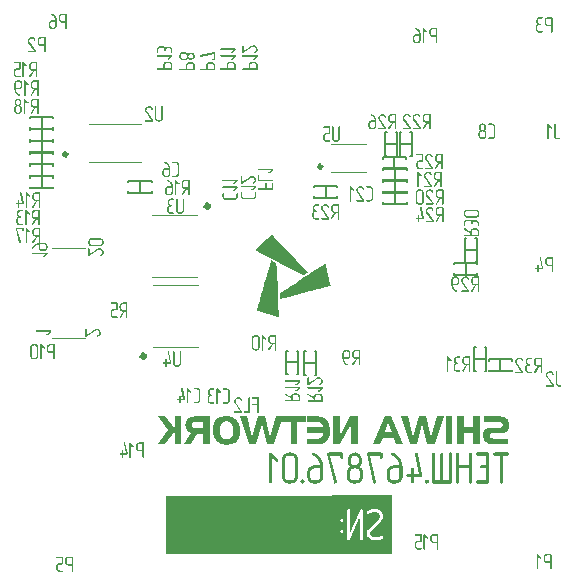
<source format=gbo>
G04*
G04 #@! TF.GenerationSoftware,Altium Limited,Altium Designer,24.4.1 (13)*
G04*
G04 Layer_Color=16776960*
%FSLAX44Y44*%
%MOMM*%
G71*
G04*
G04 #@! TF.SameCoordinates,F8B635B6-AD30-4CB1-8FD4-03FA37938446*
G04*
G04*
G04 #@! TF.FilePolarity,Positive*
G04*
G01*
G75*
%ADD11C,0.4500*%
%ADD13C,0.1500*%
%ADD15C,0.1000*%
%ADD75C,0.3000*%
%ADD101R,14.1000X5.0000*%
G36*
X228222Y301591D02*
X228352Y301330D01*
X230827Y298855D01*
X230957Y298595D01*
X233432Y296120D01*
X233562Y295860D01*
X236168Y293254D01*
X236298Y292994D01*
X238773Y290519D01*
X238903Y290259D01*
X241508Y287654D01*
X241638Y287393D01*
X244113Y284918D01*
X244243Y284658D01*
X246718Y282183D01*
X246848Y281922D01*
X249454Y279317D01*
X249584Y279057D01*
X252059Y276582D01*
X252189Y276321D01*
X254794Y273716D01*
X254924Y273456D01*
X256878Y271502D01*
X256748Y271241D01*
X256552Y271046D01*
X256292Y270916D01*
X254468Y269613D01*
X254208Y269483D01*
X253947Y269222D01*
X253687Y269092D01*
X253036Y268701D01*
X241182Y274954D01*
X226854Y282508D01*
X215001Y288761D01*
X214350Y289151D01*
X214220D01*
X212787Y289933D01*
X212201Y290259D01*
X213438Y291496D01*
X213699Y291626D01*
X214741Y292668D01*
X215001Y292799D01*
X216173Y293971D01*
X216434Y294101D01*
X217606Y295273D01*
X217867Y295404D01*
X219039Y296576D01*
X219300Y296706D01*
X220472Y297878D01*
X220732Y298009D01*
X221774Y299051D01*
X222035Y299181D01*
X223207Y300353D01*
X223468Y300483D01*
X224640Y301656D01*
X224900Y301786D01*
X226073Y302958D01*
X226594Y303219D01*
X228222Y301591D01*
D02*
G37*
G36*
X271857Y278145D02*
X272053Y277298D01*
X272313Y276256D01*
X272443Y275605D01*
X272704Y274563D01*
X272834Y273912D01*
X273225Y272348D01*
X273355Y271697D01*
X273746Y270134D01*
X273876Y269483D01*
X274267Y267920D01*
X274397Y267269D01*
X274658Y266227D01*
X274788Y265575D01*
X275179Y264012D01*
X275309Y263361D01*
X275700Y261798D01*
X275830Y261147D01*
X276091Y260105D01*
X276156Y259909D01*
X275569Y259714D01*
X274658Y259453D01*
X273095Y259063D01*
X272183Y258802D01*
X270620Y258411D01*
X269708Y258151D01*
X268145Y257760D01*
X267233Y257500D01*
X265670Y257109D01*
X264758Y256848D01*
X263195Y256458D01*
X262283Y256197D01*
X261241Y255937D01*
X260330Y255676D01*
X258767Y255285D01*
X257855Y255025D01*
X256292Y254634D01*
X255380Y254373D01*
X253817Y253983D01*
X252905Y253722D01*
X251342Y253331D01*
X250430Y253071D01*
X248867Y252680D01*
X247956Y252420D01*
X246392Y252029D01*
X245481Y251768D01*
X243918Y251378D01*
X243006Y251117D01*
X241443Y250726D01*
X240531Y250466D01*
X238968Y250075D01*
X238056Y249814D01*
X236493Y249424D01*
X235581Y249163D01*
X233497Y248642D01*
X233367Y249163D01*
X233237Y250596D01*
X233106Y251899D01*
X233041Y253396D01*
X233237Y253592D01*
X233497Y253722D01*
X234409Y254373D01*
X234670Y254504D01*
X235451Y255025D01*
X235712Y255155D01*
X236623Y255806D01*
X236884Y255937D01*
X237796Y256588D01*
X238056Y256718D01*
X238968Y257369D01*
X239228Y257500D01*
X239750Y257890D01*
X239880D01*
X240791Y258542D01*
X241052Y258672D01*
X241964Y259323D01*
X242224Y259453D01*
X243136Y260105D01*
X243397Y260235D01*
X244178Y260756D01*
X244439Y260886D01*
X245350Y261537D01*
X245611Y261668D01*
X246523Y262319D01*
X246783Y262449D01*
X247695Y263100D01*
X247956Y263231D01*
X250626Y264989D01*
X252189Y266031D01*
X253622Y266943D01*
X256748Y269027D01*
X257790Y269678D01*
X260134Y271241D01*
X261567Y272153D01*
X264693Y274237D01*
X265735Y274888D01*
X268861Y276973D01*
X270294Y277884D01*
X271076Y278405D01*
X271662Y278731D01*
X271857Y278145D01*
D02*
G37*
G36*
X230046Y279447D02*
X230176Y278926D01*
X230371Y273912D01*
X231283Y254764D01*
X231674Y246688D01*
X231804Y243692D01*
X232195Y235487D01*
X232260Y233337D01*
X232064Y233272D01*
X231413Y233533D01*
X230697Y233728D01*
X229199Y234184D01*
X214610Y238743D01*
X213764Y239069D01*
X214806Y242716D01*
X214936Y243237D01*
X215978Y246884D01*
X216108Y247405D01*
X217411Y251964D01*
X217541Y252485D01*
X218583Y256132D01*
X218713Y256653D01*
X219755Y260300D01*
X219886Y260821D01*
X220928Y264468D01*
X221058Y264989D01*
X222100Y268636D01*
X222230Y269157D01*
X223012Y271893D01*
X223207Y272479D01*
X223272Y272544D01*
X223468Y273521D01*
X223663Y274237D01*
X224445Y276973D01*
X224575Y277494D01*
X225617Y281141D01*
X225812Y281597D01*
X230046Y279447D01*
D02*
G37*
G36*
X328000Y32500D02*
X277000D01*
Y82500D01*
X328000D01*
Y32500D01*
D02*
G37*
G36*
X375394Y200159D02*
X375486Y200142D01*
X375561Y200109D01*
X375628Y200076D01*
X375677Y200042D01*
X375719Y200009D01*
X375744Y199992D01*
X375752Y199984D01*
X378502Y197226D01*
X378560Y197118D01*
X378602Y197027D01*
X378627Y196960D01*
X378643Y196901D01*
X378660Y196852D01*
X378668Y196826D01*
Y196810D01*
Y196801D01*
X378660Y196702D01*
X378643Y196610D01*
X378610Y196535D01*
X378577Y196468D01*
X378543Y196410D01*
X378510Y196368D01*
X378493Y196343D01*
X378485Y196335D01*
X378410Y196268D01*
X378335Y196227D01*
X378252Y196193D01*
X378177Y196168D01*
X378119Y196152D01*
X378060Y196143D01*
X378019D01*
X377927Y196152D01*
X377835Y196177D01*
X377760Y196202D01*
X377694Y196243D01*
X377644Y196277D01*
X377602Y196302D01*
X377577Y196327D01*
X377569Y196335D01*
X375944Y198243D01*
Y187662D01*
X375936Y187546D01*
X375911Y187437D01*
X375869Y187354D01*
X375827Y187279D01*
X375794Y187221D01*
X375752Y187179D01*
X375728Y187154D01*
X375719Y187146D01*
X375619Y187104D01*
X375527Y187071D01*
X375453Y187054D01*
X375394Y187037D01*
X375353Y187029D01*
X375319Y187021D01*
X375294D01*
X375194Y187029D01*
X375111Y187046D01*
X375028Y187071D01*
X374961Y187104D01*
X374903Y187137D01*
X374861Y187162D01*
X374836Y187179D01*
X374828Y187187D01*
X374769Y187262D01*
X374719Y187337D01*
X374686Y187412D01*
X374669Y187487D01*
X374653Y187562D01*
X374644Y187612D01*
Y187645D01*
Y187662D01*
Y199534D01*
X374653Y199634D01*
X374678Y199726D01*
X374711Y199801D01*
X374744Y199867D01*
X374786Y199926D01*
X374819Y199959D01*
X374844Y199984D01*
X374853Y199992D01*
X374928Y200051D01*
X375011Y200092D01*
X375086Y200126D01*
X375153Y200142D01*
X375211Y200159D01*
X375261Y200167D01*
X375303D01*
X375394Y200159D01*
D02*
G37*
G36*
X393998D02*
X394090Y200142D01*
X394181Y200109D01*
X394248Y200067D01*
X394314Y200017D01*
X394364Y199967D01*
X394406Y199909D01*
X394439Y199851D01*
X394489Y199726D01*
X394514Y199626D01*
Y199584D01*
X394523Y199551D01*
Y199534D01*
Y199526D01*
Y187662D01*
X394514Y187546D01*
X394489Y187437D01*
X394448Y187354D01*
X394406Y187279D01*
X394373Y187221D01*
X394331Y187179D01*
X394306Y187154D01*
X394298Y187146D01*
X394198Y187104D01*
X394106Y187071D01*
X394031Y187054D01*
X393973Y187037D01*
X393931Y187029D01*
X393898Y187021D01*
X393873D01*
X393773Y187029D01*
X393690Y187046D01*
X393606Y187071D01*
X393540Y187104D01*
X393481Y187137D01*
X393440Y187162D01*
X393415Y187179D01*
X393406Y187187D01*
X393348Y187262D01*
X393298Y187337D01*
X393265Y187412D01*
X393248Y187487D01*
X393231Y187562D01*
X393223Y187612D01*
Y187645D01*
Y187662D01*
Y192503D01*
X391965D01*
X388974Y187371D01*
X388932Y187304D01*
X388882Y187246D01*
X388841Y187196D01*
X388799Y187154D01*
X388766Y187121D01*
X388741Y187096D01*
X388724Y187087D01*
X388716Y187079D01*
X388607Y187046D01*
X388508Y187029D01*
X388466Y187021D01*
X388408D01*
X388316Y187029D01*
X388233Y187046D01*
X388158Y187071D01*
X388091Y187104D01*
X388041Y187129D01*
X387999Y187154D01*
X387974Y187171D01*
X387966Y187179D01*
X387891Y187271D01*
X387833Y187354D01*
X387799Y187429D01*
X387766Y187504D01*
X387749Y187562D01*
X387741Y187612D01*
Y187645D01*
Y187654D01*
X387749Y187779D01*
X387758Y187820D01*
X387774Y187862D01*
X387783Y187896D01*
X387799Y187920D01*
X387808Y187929D01*
Y187937D01*
X390607Y192503D01*
X390682D01*
X390457Y192511D01*
X390240Y192536D01*
X390041Y192586D01*
X389841Y192636D01*
X389666Y192703D01*
X389491Y192778D01*
X389332Y192852D01*
X389191Y192936D01*
X389057Y193011D01*
X388941Y193086D01*
X388841Y193161D01*
X388758Y193227D01*
X388691Y193286D01*
X388649Y193327D01*
X388616Y193352D01*
X388607Y193361D01*
X388458Y193527D01*
X388324Y193694D01*
X388208Y193869D01*
X388108Y194044D01*
X388024Y194219D01*
X387949Y194386D01*
X387891Y194552D01*
X387849Y194710D01*
X387816Y194860D01*
X387783Y194994D01*
X387766Y195110D01*
X387758Y195219D01*
X387749Y195302D01*
X387741Y195368D01*
Y195402D01*
Y195418D01*
Y197243D01*
X387749Y197468D01*
X387774Y197676D01*
X387824Y197885D01*
X387874Y198076D01*
X387941Y198260D01*
X388016Y198426D01*
X388099Y198584D01*
X388174Y198726D01*
X388258Y198859D01*
X388341Y198976D01*
X388416Y199076D01*
X388483Y199159D01*
X388532Y199226D01*
X388574Y199268D01*
X388607Y199301D01*
X388616Y199309D01*
X388783Y199459D01*
X388949Y199592D01*
X389124Y199709D01*
X389307Y199809D01*
X389482Y199892D01*
X389649Y199959D01*
X389816Y200017D01*
X389974Y200059D01*
X390124Y200092D01*
X390257Y200126D01*
X390374Y200142D01*
X390482Y200151D01*
X390565Y200159D01*
X390632Y200167D01*
X393881D01*
X393998Y200159D01*
D02*
G37*
G36*
X385608D02*
X385708Y200126D01*
X385792Y200092D01*
X385858Y200042D01*
X385917Y200001D01*
X385950Y199959D01*
X385975Y199926D01*
X385983Y199917D01*
X386033Y199834D01*
X386067Y199751D01*
X386100Y199684D01*
X386116Y199634D01*
X386125Y199584D01*
X386133Y199551D01*
Y199534D01*
Y199526D01*
X386125Y199434D01*
X386108Y199342D01*
X386083Y199259D01*
X386050Y199193D01*
X386017Y199134D01*
X385992Y199093D01*
X385975Y199059D01*
X385966Y199051D01*
X385892Y198993D01*
X385817Y198951D01*
X385733Y198918D01*
X385658Y198901D01*
X385592Y198884D01*
X385542Y198876D01*
X383667D01*
X383542Y198868D01*
X383417Y198859D01*
X383301Y198834D01*
X383192Y198801D01*
X383001Y198726D01*
X382826Y198634D01*
X382759Y198593D01*
X382692Y198543D01*
X382634Y198501D01*
X382592Y198468D01*
X382559Y198434D01*
X382534Y198418D01*
X382517Y198401D01*
X382509Y198393D01*
X382426Y198301D01*
X382351Y198209D01*
X382293Y198109D01*
X382234Y198009D01*
X382184Y197918D01*
X382151Y197818D01*
X382093Y197643D01*
X382059Y197485D01*
X382051Y197418D01*
X382043Y197360D01*
X382034Y197310D01*
Y197276D01*
Y197251D01*
Y197243D01*
Y196327D01*
X382043Y196202D01*
X382051Y196077D01*
X382076Y195960D01*
X382109Y195852D01*
X382184Y195652D01*
X382267Y195485D01*
X382318Y195410D01*
X382359Y195344D01*
X382401Y195294D01*
X382434Y195244D01*
X382467Y195210D01*
X382492Y195185D01*
X382501Y195169D01*
X382509Y195160D01*
X382601Y195077D01*
X382692Y195010D01*
X382792Y194944D01*
X382892Y194894D01*
X383084Y194810D01*
X383267Y194752D01*
X383425Y194719D01*
X383492Y194710D01*
X383550Y194702D01*
X383601Y194694D01*
X383667D01*
X383784Y194685D01*
X383884Y194652D01*
X383967Y194619D01*
X384034Y194569D01*
X384092Y194527D01*
X384125Y194485D01*
X384150Y194452D01*
X384159Y194444D01*
X384209Y194361D01*
X384242Y194277D01*
X384275Y194210D01*
X384292Y194160D01*
X384300Y194111D01*
X384309Y194077D01*
Y194060D01*
Y194052D01*
X384300Y193961D01*
X384284Y193869D01*
X384259Y193786D01*
X384225Y193719D01*
X384192Y193661D01*
X384167Y193619D01*
X384150Y193586D01*
X384142Y193577D01*
X384067Y193519D01*
X383992Y193477D01*
X383909Y193444D01*
X383834Y193427D01*
X383767Y193411D01*
X383717Y193402D01*
X383209D01*
X383084Y193394D01*
X382959Y193386D01*
X382842Y193361D01*
X382734Y193327D01*
X382542Y193252D01*
X382368Y193161D01*
X382301Y193119D01*
X382234Y193069D01*
X382176Y193027D01*
X382134Y192994D01*
X382101Y192961D01*
X382076Y192944D01*
X382059Y192927D01*
X382051Y192919D01*
X381968Y192827D01*
X381893Y192736D01*
X381834Y192636D01*
X381776Y192536D01*
X381726Y192444D01*
X381693Y192344D01*
X381634Y192169D01*
X381601Y192011D01*
X381593Y191944D01*
X381584Y191886D01*
X381576Y191836D01*
Y191803D01*
Y191778D01*
Y191770D01*
Y189945D01*
X381584Y189820D01*
X381593Y189695D01*
X381618Y189578D01*
X381651Y189470D01*
X381726Y189270D01*
X381809Y189104D01*
X381859Y189028D01*
X381901Y188962D01*
X381943Y188912D01*
X381976Y188862D01*
X382009Y188829D01*
X382034Y188804D01*
X382043Y188787D01*
X382051Y188779D01*
X382142Y188695D01*
X382234Y188629D01*
X382334Y188562D01*
X382434Y188512D01*
X382626Y188429D01*
X382809Y188370D01*
X382967Y188337D01*
X383034Y188329D01*
X383092Y188320D01*
X383142Y188312D01*
X385492D01*
X385608Y188304D01*
X385708Y188270D01*
X385792Y188237D01*
X385858Y188187D01*
X385917Y188145D01*
X385950Y188104D01*
X385975Y188070D01*
X385983Y188062D01*
X386033Y187979D01*
X386067Y187896D01*
X386100Y187829D01*
X386116Y187779D01*
X386125Y187729D01*
X386133Y187696D01*
Y187679D01*
Y187670D01*
X386125Y187579D01*
X386108Y187487D01*
X386083Y187404D01*
X386050Y187337D01*
X386017Y187279D01*
X385992Y187237D01*
X385975Y187204D01*
X385966Y187196D01*
X385892Y187137D01*
X385817Y187096D01*
X385733Y187062D01*
X385658Y187046D01*
X385592Y187029D01*
X385542Y187021D01*
X383209D01*
X382984Y187029D01*
X382767Y187054D01*
X382559Y187096D01*
X382368Y187154D01*
X382184Y187221D01*
X382018Y187287D01*
X381859Y187371D01*
X381709Y187446D01*
X381584Y187529D01*
X381468Y187604D01*
X381368Y187670D01*
X381284Y187737D01*
X381218Y187796D01*
X381176Y187837D01*
X381143Y187862D01*
X381134Y187871D01*
X380984Y188037D01*
X380851Y188204D01*
X380734Y188379D01*
X380635Y188554D01*
X380551Y188729D01*
X380485Y188904D01*
X380426Y189070D01*
X380385Y189228D01*
X380351Y189378D01*
X380318Y189512D01*
X380301Y189637D01*
X380293Y189737D01*
X380285Y189828D01*
X380276Y189895D01*
Y189928D01*
Y189945D01*
Y191770D01*
X380285Y191919D01*
X380293Y192069D01*
X380351Y192353D01*
X380418Y192611D01*
X380460Y192728D01*
X380501Y192836D01*
X380551Y192944D01*
X380593Y193027D01*
X380626Y193111D01*
X380660Y193177D01*
X380693Y193227D01*
X380718Y193269D01*
X380726Y193294D01*
X380734Y193302D01*
X380818Y193436D01*
X380910Y193552D01*
X380993Y193661D01*
X381085Y193752D01*
X381168Y193844D01*
X381251Y193919D01*
X381334Y193986D01*
X381409Y194044D01*
X381476Y194094D01*
X381543Y194135D01*
X381601Y194169D01*
X381651Y194194D01*
X381684Y194210D01*
X381718Y194227D01*
X381734Y194235D01*
X381743D01*
X381576Y194361D01*
X381426Y194494D01*
X381301Y194627D01*
X381201Y194760D01*
X381118Y194877D01*
X381059Y194969D01*
X381035Y195002D01*
X381018Y195027D01*
X381009Y195044D01*
Y195052D01*
X380951Y195160D01*
X380901Y195269D01*
X380859Y195360D01*
X380835Y195452D01*
X380818Y195518D01*
X380810Y195569D01*
X380801Y195610D01*
Y195618D01*
X380734Y195818D01*
Y196027D01*
Y196327D01*
Y197243D01*
X380743Y197468D01*
X380768Y197685D01*
X380810Y197893D01*
X380868Y198085D01*
X380934Y198268D01*
X381001Y198434D01*
X381076Y198593D01*
X381159Y198743D01*
X381234Y198868D01*
X381318Y198984D01*
X381384Y199084D01*
X381451Y199168D01*
X381509Y199234D01*
X381551Y199276D01*
X381576Y199309D01*
X381584Y199317D01*
X381751Y199468D01*
X381918Y199601D01*
X382093Y199709D01*
X382267Y199809D01*
X382442Y199892D01*
X382617Y199959D01*
X382784Y200017D01*
X382942Y200059D01*
X383092Y200092D01*
X383234Y200126D01*
X383359Y200142D01*
X383459Y200151D01*
X383550Y200159D01*
X383609Y200167D01*
X385492D01*
X385608Y200159D01*
D02*
G37*
G36*
X402290Y125820D02*
X396858D01*
Y135334D01*
X388727D01*
Y125820D01*
X383278D01*
Y149230D01*
X388727D01*
Y139999D01*
X396858D01*
Y149230D01*
X402290D01*
Y125820D01*
D02*
G37*
G36*
X149921Y125820D02*
X144489D01*
Y137133D01*
X136308Y125820D01*
X129693D01*
X138924Y137767D01*
X129776Y149230D01*
X135991D01*
X144489Y138266D01*
Y149230D01*
X149921D01*
Y125820D01*
D02*
G37*
G36*
X299133Y125820D02*
X293584D01*
X293801Y143032D01*
X284520Y125820D01*
X278455D01*
Y149230D01*
X283987D01*
X283770Y132851D01*
X292585Y149230D01*
X299133D01*
Y125820D01*
D02*
G37*
G36*
X364333Y125820D02*
X358001D01*
X353969Y142815D01*
X349403Y125820D01*
X343038D01*
X335924Y149230D01*
X341405D01*
X346087Y131701D01*
X350936Y149230D01*
X357085Y149230D01*
X361300Y131701D01*
X366299Y149230D01*
X371981D01*
X364333Y125820D01*
D02*
G37*
G36*
X235872Y149197D02*
X255361D01*
Y144598D01*
X248013D01*
Y125820D01*
X242414D01*
Y144598D01*
X235033D01*
Y146629D01*
X228234Y125820D01*
X221903D01*
X217870Y142815D01*
X213305Y125820D01*
X206940Y125820D01*
X199825Y149230D01*
X205307D01*
X209989Y131701D01*
X214838Y149230D01*
X220986D01*
X225202Y131701D01*
X230201Y149230D01*
X235882D01*
X235872Y149197D01*
D02*
G37*
G36*
X419952Y149214D02*
X420302Y149197D01*
X420635Y149164D01*
X420968Y149130D01*
X421268Y149097D01*
X421552Y149047D01*
X421801Y149014D01*
X422035Y148980D01*
X422235Y148930D01*
X422418Y148897D01*
X422568Y148864D01*
X422685Y148830D01*
X422785Y148814D01*
X422835Y148797D01*
X422851D01*
X423268Y148664D01*
X423668Y148514D01*
X424034Y148347D01*
X424384Y148147D01*
X424701Y147931D01*
X425001Y147714D01*
X425284Y147464D01*
X425534Y147198D01*
X425767Y146931D01*
X425984Y146664D01*
X426184Y146381D01*
X426367Y146081D01*
X426534Y145781D01*
X426667Y145498D01*
X426917Y144898D01*
X427117Y144332D01*
X427250Y143782D01*
X427350Y143282D01*
X427400Y143049D01*
X427433Y142832D01*
X427450Y142632D01*
X427467Y142465D01*
X427483Y142299D01*
Y142182D01*
X427500Y142065D01*
Y141999D01*
Y141949D01*
Y141932D01*
X427467Y141249D01*
X427400Y140616D01*
X427300Y140033D01*
X427150Y139500D01*
X427000Y139016D01*
X426817Y138566D01*
X426617Y138167D01*
X426400Y137817D01*
X426200Y137517D01*
X426000Y137250D01*
X425817Y137017D01*
X425650Y136833D01*
X425517Y136700D01*
X425417Y136600D01*
X425334Y136534D01*
X425317Y136517D01*
X424951Y136267D01*
X424534Y136050D01*
X424084Y135850D01*
X423634Y135684D01*
X423168Y135550D01*
X422685Y135434D01*
X422218Y135334D01*
X421768Y135267D01*
X421335Y135201D01*
X420918Y135167D01*
X420569Y135134D01*
X420252Y135101D01*
X419985D01*
X419869Y135084D01*
X413687D01*
X413420Y135067D01*
X413170Y135051D01*
X412954Y135017D01*
X412737Y134984D01*
X412554Y134951D01*
X412387Y134901D01*
X412237Y134867D01*
X412121Y134834D01*
X412004Y134784D01*
X411904Y134751D01*
X411837Y134717D01*
X411771Y134684D01*
X411737Y134667D01*
X411704Y134651D01*
X411554Y134551D01*
X411437Y134434D01*
X411321Y134284D01*
X411237Y134151D01*
X411087Y133834D01*
X410988Y133518D01*
X410938Y133218D01*
X410904Y133084D01*
Y132985D01*
X410888Y132885D01*
Y132818D01*
Y132768D01*
Y132751D01*
X410904Y132501D01*
X410921Y132268D01*
X410971Y132068D01*
X411038Y131868D01*
X411104Y131701D01*
X411188Y131552D01*
X411287Y131418D01*
X411371Y131285D01*
X411554Y131102D01*
X411704Y130968D01*
X411771Y130918D01*
X411804Y130885D01*
X411837Y130868D01*
X411854D01*
X412004Y130802D01*
X412171Y130752D01*
X412554Y130652D01*
X412954Y130585D01*
X413354Y130552D01*
X413720Y130519D01*
X413870D01*
X414003Y130502D01*
X426600D01*
Y125820D01*
X413520D01*
X412770Y125836D01*
X412054Y125903D01*
X411404Y126003D01*
X410788Y126120D01*
X410204Y126286D01*
X409671Y126486D01*
X409171Y126703D01*
X408722Y126936D01*
X408305Y127203D01*
X407922Y127486D01*
X407572Y127769D01*
X407255Y128086D01*
X406955Y128402D01*
X406705Y128736D01*
X406472Y129052D01*
X406255Y129402D01*
X406072Y129735D01*
X405922Y130069D01*
X405772Y130385D01*
X405656Y130702D01*
X405556Y131018D01*
X405472Y131318D01*
X405406Y131585D01*
X405356Y131852D01*
X405306Y132085D01*
X405272Y132301D01*
X405256Y132501D01*
X405239Y132668D01*
X405222Y132785D01*
Y132885D01*
Y132951D01*
Y132968D01*
X405239Y133401D01*
X405256Y133818D01*
X405289Y134218D01*
X405356Y134584D01*
X405406Y134934D01*
X405472Y135251D01*
X405556Y135550D01*
X405622Y135817D01*
X405706Y136050D01*
X405772Y136267D01*
X405856Y136450D01*
X405905Y136600D01*
X405956Y136717D01*
X406006Y136800D01*
X406022Y136850D01*
X406039Y136867D01*
X406189Y137133D01*
X406355Y137367D01*
X406555Y137600D01*
X406755Y137800D01*
X407222Y138183D01*
X407738Y138516D01*
X408272Y138783D01*
X408838Y139016D01*
X409421Y139216D01*
X409988Y139366D01*
X410538Y139483D01*
X411071Y139566D01*
X411554Y139633D01*
X411771Y139649D01*
X411971Y139666D01*
X412154Y139683D01*
X412321Y139699D01*
X412471D01*
X412587Y139716D01*
X419169D01*
X419635Y139733D01*
X420052Y139816D01*
X420419Y139916D01*
X420718Y140049D01*
X420985Y140216D01*
X421202Y140399D01*
X421368Y140599D01*
X421518Y140799D01*
X421618Y140999D01*
X421702Y141182D01*
X421768Y141366D01*
X421801Y141532D01*
X421835Y141666D01*
X421852Y141766D01*
Y141849D01*
Y141866D01*
X421835Y142115D01*
X421818Y142332D01*
X421768Y142549D01*
X421702Y142749D01*
X421535Y143115D01*
X421335Y143415D01*
X421068Y143682D01*
X420785Y143898D01*
X420485Y144065D01*
X420169Y144215D01*
X419869Y144332D01*
X419569Y144415D01*
X419285Y144465D01*
X419019Y144515D01*
X418819Y144531D01*
X418652Y144548D01*
X406339D01*
Y149230D01*
X419202D01*
X419952Y149214D01*
D02*
G37*
G36*
X379179Y125820D02*
X373531D01*
Y149230D01*
X379179D01*
Y125820D01*
D02*
G37*
G36*
X337440Y125820D02*
X331824D01*
X329792Y131235D01*
X320344D01*
X318261Y125820D01*
X312379D01*
X322210Y149230D01*
X327692D01*
X337440Y125820D01*
D02*
G37*
G36*
X265492Y149214D02*
X266141Y149180D01*
X266758Y149114D01*
X267341Y149030D01*
X267891Y148930D01*
X268407Y148814D01*
X268874Y148697D01*
X269291Y148581D01*
X269674Y148447D01*
X270024Y148330D01*
X270307Y148214D01*
X270540Y148114D01*
X270740Y148031D01*
X270873Y147964D01*
X270957Y147931D01*
X270990Y147914D01*
X271423Y147647D01*
X271840Y147364D01*
X272223Y147048D01*
X272590Y146698D01*
X272923Y146331D01*
X273239Y145948D01*
X273523Y145548D01*
X273789Y145131D01*
X274039Y144698D01*
X274256Y144248D01*
X274473Y143798D01*
X274656Y143349D01*
X274822Y142899D01*
X274972Y142432D01*
X275239Y141532D01*
X275439Y140666D01*
X275506Y140233D01*
X275589Y139833D01*
X275639Y139450D01*
X275689Y139083D01*
X275722Y138750D01*
X275756Y138433D01*
X275789Y138133D01*
X275805Y137883D01*
X275822Y137650D01*
Y137467D01*
X275839Y137300D01*
Y137200D01*
Y137117D01*
Y137100D01*
X275822Y136517D01*
X275789Y135950D01*
X275739Y135400D01*
X275672Y134867D01*
X275589Y134367D01*
X275489Y133884D01*
X275372Y133418D01*
X275256Y132968D01*
X275106Y132535D01*
X274972Y132118D01*
X274806Y131735D01*
X274639Y131368D01*
X274473Y131002D01*
X274306Y130668D01*
X274139Y130368D01*
X273956Y130069D01*
X273773Y129785D01*
X273606Y129535D01*
X273440Y129285D01*
X273256Y129069D01*
X273106Y128869D01*
X272940Y128686D01*
X272806Y128502D01*
X272656Y128369D01*
X272540Y128236D01*
X272423Y128119D01*
X272323Y128019D01*
X272240Y127936D01*
X272173Y127886D01*
X272123Y127836D01*
X272090Y127819D01*
X272073Y127802D01*
X271790Y127586D01*
X271507Y127369D01*
X271223Y127186D01*
X270940Y127019D01*
X270390Y126736D01*
X270124Y126619D01*
X269874Y126503D01*
X269640Y126419D01*
X269440Y126336D01*
X269240Y126270D01*
X269091Y126220D01*
X268957Y126186D01*
X268857Y126153D01*
X268791Y126136D01*
X268774D01*
X268507Y126086D01*
X268207Y126036D01*
X267591Y125953D01*
X266941Y125903D01*
X266325Y125853D01*
X266041D01*
X265791Y125836D01*
X265541D01*
X265341Y125820D01*
X256527D01*
Y130419D01*
X264725D01*
X265358Y130435D01*
X265658Y130468D01*
X265941Y130502D01*
X266191Y130535D01*
X266441Y130585D01*
X266658Y130635D01*
X266875Y130685D01*
X267058Y130718D01*
X267208Y130768D01*
X267341Y130818D01*
X267458Y130852D01*
X267558Y130885D01*
X267624Y130918D01*
X267658Y130935D01*
X267674D01*
X268041Y131152D01*
X268374Y131402D01*
X268657Y131701D01*
X268907Y132035D01*
X269107Y132401D01*
X269291Y132768D01*
X269424Y133151D01*
X269541Y133518D01*
X269624Y133884D01*
X269690Y134218D01*
X269740Y134534D01*
X269774Y134817D01*
X269790Y135051D01*
X269807Y135217D01*
Y135284D01*
Y135334D01*
Y135351D01*
Y135367D01*
X256527D01*
Y139966D01*
X269807D01*
X269790Y140316D01*
X269757Y140666D01*
X269690Y140982D01*
X269624Y141266D01*
X269574Y141499D01*
X269507Y141682D01*
X269491Y141749D01*
X269474Y141816D01*
X269457Y141832D01*
Y141849D01*
X269224Y142332D01*
X268941Y142765D01*
X268624Y143132D01*
X268258Y143465D01*
X267891Y143732D01*
X267491Y143948D01*
X267091Y144132D01*
X266691Y144282D01*
X266308Y144398D01*
X265941Y144481D01*
X265625Y144548D01*
X265325Y144581D01*
X265092Y144615D01*
X264992D01*
X264892Y144632D01*
X256527D01*
Y149230D01*
X264808D01*
X265492Y149214D01*
D02*
G37*
G36*
X173715Y125820D02*
X168283D01*
Y134767D01*
X163168D01*
X158152Y125820D01*
X152254D01*
X157919Y135434D01*
X157502Y135534D01*
X157103Y135667D01*
X156736Y135817D01*
X156403Y136000D01*
X156069Y136200D01*
X155786Y136417D01*
X155503Y136634D01*
X155253Y136883D01*
X155020Y137133D01*
X154803Y137400D01*
X154603Y137683D01*
X154437Y137966D01*
X154270Y138250D01*
X154120Y138533D01*
X153887Y139116D01*
X153687Y139683D01*
X153553Y140216D01*
X153437Y140716D01*
X153404Y140949D01*
X153370Y141149D01*
X153354Y141349D01*
X153337Y141516D01*
X153320Y141682D01*
Y141799D01*
X153304Y141916D01*
Y141982D01*
Y142032D01*
Y142049D01*
X153320Y142499D01*
X153370Y142949D01*
X153437Y143365D01*
X153520Y143765D01*
X153620Y144132D01*
X153737Y144481D01*
X153870Y144798D01*
X153987Y145098D01*
X154120Y145365D01*
X154253Y145598D01*
X154370Y145798D01*
X154470Y145964D01*
X154553Y146098D01*
X154620Y146198D01*
X154670Y146264D01*
X154686Y146281D01*
X154820Y146548D01*
X154986Y146798D01*
X155153Y147031D01*
X155353Y147247D01*
X155586Y147464D01*
X155820Y147647D01*
X156319Y147981D01*
X156869Y148280D01*
X157452Y148514D01*
X158052Y148714D01*
X158636Y148864D01*
X159219Y148980D01*
X159752Y149080D01*
X160268Y149147D01*
X160485Y149164D01*
X160702Y149180D01*
X160902Y149197D01*
X161068Y149214D01*
X161235D01*
X161352Y149230D01*
X173715D01*
Y125820D01*
D02*
G37*
G36*
X189094Y149630D02*
X190077Y149530D01*
X191011Y149364D01*
X191877Y149147D01*
X192677Y148880D01*
X193443Y148564D01*
X194126Y148197D01*
X194776Y147797D01*
X195359Y147364D01*
X195909Y146897D01*
X196392Y146398D01*
X196842Y145881D01*
X197242Y145365D01*
X197609Y144815D01*
X197942Y144265D01*
X198225Y143698D01*
X198492Y143148D01*
X198709Y142582D01*
X198909Y142049D01*
X199075Y141516D01*
X199225Y140999D01*
X199342Y140499D01*
X199425Y140033D01*
X199508Y139599D01*
X199575Y139199D01*
X199608Y138833D01*
X199642Y138516D01*
X199675Y138250D01*
Y138033D01*
X199692Y137866D01*
Y137767D01*
Y137750D01*
Y137733D01*
Y137167D01*
X199658Y136617D01*
X199625Y136084D01*
X199575Y135567D01*
X199508Y135067D01*
X199442Y134601D01*
X199358Y134134D01*
X199275Y133701D01*
X199175Y133284D01*
X199075Y132868D01*
X198958Y132485D01*
X198842Y132118D01*
X198725Y131768D01*
X198592Y131435D01*
X198475Y131118D01*
X198342Y130835D01*
X198225Y130552D01*
X198092Y130302D01*
X197975Y130052D01*
X197859Y129835D01*
X197742Y129635D01*
X197626Y129435D01*
X197526Y129269D01*
X197426Y129119D01*
X197342Y128986D01*
X197259Y128869D01*
X197192Y128769D01*
X197126Y128702D01*
X197076Y128636D01*
X197042Y128586D01*
X197009Y128569D01*
Y128552D01*
X196726Y128252D01*
X196443Y127986D01*
X196126Y127736D01*
X195809Y127486D01*
X195126Y127069D01*
X194410Y126686D01*
X193660Y126386D01*
X192910Y126119D01*
X192177Y125903D01*
X191444Y125736D01*
X190761Y125603D01*
X190111Y125503D01*
X189811Y125470D01*
X189544Y125436D01*
X189278Y125403D01*
X189028Y125386D01*
X188811Y125370D01*
X188611Y125353D01*
X188445D01*
X188295Y125336D01*
X188028D01*
X187495Y125353D01*
X186962Y125370D01*
X186462Y125420D01*
X185979Y125470D01*
X185045Y125636D01*
X184179Y125853D01*
X183363Y126136D01*
X182613Y126453D01*
X181913Y126836D01*
X181280Y127236D01*
X180680Y127686D01*
X180147Y128152D01*
X179647Y128669D01*
X179197Y129185D01*
X178797Y129735D01*
X178431Y130285D01*
X178097Y130852D01*
X177814Y131418D01*
X177547Y131985D01*
X177331Y132551D01*
X177131Y133101D01*
X176964Y133651D01*
X176814Y134184D01*
X176698Y134684D01*
X176614Y135151D01*
X176531Y135600D01*
X176464Y136017D01*
X176431Y136384D01*
X176398Y136700D01*
X176364Y136983D01*
Y137200D01*
X176348Y137367D01*
Y137417D01*
Y137467D01*
Y137500D01*
Y138067D01*
X176381Y138600D01*
X176414Y139116D01*
X176464Y139633D01*
X176531Y140116D01*
X176598Y140583D01*
X176681Y141032D01*
X176781Y141466D01*
X176881Y141882D01*
X176998Y142282D01*
X177114Y142665D01*
X177231Y143015D01*
X177347Y143365D01*
X177481Y143698D01*
X177614Y143998D01*
X177731Y144298D01*
X177864Y144565D01*
X177997Y144815D01*
X178130Y145065D01*
X178247Y145281D01*
X178364Y145481D01*
X178480Y145665D01*
X178597Y145831D01*
X178697Y145981D01*
X178780Y146114D01*
X178880Y146231D01*
X178947Y146331D01*
X179014Y146414D01*
X179064Y146464D01*
X179097Y146514D01*
X179114Y146548D01*
X179130D01*
X179414Y146831D01*
X179697Y147098D01*
X180013Y147347D01*
X180347Y147581D01*
X181013Y147997D01*
X181730Y148347D01*
X182463Y148647D01*
X183213Y148897D01*
X183946Y149114D01*
X184662Y149280D01*
X185345Y149397D01*
X185979Y149497D01*
X186262Y149530D01*
X186545Y149564D01*
X186812Y149597D01*
X187045Y149614D01*
X187262Y149630D01*
X187461Y149647D01*
X187628D01*
X187761Y149663D01*
X188561D01*
X189094Y149630D01*
D02*
G37*
G36*
X319261Y118682D02*
X319444Y118649D01*
X319628Y118582D01*
X319761Y118499D01*
X319894Y118399D01*
X319994Y118299D01*
X320078Y118182D01*
X320144Y118066D01*
X320244Y117816D01*
X320294Y117616D01*
Y117532D01*
X320311Y117466D01*
Y117432D01*
Y117416D01*
Y114683D01*
X320294Y114450D01*
X320244Y114250D01*
X320161Y114067D01*
X320078Y113933D01*
X320011Y113817D01*
X319928Y113733D01*
X319877Y113683D01*
X319861Y113667D01*
X319661Y113583D01*
X319478Y113517D01*
X319328Y113467D01*
X319211Y113434D01*
X319128Y113417D01*
X319061Y113400D01*
X319011D01*
X318811Y113417D01*
X318645Y113450D01*
X318478Y113500D01*
X318345Y113567D01*
X318228Y113633D01*
X318145Y113683D01*
X318095Y113717D01*
X318078Y113733D01*
X317961Y113883D01*
X317861Y114033D01*
X317795Y114183D01*
X317761Y114333D01*
X317728Y114483D01*
X317711Y114583D01*
Y114650D01*
Y114683D01*
Y116116D01*
X309597D01*
X314829Y93955D01*
X314879Y93705D01*
X314862Y93472D01*
X314812Y93272D01*
X314729Y93089D01*
X314646Y92939D01*
X314562Y92822D01*
X314479Y92739D01*
X314429Y92689D01*
X314412Y92672D01*
X314246Y92589D01*
X314096Y92522D01*
X313929Y92472D01*
X313796Y92439D01*
X313662Y92422D01*
X313563Y92406D01*
X313479D01*
X312763Y92639D01*
X312629Y92839D01*
X312513Y92989D01*
X312429Y93122D01*
X312363Y93239D01*
X312330Y93322D01*
X312296Y93372D01*
X312279Y93405D01*
Y93422D01*
X306798Y117133D01*
X306748Y117466D01*
X306764Y117666D01*
X306814Y117832D01*
X306864Y117982D01*
X306931Y118116D01*
X307014Y118216D01*
X307064Y118282D01*
X307114Y118332D01*
X307131Y118349D01*
X307281Y118465D01*
X307431Y118549D01*
X307581Y118616D01*
X307731Y118649D01*
X307864Y118682D01*
X307964Y118699D01*
X319028D01*
X319261Y118682D01*
D02*
G37*
G36*
X285703D02*
X285886Y118649D01*
X286070Y118582D01*
X286203Y118499D01*
X286336Y118399D01*
X286436Y118299D01*
X286519Y118182D01*
X286586Y118066D01*
X286686Y117816D01*
X286736Y117616D01*
Y117532D01*
X286753Y117466D01*
Y117432D01*
Y117416D01*
Y114683D01*
X286736Y114450D01*
X286686Y114250D01*
X286603Y114067D01*
X286519Y113933D01*
X286453Y113817D01*
X286369Y113733D01*
X286320Y113683D01*
X286303Y113667D01*
X286103Y113583D01*
X285920Y113517D01*
X285770Y113467D01*
X285653Y113434D01*
X285570Y113417D01*
X285503Y113400D01*
X285453D01*
X285253Y113417D01*
X285086Y113450D01*
X284920Y113500D01*
X284786Y113567D01*
X284670Y113633D01*
X284587Y113683D01*
X284537Y113717D01*
X284520Y113733D01*
X284403Y113883D01*
X284303Y114033D01*
X284237Y114183D01*
X284203Y114333D01*
X284170Y114483D01*
X284153Y114583D01*
Y114650D01*
Y114683D01*
Y116116D01*
X276039D01*
X281271Y93955D01*
X281321Y93705D01*
X281304Y93472D01*
X281254Y93272D01*
X281171Y93089D01*
X281087Y92939D01*
X281004Y92822D01*
X280921Y92739D01*
X280871Y92689D01*
X280854Y92672D01*
X280688Y92589D01*
X280538Y92522D01*
X280371Y92472D01*
X280238Y92439D01*
X280104Y92422D01*
X280004Y92406D01*
X279921D01*
X279205Y92639D01*
X279071Y92839D01*
X278955Y92989D01*
X278871Y93122D01*
X278805Y93239D01*
X278771Y93322D01*
X278738Y93372D01*
X278721Y93405D01*
Y93422D01*
X273239Y117133D01*
X273190Y117466D01*
X273206Y117666D01*
X273256Y117832D01*
X273306Y117982D01*
X273373Y118116D01*
X273456Y118216D01*
X273506Y118282D01*
X273556Y118332D01*
X273573Y118349D01*
X273723Y118465D01*
X273873Y118549D01*
X274023Y118616D01*
X274173Y118649D01*
X274306Y118682D01*
X274406Y118699D01*
X285470D01*
X285703Y118682D01*
D02*
G37*
G36*
X225185D02*
X225368Y118649D01*
X225518Y118582D01*
X225652Y118516D01*
X225752Y118449D01*
X225835Y118382D01*
X225885Y118349D01*
X225902Y118332D01*
X231400Y112817D01*
X231517Y112600D01*
X231600Y112417D01*
X231650Y112284D01*
X231684Y112167D01*
X231717Y112067D01*
X231733Y112017D01*
Y111984D01*
Y111967D01*
X231717Y111767D01*
X231684Y111584D01*
X231617Y111434D01*
X231550Y111301D01*
X231483Y111184D01*
X231417Y111101D01*
X231383Y111051D01*
X231367Y111034D01*
X231217Y110901D01*
X231067Y110817D01*
X230900Y110751D01*
X230750Y110701D01*
X230634Y110667D01*
X230517Y110651D01*
X230434D01*
X230250Y110667D01*
X230067Y110717D01*
X229917Y110767D01*
X229784Y110851D01*
X229684Y110917D01*
X229601Y110967D01*
X229551Y111017D01*
X229534Y111034D01*
X226285Y114850D01*
Y93688D01*
X226268Y93455D01*
X226218Y93239D01*
X226135Y93072D01*
X226052Y92922D01*
X225985Y92805D01*
X225902Y92722D01*
X225852Y92672D01*
X225835Y92655D01*
X225635Y92572D01*
X225452Y92506D01*
X225302Y92472D01*
X225185Y92439D01*
X225102Y92422D01*
X225035Y92406D01*
X224985D01*
X224785Y92422D01*
X224619Y92456D01*
X224452Y92506D01*
X224319Y92572D01*
X224202Y92639D01*
X224119Y92689D01*
X224069Y92722D01*
X224052Y92739D01*
X223935Y92889D01*
X223836Y93039D01*
X223769Y93189D01*
X223736Y93339D01*
X223702Y93489D01*
X223685Y93588D01*
Y93655D01*
Y93688D01*
Y117432D01*
X223702Y117632D01*
X223752Y117816D01*
X223819Y117966D01*
X223885Y118099D01*
X223969Y118216D01*
X224035Y118282D01*
X224085Y118332D01*
X224102Y118349D01*
X224252Y118465D01*
X224419Y118549D01*
X224569Y118616D01*
X224702Y118649D01*
X224818Y118682D01*
X224918Y118699D01*
X225002D01*
X225185Y118682D01*
D02*
G37*
G36*
X394708Y118682D02*
X394892Y118632D01*
X395042Y118566D01*
X395175Y118482D01*
X395292Y118399D01*
X395375Y118332D01*
X395425Y118282D01*
X395442Y118266D01*
X395558Y118099D01*
X395658Y117949D01*
X395725Y117799D01*
X395758Y117682D01*
X395791Y117566D01*
X395808Y117482D01*
Y117432D01*
Y117416D01*
Y93688D01*
X395791Y93455D01*
X395741Y93239D01*
X395658Y93072D01*
X395575Y92922D01*
X395508Y92805D01*
X395425Y92722D01*
X395375Y92672D01*
X395358Y92655D01*
X395158Y92572D01*
X394975Y92506D01*
X394825Y92472D01*
X394708Y92439D01*
X394625Y92422D01*
X394558Y92406D01*
X394508D01*
X394309Y92422D01*
X394142Y92456D01*
X393975Y92506D01*
X393842Y92572D01*
X393725Y92639D01*
X393642Y92689D01*
X393592Y92722D01*
X393575Y92739D01*
X393459Y92889D01*
X393359Y93039D01*
X393292Y93189D01*
X393259Y93339D01*
X393225Y93489D01*
X393209Y93589D01*
Y93655D01*
Y93688D01*
Y105152D01*
X384844D01*
Y93688D01*
X384828Y93455D01*
X384778Y93239D01*
X384694Y93072D01*
X384611Y92922D01*
X384544Y92805D01*
X384461Y92722D01*
X384411Y92672D01*
X384394Y92655D01*
X384194Y92572D01*
X384011Y92506D01*
X383861Y92472D01*
X383745Y92439D01*
X383661Y92422D01*
X383595Y92406D01*
X383545D01*
X383345Y92422D01*
X383178Y92456D01*
X383011Y92506D01*
X382878Y92572D01*
X382761Y92639D01*
X382678Y92689D01*
X382628Y92722D01*
X382612Y92739D01*
X382495Y92889D01*
X382395Y93039D01*
X382328Y93189D01*
X382295Y93339D01*
X382262Y93489D01*
X382245Y93589D01*
Y93655D01*
Y93688D01*
Y117416D01*
X382262Y117632D01*
X382312Y117816D01*
X382378Y117982D01*
X382462Y118116D01*
X382545Y118216D01*
X382612Y118282D01*
X382662Y118332D01*
X382678Y118349D01*
X382828Y118465D01*
X382995Y118549D01*
X383128Y118616D01*
X383261Y118649D01*
X383378Y118682D01*
X383461Y118699D01*
X383545D01*
X383745Y118682D01*
X383928Y118632D01*
X384078Y118566D01*
X384211Y118482D01*
X384328Y118399D01*
X384411Y118332D01*
X384461Y118282D01*
X384478Y118266D01*
X384594Y118099D01*
X384694Y117949D01*
X384761Y117799D01*
X384794Y117682D01*
X384828Y117566D01*
X384844Y117482D01*
Y117432D01*
Y117416D01*
Y107735D01*
X393209D01*
Y117416D01*
X393225Y117632D01*
X393275Y117816D01*
X393342Y117982D01*
X393425Y118116D01*
X393509Y118216D01*
X393575Y118282D01*
X393625Y118332D01*
X393642Y118349D01*
X393792Y118465D01*
X393959Y118549D01*
X394092Y118616D01*
X394225Y118649D01*
X394342Y118682D01*
X394425Y118699D01*
X394508D01*
X394708Y118682D01*
D02*
G37*
G36*
X349720Y118465D02*
X349853Y118349D01*
X349970Y118199D01*
X350053Y118066D01*
X350120Y117916D01*
X350170Y117799D01*
X350203Y117699D01*
X350220Y117632D01*
Y117599D01*
X353869Y99404D01*
X353885Y99170D01*
X353869Y98970D01*
X353835Y98787D01*
X353769Y98621D01*
X353702Y98487D01*
X353636Y98387D01*
X353569Y98304D01*
X353536Y98254D01*
X353519Y98237D01*
X353369Y98121D01*
X353219Y98037D01*
X353069Y97971D01*
X352919Y97937D01*
X352786Y97904D01*
X352686Y97887D01*
X346587D01*
Y93688D01*
X346571Y93455D01*
X346521Y93239D01*
X346437Y93072D01*
X346354Y92922D01*
X346287Y92805D01*
X346204Y92722D01*
X346154Y92672D01*
X346138Y92655D01*
X345938Y92572D01*
X345754Y92506D01*
X345604Y92472D01*
X345488Y92439D01*
X345404Y92422D01*
X345338Y92406D01*
X345288D01*
X345088Y92422D01*
X344921Y92456D01*
X344754Y92506D01*
X344621Y92572D01*
X344505Y92639D01*
X344421Y92689D01*
X344371Y92722D01*
X344355Y92739D01*
X344238Y92889D01*
X344138Y93039D01*
X344071Y93189D01*
X344038Y93339D01*
X344005Y93489D01*
X343988Y93588D01*
Y93655D01*
Y93688D01*
Y97887D01*
X341622D01*
X341405Y97904D01*
X341205Y97954D01*
X341055Y98021D01*
X340922Y98104D01*
X340806Y98171D01*
X340739Y98237D01*
X340689Y98287D01*
X340672Y98304D01*
X340556Y98454D01*
X340472Y98621D01*
X340406Y98771D01*
X340372Y98904D01*
X340339Y99021D01*
X340322Y99104D01*
Y99170D01*
Y99187D01*
X340339Y99354D01*
X340389Y99520D01*
X340456Y99670D01*
X340522Y99804D01*
X340606Y99904D01*
X340672Y99987D01*
X340722Y100037D01*
X340739Y100054D01*
X340889Y100187D01*
X341039Y100287D01*
X341189Y100370D01*
X341322Y100420D01*
X341455Y100453D01*
X341539Y100470D01*
X343988D01*
Y104686D01*
X344005Y104902D01*
X344055Y105086D01*
X344121Y105252D01*
X344205Y105386D01*
X344288Y105485D01*
X344355Y105552D01*
X344405Y105602D01*
X344421Y105619D01*
X344571Y105735D01*
X344738Y105819D01*
X344871Y105885D01*
X345004Y105919D01*
X345121Y105952D01*
X345204Y105969D01*
X345288D01*
X345488Y105952D01*
X345671Y105902D01*
X345821Y105835D01*
X345954Y105752D01*
X346071Y105669D01*
X346154Y105602D01*
X346204Y105552D01*
X346221Y105535D01*
X346337Y105369D01*
X346437Y105219D01*
X346504Y105069D01*
X346537Y104952D01*
X346571Y104836D01*
X346587Y104752D01*
Y104702D01*
Y104686D01*
Y100470D01*
X351086D01*
X347670Y117166D01*
X347637Y117466D01*
X347654Y117649D01*
X347704Y117832D01*
X347770Y117982D01*
X347837Y118116D01*
X347920Y118216D01*
X347987Y118282D01*
X348037Y118332D01*
X348054Y118349D01*
X348204Y118465D01*
X348370Y118549D01*
X348537Y118616D01*
X348670Y118649D01*
X348803Y118682D01*
X348903Y118699D01*
X349003D01*
X349720Y118465D01*
D02*
G37*
G36*
X377929Y118682D02*
X378113Y118632D01*
X378263Y118566D01*
X378396Y118482D01*
X378512Y118399D01*
X378596Y118332D01*
X378646Y118282D01*
X378662Y118266D01*
X378779Y118099D01*
X378879Y117949D01*
X378946Y117799D01*
X378979Y117682D01*
X379012Y117566D01*
X379029Y117482D01*
Y117432D01*
Y117416D01*
Y93688D01*
X379012Y93455D01*
X378979Y93272D01*
X378912Y93089D01*
X378829Y92955D01*
X378729Y92822D01*
X378629Y92722D01*
X378512Y92639D01*
X378379Y92572D01*
X378146Y92472D01*
X377946Y92422D01*
X377863D01*
X377796Y92406D01*
X363133D01*
X362900Y92422D01*
X362700Y92456D01*
X362533Y92522D01*
X362383Y92605D01*
X362250Y92705D01*
X362150Y92805D01*
X362067Y92922D01*
X362000Y93055D01*
X361900Y93289D01*
X361850Y93489D01*
X361833Y93572D01*
Y93638D01*
Y93672D01*
Y93688D01*
Y117416D01*
X361850Y117632D01*
X361900Y117816D01*
X361967Y117982D01*
X362050Y118116D01*
X362133Y118216D01*
X362200Y118282D01*
X362250Y118332D01*
X362267Y118349D01*
X362417Y118465D01*
X362583Y118549D01*
X362717Y118616D01*
X362850Y118649D01*
X362966Y118682D01*
X363050Y118699D01*
X363133D01*
X363333Y118682D01*
X363516Y118632D01*
X363666Y118566D01*
X363800Y118482D01*
X363916Y118399D01*
X364000Y118332D01*
X364050Y118282D01*
X364066Y118266D01*
X364183Y118099D01*
X364283Y117949D01*
X364350Y117799D01*
X364383Y117682D01*
X364416Y117566D01*
X364433Y117482D01*
Y117432D01*
Y117416D01*
Y94988D01*
X369148D01*
Y117416D01*
X369165Y117632D01*
X369215Y117816D01*
X369282Y117982D01*
X369365Y118116D01*
X369448Y118216D01*
X369515Y118282D01*
X369565Y118332D01*
X369581Y118349D01*
X369731Y118465D01*
X369898Y118549D01*
X370031Y118616D01*
X370165Y118649D01*
X370281Y118682D01*
X370365Y118699D01*
X370448D01*
X370648Y118682D01*
X370831Y118632D01*
X370981Y118566D01*
X371114Y118482D01*
X371231Y118399D01*
X371314Y118332D01*
X371364Y118282D01*
X371381Y118266D01*
X371498Y118099D01*
X371598Y117949D01*
X371664Y117799D01*
X371698Y117682D01*
X371731Y117566D01*
X371748Y117482D01*
Y117432D01*
Y117416D01*
Y94988D01*
X376430D01*
Y117416D01*
X376446Y117632D01*
X376496Y117816D01*
X376563Y117982D01*
X376646Y118116D01*
X376730Y118216D01*
X376796Y118282D01*
X376846Y118332D01*
X376863Y118349D01*
X377013Y118465D01*
X377179Y118549D01*
X377313Y118616D01*
X377446Y118649D01*
X377563Y118682D01*
X377646Y118699D01*
X377729D01*
X377929Y118682D01*
D02*
G37*
G36*
X426450D02*
X426650Y118616D01*
X426817Y118549D01*
X426950Y118449D01*
X427067Y118365D01*
X427133Y118282D01*
X427183Y118216D01*
X427200Y118199D01*
X427300Y118032D01*
X427367Y117866D01*
X427433Y117732D01*
X427467Y117632D01*
X427483Y117532D01*
X427500Y117466D01*
Y117432D01*
Y117416D01*
X427483Y117233D01*
X427450Y117049D01*
X427400Y116883D01*
X427333Y116749D01*
X427267Y116633D01*
X427217Y116549D01*
X427183Y116483D01*
X427167Y116466D01*
X427017Y116349D01*
X426867Y116266D01*
X426700Y116199D01*
X426550Y116166D01*
X426417Y116133D01*
X426317Y116116D01*
X422018D01*
Y93688D01*
X422001Y93455D01*
X421951Y93239D01*
X421868Y93072D01*
X421785Y92922D01*
X421718Y92805D01*
X421635Y92722D01*
X421585Y92672D01*
X421568Y92655D01*
X421368Y92572D01*
X421185Y92506D01*
X421035Y92472D01*
X420918Y92439D01*
X420835Y92422D01*
X420768Y92406D01*
X420718D01*
X420518Y92422D01*
X420352Y92456D01*
X420185Y92506D01*
X420052Y92572D01*
X419935Y92639D01*
X419852Y92689D01*
X419802Y92722D01*
X419785Y92739D01*
X419669Y92889D01*
X419569Y93039D01*
X419502Y93189D01*
X419469Y93339D01*
X419435Y93489D01*
X419419Y93589D01*
Y93655D01*
Y93688D01*
Y116116D01*
X415220D01*
X415003Y116133D01*
X414803Y116183D01*
X414653Y116249D01*
X414520Y116333D01*
X414403Y116399D01*
X414337Y116466D01*
X414287Y116516D01*
X414270Y116533D01*
X414153Y116683D01*
X414070Y116849D01*
X414003Y116999D01*
X413970Y117133D01*
X413937Y117249D01*
X413920Y117332D01*
Y117399D01*
Y117416D01*
X413937Y117582D01*
X413987Y117749D01*
X414053Y117899D01*
X414120Y118032D01*
X414203Y118132D01*
X414270Y118216D01*
X414320Y118266D01*
X414337Y118282D01*
X414487Y118415D01*
X414637Y118516D01*
X414787Y118599D01*
X414920Y118649D01*
X415053Y118682D01*
X415136Y118699D01*
X426217D01*
X426450Y118682D01*
D02*
G37*
G36*
X409655D02*
X409838Y118649D01*
X410021Y118582D01*
X410154Y118499D01*
X410288Y118399D01*
X410388Y118299D01*
X410471Y118182D01*
X410538Y118066D01*
X410638Y117816D01*
X410688Y117616D01*
Y117532D01*
X410704Y117466D01*
Y117432D01*
Y117416D01*
Y93688D01*
X410688Y93455D01*
X410654Y93272D01*
X410588Y93089D01*
X410504Y92955D01*
X410404Y92822D01*
X410304Y92722D01*
X410188Y92639D01*
X410055Y92572D01*
X409821Y92472D01*
X409621Y92422D01*
X409538D01*
X409471Y92406D01*
X400290D01*
X400074Y92422D01*
X399874Y92472D01*
X399724Y92539D01*
X399590Y92622D01*
X399474Y92689D01*
X399407Y92755D01*
X399357Y92805D01*
X399341Y92822D01*
X399224Y92972D01*
X399141Y93139D01*
X399074Y93289D01*
X399041Y93422D01*
X399007Y93539D01*
X398991Y93622D01*
Y93688D01*
Y93705D01*
X399007Y93872D01*
X399057Y94038D01*
X399124Y94188D01*
X399191Y94322D01*
X399274Y94422D01*
X399341Y94505D01*
X399390Y94555D01*
X399407Y94572D01*
X399557Y94705D01*
X399707Y94805D01*
X399857Y94888D01*
X399990Y94938D01*
X400124Y94972D01*
X400207Y94988D01*
X408105D01*
Y105152D01*
X403939D01*
X403723Y105169D01*
X403523Y105219D01*
X403373Y105286D01*
X403240Y105369D01*
X403123Y105435D01*
X403056Y105502D01*
X403006Y105552D01*
X402990Y105569D01*
X402873Y105719D01*
X402790Y105885D01*
X402723Y106035D01*
X402690Y106169D01*
X402656Y106285D01*
X402640Y106369D01*
Y106435D01*
Y106452D01*
X402656Y106619D01*
X402706Y106785D01*
X402773Y106935D01*
X402840Y107068D01*
X402923Y107168D01*
X402990Y107252D01*
X403040Y107302D01*
X403056Y107318D01*
X403206Y107452D01*
X403356Y107552D01*
X403506Y107635D01*
X403639Y107685D01*
X403773Y107718D01*
X403856Y107735D01*
X408105D01*
Y116116D01*
X400290D01*
X400074Y116133D01*
X399874Y116183D01*
X399724Y116249D01*
X399590Y116333D01*
X399474Y116399D01*
X399407Y116466D01*
X399357Y116516D01*
X399341Y116533D01*
X399224Y116683D01*
X399141Y116849D01*
X399074Y116999D01*
X399041Y117133D01*
X399007Y117249D01*
X398991Y117332D01*
Y117399D01*
Y117416D01*
X399007Y117582D01*
X399057Y117749D01*
X399124Y117899D01*
X399191Y118032D01*
X399274Y118132D01*
X399341Y118216D01*
X399390Y118266D01*
X399407Y118282D01*
X399557Y118415D01*
X399707Y118516D01*
X399857Y118599D01*
X399990Y118649D01*
X400124Y118682D01*
X400207Y118699D01*
X409421D01*
X409655Y118682D01*
D02*
G37*
G36*
X358018Y95855D02*
X358284Y95788D01*
X358501Y95671D01*
X358684Y95555D01*
X358834Y95438D01*
X358934Y95322D01*
X359001Y95255D01*
X359017Y95222D01*
X359168Y94988D01*
X359268Y94788D01*
X359351Y94605D01*
X359401Y94438D01*
X359434Y94322D01*
X359451Y94238D01*
Y94172D01*
Y94155D01*
X359434Y93905D01*
X359367Y93655D01*
X359301Y93439D01*
X359201Y93255D01*
X359118Y93089D01*
X359034Y92972D01*
X358984Y92905D01*
X358968Y92872D01*
X358784Y92722D01*
X358568Y92605D01*
X358368Y92522D01*
X358151Y92472D01*
X357985Y92439D01*
X357835Y92406D01*
X357701D01*
X357401Y92422D01*
X357135Y92489D01*
X356918Y92572D01*
X356735Y92689D01*
X356585Y92789D01*
X356485Y92872D01*
X356418Y92939D01*
X356401Y92955D01*
X356252Y93172D01*
X356135Y93389D01*
X356052Y93589D01*
X355985Y93772D01*
X355952Y93922D01*
X355935Y94055D01*
Y94122D01*
Y94155D01*
X355952Y94388D01*
X356018Y94605D01*
X356102Y94805D01*
X356202Y94988D01*
X356318Y95138D01*
X356401Y95238D01*
X356468Y95322D01*
X356485Y95338D01*
X356701Y95521D01*
X356901Y95655D01*
X357118Y95755D01*
X357301Y95821D01*
X357468Y95855D01*
X357585Y95888D01*
X357701D01*
X358018Y95855D01*
D02*
G37*
G36*
X328959Y118616D02*
X329675Y118299D01*
X330358Y117949D01*
X330991Y117566D01*
X331575Y117166D01*
X332124Y116749D01*
X332624Y116333D01*
X333091Y115899D01*
X333491Y115500D01*
X333874Y115100D01*
X334190Y114733D01*
X334457Y114400D01*
X334690Y114117D01*
X334857Y113867D01*
X334924Y113767D01*
X334990Y113683D01*
X335040Y113617D01*
X335057Y113567D01*
X335090Y113550D01*
Y113533D01*
X335440Y112917D01*
X335757Y112284D01*
X336023Y111667D01*
X336240Y111034D01*
X336440Y110418D01*
X336607Y109834D01*
X336740Y109268D01*
X336840Y108735D01*
X336923Y108235D01*
X336990Y107768D01*
X337023Y107368D01*
X337057Y107035D01*
X337073Y106885D01*
Y106752D01*
X337090Y106635D01*
Y106535D01*
Y106469D01*
Y106419D01*
Y106385D01*
Y106369D01*
Y98254D01*
X337073Y97804D01*
X337006Y97371D01*
X336923Y96954D01*
X336806Y96571D01*
X336673Y96188D01*
X336523Y95855D01*
X336357Y95538D01*
X336190Y95255D01*
X336023Y94988D01*
X335857Y94755D01*
X335707Y94555D01*
X335574Y94388D01*
X335457Y94255D01*
X335374Y94172D01*
X335307Y94105D01*
X335290Y94088D01*
X334940Y93788D01*
X334607Y93539D01*
X334240Y93305D01*
X333891Y93122D01*
X333557Y92955D01*
X333224Y92822D01*
X332891Y92705D01*
X332591Y92622D01*
X332308Y92539D01*
X332041Y92489D01*
X331824Y92456D01*
X331624Y92439D01*
X331458Y92422D01*
X331341Y92406D01*
X329408D01*
X328959Y92422D01*
X328525Y92472D01*
X328125Y92556D01*
X327725Y92672D01*
X327376Y92805D01*
X327026Y92939D01*
X326709Y93105D01*
X326426Y93255D01*
X326159Y93422D01*
X325926Y93572D01*
X325726Y93705D01*
X325559Y93839D01*
X325426Y93955D01*
X325343Y94038D01*
X325276Y94088D01*
X325260Y94105D01*
X324960Y94438D01*
X324693Y94772D01*
X324460Y95121D01*
X324260Y95471D01*
X324093Y95821D01*
X323960Y96171D01*
X323843Y96504D01*
X323760Y96821D01*
X323693Y97121D01*
X323627Y97388D01*
X323593Y97638D01*
X323577Y97837D01*
X323560Y98021D01*
X323543Y98154D01*
Y98221D01*
Y98254D01*
Y101903D01*
X323560Y102353D01*
X323610Y102786D01*
X323693Y103203D01*
X323810Y103586D01*
X323943Y103953D01*
X324093Y104286D01*
X324243Y104602D01*
X324393Y104902D01*
X324560Y105152D01*
X324710Y105386D01*
X324860Y105585D01*
X324993Y105752D01*
X325093Y105885D01*
X325193Y105969D01*
X325243Y106035D01*
X325260Y106052D01*
X325593Y106352D01*
X325926Y106618D01*
X326276Y106835D01*
X326626Y107035D01*
X326976Y107202D01*
X327326Y107335D01*
X327659Y107452D01*
X327976Y107535D01*
X328275Y107602D01*
X328559Y107668D01*
X328809Y107702D01*
X329008Y107718D01*
X329192Y107735D01*
X329309Y107752D01*
X334491D01*
X334474Y108052D01*
X334424Y108385D01*
X334341Y108735D01*
X334257Y109051D01*
X334174Y109351D01*
X334124Y109485D01*
X334091Y109584D01*
X334074Y109684D01*
X334041Y109751D01*
X334024Y109784D01*
Y109801D01*
X333841Y110284D01*
X333641Y110717D01*
X333457Y111117D01*
X333291Y111467D01*
X333208Y111617D01*
X333141Y111751D01*
X333074Y111851D01*
X333024Y111951D01*
X332991Y112034D01*
X332957Y112084D01*
X332924Y112117D01*
Y112134D01*
X332724Y112434D01*
X332524Y112700D01*
X332324Y112967D01*
X332141Y113200D01*
X331958Y113417D01*
X331774Y113633D01*
X331608Y113817D01*
X331441Y113983D01*
X331291Y114133D01*
X331158Y114267D01*
X331041Y114383D01*
X330941Y114466D01*
X330858Y114533D01*
X330791Y114600D01*
X330758Y114616D01*
X330741Y114633D01*
X330525Y114800D01*
X330308Y114966D01*
X330108Y115116D01*
X329892Y115266D01*
X329725Y115366D01*
X329575Y115466D01*
X329492Y115516D01*
X329458Y115533D01*
X328809Y115866D01*
X328409Y116049D01*
X328042Y116183D01*
X327876Y116283D01*
X327742Y116399D01*
X327626Y116483D01*
X327542Y116566D01*
X327476Y116649D01*
X327426Y116699D01*
X327392Y116733D01*
Y116749D01*
X327326Y116866D01*
X327292Y116966D01*
X327226Y117183D01*
Y117266D01*
X327209Y117332D01*
Y117382D01*
Y117399D01*
X327226Y117582D01*
X327259Y117749D01*
X327326Y117899D01*
X327376Y118032D01*
X327442Y118149D01*
X327509Y118232D01*
X327542Y118282D01*
X327559Y118299D01*
X327692Y118432D01*
X327842Y118532D01*
X327992Y118616D01*
X328142Y118665D01*
X328259Y118699D01*
X328359Y118715D01*
X328459D01*
X328959Y118616D01*
D02*
G37*
G36*
X298016Y118599D02*
X299033Y118299D01*
X299416Y118116D01*
X299766Y117916D01*
X300083Y117699D01*
X300366Y117499D01*
X300583Y117332D01*
X300749Y117183D01*
X300816Y117133D01*
X300866Y117083D01*
X300882Y117066D01*
X300899Y117049D01*
X301199Y116683D01*
X301466Y116316D01*
X301699Y115949D01*
X301899Y115583D01*
X302049Y115233D01*
X302199Y114883D01*
X302315Y114566D01*
X302399Y114250D01*
X302465Y113967D01*
X302532Y113700D01*
X302565Y113467D01*
X302582Y113267D01*
X302599Y113100D01*
X302615Y112984D01*
Y112917D01*
Y112884D01*
Y111017D01*
X302599Y110501D01*
X302532Y110034D01*
X302432Y109584D01*
X302332Y109218D01*
X302282Y109051D01*
X302232Y108901D01*
X302182Y108768D01*
X302132Y108651D01*
X302099Y108568D01*
X302065Y108501D01*
X302049Y108468D01*
Y108451D01*
X301815Y108052D01*
X301582Y107702D01*
X301332Y107418D01*
X301099Y107185D01*
X300899Y107002D01*
X300749Y106885D01*
X300683Y106835D01*
X300632Y106802D01*
X300616Y106785D01*
X300599D01*
X301066Y106502D01*
X301482Y106185D01*
X301849Y105852D01*
X302165Y105519D01*
X302399Y105219D01*
X302499Y105086D01*
X302582Y104969D01*
X302649Y104886D01*
X302699Y104819D01*
X302715Y104769D01*
X302732Y104752D01*
X302865Y104502D01*
X302999Y104236D01*
X303199Y103736D01*
X303332Y103253D01*
X303432Y102819D01*
X303465Y102620D01*
X303482Y102453D01*
X303515Y102286D01*
Y102153D01*
X303532Y102053D01*
Y101970D01*
Y101920D01*
Y101903D01*
Y98254D01*
X303515Y97804D01*
X303448Y97371D01*
X303365Y96954D01*
X303249Y96571D01*
X303115Y96188D01*
X302965Y95855D01*
X302799Y95538D01*
X302632Y95255D01*
X302465Y94988D01*
X302299Y94755D01*
X302149Y94555D01*
X302015Y94388D01*
X301899Y94255D01*
X301815Y94172D01*
X301749Y94105D01*
X301732Y94088D01*
X301382Y93788D01*
X301049Y93539D01*
X300683Y93305D01*
X300333Y93122D01*
X299999Y92955D01*
X299666Y92822D01*
X299333Y92705D01*
X299033Y92622D01*
X298750Y92539D01*
X298483Y92489D01*
X298266Y92456D01*
X298067Y92439D01*
X297900Y92422D01*
X297783Y92406D01*
X295850D01*
X295401Y92422D01*
X294967Y92472D01*
X294567Y92556D01*
X294167Y92672D01*
X293818Y92805D01*
X293468Y92939D01*
X293151Y93105D01*
X292868Y93255D01*
X292601Y93422D01*
X292368Y93572D01*
X292168Y93705D01*
X292001Y93839D01*
X291868Y93955D01*
X291785Y94038D01*
X291718Y94088D01*
X291701Y94105D01*
X291402Y94438D01*
X291135Y94772D01*
X290902Y95121D01*
X290702Y95471D01*
X290535Y95821D01*
X290402Y96171D01*
X290285Y96504D01*
X290202Y96821D01*
X290135Y97121D01*
X290068Y97388D01*
X290035Y97638D01*
X290019Y97837D01*
X290002Y98021D01*
X289985Y98154D01*
Y98221D01*
Y98254D01*
Y101903D01*
X290002Y102203D01*
X290019Y102503D01*
X290135Y103069D01*
X290268Y103603D01*
X290352Y103836D01*
X290435Y104052D01*
X290535Y104253D01*
X290618Y104436D01*
X290685Y104602D01*
X290752Y104736D01*
X290818Y104836D01*
X290868Y104919D01*
X290885Y104969D01*
X290902Y104986D01*
X291068Y105252D01*
X291252Y105485D01*
X291435Y105702D01*
X291601Y105885D01*
X291785Y106052D01*
X291951Y106202D01*
X292101Y106335D01*
X292268Y106452D01*
X292401Y106552D01*
X292535Y106635D01*
X292651Y106702D01*
X292751Y106752D01*
X292818Y106785D01*
X292885Y106819D01*
X292918Y106835D01*
X292934D01*
X292601Y107052D01*
X292301Y107318D01*
X292051Y107585D01*
X291835Y107851D01*
X291668Y108085D01*
X291551Y108285D01*
X291502Y108368D01*
X291468Y108418D01*
X291451Y108451D01*
Y108468D01*
X291268Y108901D01*
X291135Y109334D01*
X291035Y109768D01*
X290968Y110151D01*
X290952Y110334D01*
X290935Y110501D01*
X290918Y110634D01*
X290902Y110767D01*
Y110867D01*
Y110934D01*
Y110984D01*
Y111001D01*
Y112867D01*
Y113450D01*
X291002Y114083D01*
X291301Y115116D01*
X291485Y115500D01*
X291685Y115866D01*
X291901Y116183D01*
X292118Y116466D01*
X292318Y116683D01*
X292468Y116849D01*
X292535Y116916D01*
X292584Y116966D01*
X292601Y116982D01*
X292618Y116999D01*
X292951Y117299D01*
X293301Y117566D01*
X293651Y117782D01*
X294001Y117982D01*
X294367Y118149D01*
X294717Y118282D01*
X295051Y118399D01*
X295367Y118482D01*
X295667Y118549D01*
X295934Y118616D01*
X296184Y118649D01*
X296400Y118665D01*
X296567Y118682D01*
X296684Y118699D01*
X297383D01*
X298016Y118599D01*
D02*
G37*
G36*
X261842Y118616D02*
X262559Y118299D01*
X263242Y117949D01*
X263875Y117566D01*
X264458Y117166D01*
X265008Y116749D01*
X265508Y116333D01*
X265975Y115899D01*
X266375Y115500D01*
X266758Y115100D01*
X267074Y114733D01*
X267341Y114400D01*
X267574Y114117D01*
X267741Y113867D01*
X267808Y113767D01*
X267874Y113683D01*
X267924Y113617D01*
X267941Y113567D01*
X267974Y113550D01*
Y113533D01*
X268324Y112917D01*
X268641Y112284D01*
X268907Y111667D01*
X269124Y111034D01*
X269324Y110418D01*
X269490Y109834D01*
X269624Y109268D01*
X269724Y108735D01*
X269807Y108235D01*
X269874Y107768D01*
X269907Y107368D01*
X269940Y107035D01*
X269957Y106885D01*
Y106752D01*
X269974Y106635D01*
Y106535D01*
Y106469D01*
Y106419D01*
Y106385D01*
Y106369D01*
Y98254D01*
X269957Y97804D01*
X269890Y97371D01*
X269807Y96954D01*
X269690Y96571D01*
X269557Y96188D01*
X269407Y95855D01*
X269240Y95538D01*
X269074Y95255D01*
X268907Y94988D01*
X268741Y94755D01*
X268591Y94555D01*
X268457Y94388D01*
X268341Y94255D01*
X268257Y94172D01*
X268191Y94105D01*
X268174Y94088D01*
X267824Y93788D01*
X267491Y93539D01*
X267124Y93305D01*
X266775Y93122D01*
X266441Y92955D01*
X266108Y92822D01*
X265775Y92705D01*
X265475Y92622D01*
X265191Y92539D01*
X264925Y92489D01*
X264708Y92456D01*
X264508Y92439D01*
X264342Y92422D01*
X264225Y92406D01*
X262292D01*
X261842Y92422D01*
X261409Y92472D01*
X261009Y92556D01*
X260609Y92672D01*
X260259Y92805D01*
X259910Y92939D01*
X259593Y93105D01*
X259310Y93255D01*
X259043Y93422D01*
X258810Y93572D01*
X258610Y93705D01*
X258443Y93839D01*
X258310Y93955D01*
X258227Y94038D01*
X258160Y94088D01*
X258143Y94105D01*
X257843Y94438D01*
X257577Y94772D01*
X257344Y95121D01*
X257144Y95471D01*
X256977Y95821D01*
X256844Y96171D01*
X256727Y96504D01*
X256644Y96821D01*
X256577Y97121D01*
X256510Y97388D01*
X256477Y97638D01*
X256460Y97837D01*
X256444Y98021D01*
X256427Y98154D01*
Y98221D01*
Y98254D01*
Y101903D01*
X256444Y102353D01*
X256494Y102786D01*
X256577Y103203D01*
X256694Y103586D01*
X256827Y103953D01*
X256977Y104286D01*
X257127Y104602D01*
X257277Y104902D01*
X257444Y105152D01*
X257593Y105386D01*
X257743Y105585D01*
X257877Y105752D01*
X257977Y105885D01*
X258077Y105969D01*
X258127Y106035D01*
X258143Y106052D01*
X258477Y106352D01*
X258810Y106618D01*
X259160Y106835D01*
X259510Y107035D01*
X259860Y107202D01*
X260210Y107335D01*
X260543Y107452D01*
X260859Y107535D01*
X261159Y107602D01*
X261443Y107668D01*
X261692Y107702D01*
X261892Y107718D01*
X262076Y107735D01*
X262192Y107752D01*
X267374D01*
X267358Y108052D01*
X267308Y108385D01*
X267224Y108735D01*
X267141Y109051D01*
X267058Y109351D01*
X267008Y109485D01*
X266974Y109584D01*
X266958Y109684D01*
X266924Y109751D01*
X266908Y109784D01*
Y109801D01*
X266724Y110284D01*
X266525Y110717D01*
X266341Y111117D01*
X266175Y111467D01*
X266091Y111617D01*
X266025Y111751D01*
X265958Y111851D01*
X265908Y111951D01*
X265875Y112034D01*
X265841Y112084D01*
X265808Y112117D01*
Y112134D01*
X265608Y112434D01*
X265408Y112700D01*
X265208Y112967D01*
X265025Y113200D01*
X264842Y113417D01*
X264658Y113633D01*
X264492Y113817D01*
X264325Y113983D01*
X264175Y114133D01*
X264042Y114267D01*
X263925Y114383D01*
X263825Y114466D01*
X263742Y114533D01*
X263675Y114600D01*
X263642Y114616D01*
X263625Y114633D01*
X263409Y114800D01*
X263192Y114966D01*
X262992Y115116D01*
X262775Y115266D01*
X262609Y115366D01*
X262459Y115466D01*
X262376Y115516D01*
X262342Y115533D01*
X261692Y115866D01*
X261292Y116049D01*
X260926Y116183D01*
X260759Y116283D01*
X260626Y116399D01*
X260509Y116483D01*
X260426Y116566D01*
X260359Y116649D01*
X260310Y116699D01*
X260276Y116733D01*
Y116749D01*
X260210Y116866D01*
X260176Y116966D01*
X260110Y117183D01*
Y117266D01*
X260093Y117332D01*
Y117382D01*
Y117399D01*
X260110Y117582D01*
X260143Y117749D01*
X260210Y117899D01*
X260259Y118032D01*
X260326Y118149D01*
X260393Y118232D01*
X260426Y118282D01*
X260443Y118299D01*
X260576Y118432D01*
X260726Y118532D01*
X260876Y118616D01*
X261026Y118665D01*
X261143Y118699D01*
X261243Y118715D01*
X261343D01*
X261842Y118616D01*
D02*
G37*
G36*
X252678Y95855D02*
X252945Y95788D01*
X253161Y95671D01*
X253345Y95555D01*
X253494Y95438D01*
X253594Y95321D01*
X253661Y95255D01*
X253678Y95222D01*
X253828Y94988D01*
X253928Y94788D01*
X254011Y94605D01*
X254061Y94438D01*
X254094Y94322D01*
X254111Y94238D01*
Y94172D01*
Y94155D01*
X254094Y93905D01*
X254028Y93655D01*
X253961Y93439D01*
X253861Y93255D01*
X253778Y93089D01*
X253694Y92972D01*
X253645Y92905D01*
X253628Y92872D01*
X253445Y92722D01*
X253228Y92605D01*
X253028Y92522D01*
X252811Y92472D01*
X252645Y92439D01*
X252495Y92406D01*
X252362D01*
X252062Y92422D01*
X251795Y92489D01*
X251578Y92572D01*
X251395Y92689D01*
X251245Y92789D01*
X251145Y92872D01*
X251078Y92939D01*
X251062Y92955D01*
X250912Y93172D01*
X250795Y93389D01*
X250712Y93588D01*
X250645Y93772D01*
X250612Y93922D01*
X250595Y94055D01*
Y94122D01*
Y94155D01*
X250612Y94388D01*
X250679Y94605D01*
X250762Y94805D01*
X250862Y94988D01*
X250979Y95138D01*
X251062Y95238D01*
X251129Y95321D01*
X251145Y95338D01*
X251362Y95521D01*
X251562Y95655D01*
X251778Y95755D01*
X251962Y95821D01*
X252128Y95855D01*
X252245Y95888D01*
X252362D01*
X252678Y95855D01*
D02*
G37*
G36*
X243130Y118682D02*
X243564Y118616D01*
X243980Y118532D01*
X244363Y118415D01*
X244747Y118282D01*
X245080Y118132D01*
X245397Y117982D01*
X245680Y117816D01*
X245947Y117649D01*
X246180Y117499D01*
X246380Y117349D01*
X246546Y117216D01*
X246680Y117099D01*
X246763Y117016D01*
X246830Y116949D01*
X246846Y116933D01*
X247146Y116599D01*
X247396Y116249D01*
X247629Y115899D01*
X247813Y115550D01*
X247979Y115216D01*
X248113Y114866D01*
X248229Y114550D01*
X248312Y114233D01*
X248396Y113950D01*
X248446Y113683D01*
X248479Y113450D01*
X248496Y113250D01*
X248512Y113083D01*
X248529Y112950D01*
Y112884D01*
Y112850D01*
Y98254D01*
X248512Y97804D01*
X248446Y97371D01*
X248363Y96954D01*
X248246Y96571D01*
X248113Y96188D01*
X247963Y95855D01*
X247796Y95538D01*
X247629Y95255D01*
X247463Y94988D01*
X247296Y94755D01*
X247146Y94555D01*
X247013Y94388D01*
X246896Y94255D01*
X246813Y94172D01*
X246746Y94105D01*
X246730Y94088D01*
X246380Y93788D01*
X246046Y93539D01*
X245680Y93305D01*
X245330Y93122D01*
X244997Y92955D01*
X244664Y92822D01*
X244330Y92705D01*
X244030Y92622D01*
X243747Y92539D01*
X243480Y92489D01*
X243264Y92456D01*
X243064Y92439D01*
X242897Y92422D01*
X242781Y92406D01*
X240848D01*
X240398Y92422D01*
X239965Y92472D01*
X239565Y92572D01*
X239165Y92672D01*
X238815Y92805D01*
X238465Y92955D01*
X238148Y93105D01*
X237865Y93272D01*
X237599Y93422D01*
X237365Y93572D01*
X237165Y93722D01*
X236999Y93855D01*
X236866Y93972D01*
X236782Y94055D01*
X236716Y94105D01*
X236699Y94122D01*
X236399Y94455D01*
X236132Y94805D01*
X235899Y95155D01*
X235699Y95505D01*
X235532Y95855D01*
X235382Y96188D01*
X235266Y96521D01*
X235183Y96838D01*
X235116Y97138D01*
X235049Y97404D01*
X235016Y97638D01*
X234999Y97854D01*
X234983Y98021D01*
X234966Y98154D01*
Y98221D01*
Y98254D01*
Y112850D01*
X234983Y113300D01*
X235033Y113717D01*
X235133Y114133D01*
X235233Y114516D01*
X235366Y114883D01*
X235516Y115216D01*
X235682Y115533D01*
X235832Y115816D01*
X235999Y116083D01*
X236166Y116316D01*
X236316Y116516D01*
X236449Y116683D01*
X236549Y116816D01*
X236632Y116899D01*
X236699Y116966D01*
X236716Y116982D01*
X237049Y117282D01*
X237382Y117549D01*
X237732Y117782D01*
X238099Y117982D01*
X238448Y118149D01*
X238782Y118282D01*
X239115Y118399D01*
X239431Y118482D01*
X239731Y118549D01*
X239998Y118616D01*
X240231Y118649D01*
X240448Y118665D01*
X240614Y118682D01*
X240748Y118699D01*
X242681D01*
X243130Y118682D01*
D02*
G37*
G36*
X15876Y309065D02*
X15968Y309048D01*
X16059Y309015D01*
X16126Y308973D01*
X16193Y308923D01*
X16243Y308873D01*
X16284Y308815D01*
X16318Y308757D01*
X16368Y308632D01*
X16393Y308532D01*
Y308490D01*
X16401Y308457D01*
Y308440D01*
Y308432D01*
Y307066D01*
X16393Y306949D01*
X16368Y306849D01*
X16326Y306757D01*
X16284Y306691D01*
X16251Y306632D01*
X16209Y306591D01*
X16184Y306566D01*
X16176Y306557D01*
X16076Y306516D01*
X15984Y306482D01*
X15909Y306457D01*
X15851Y306441D01*
X15809Y306432D01*
X15776Y306424D01*
X15751D01*
X15651Y306432D01*
X15568Y306449D01*
X15484Y306474D01*
X15418Y306507D01*
X15359Y306541D01*
X15318Y306566D01*
X15293Y306582D01*
X15285Y306591D01*
X15226Y306666D01*
X15176Y306741D01*
X15143Y306816D01*
X15126Y306891D01*
X15110Y306966D01*
X15101Y307015D01*
Y307049D01*
Y307066D01*
Y307782D01*
X11044D01*
X13660Y296702D01*
X13685Y296576D01*
X13677Y296460D01*
X13652Y296360D01*
X13610Y296268D01*
X13568Y296193D01*
X13527Y296135D01*
X13485Y296093D01*
X13460Y296068D01*
X13452Y296060D01*
X13368Y296018D01*
X13293Y295985D01*
X13210Y295960D01*
X13143Y295943D01*
X13077Y295935D01*
X13027Y295927D01*
X12985D01*
X12627Y296043D01*
X12560Y296143D01*
X12502Y296218D01*
X12460Y296285D01*
X12427Y296343D01*
X12410Y296385D01*
X12394Y296410D01*
X12385Y296427D01*
Y296435D01*
X9644Y308290D01*
X9619Y308457D01*
X9628Y308557D01*
X9653Y308640D01*
X9678Y308715D01*
X9711Y308782D01*
X9753Y308832D01*
X9778Y308865D01*
X9803Y308890D01*
X9811Y308898D01*
X9886Y308957D01*
X9961Y308998D01*
X10036Y309032D01*
X10111Y309048D01*
X10178Y309065D01*
X10228Y309073D01*
X15759D01*
X15876Y309065D01*
D02*
G37*
G36*
X18709D02*
X18800Y309048D01*
X18875Y309015D01*
X18942Y308982D01*
X18992Y308948D01*
X19034Y308915D01*
X19059Y308898D01*
X19067Y308890D01*
X21816Y306132D01*
X21874Y306024D01*
X21916Y305933D01*
X21941Y305866D01*
X21958Y305807D01*
X21974Y305758D01*
X21983Y305732D01*
Y305716D01*
Y305707D01*
X21974Y305607D01*
X21958Y305516D01*
X21925Y305441D01*
X21891Y305374D01*
X21858Y305316D01*
X21825Y305274D01*
X21808Y305249D01*
X21800Y305241D01*
X21725Y305174D01*
X21650Y305133D01*
X21566Y305099D01*
X21491Y305074D01*
X21433Y305058D01*
X21375Y305049D01*
X21333D01*
X21241Y305058D01*
X21150Y305083D01*
X21075Y305108D01*
X21008Y305149D01*
X20958Y305183D01*
X20916Y305208D01*
X20891Y305233D01*
X20883Y305241D01*
X19259Y307149D01*
Y296568D01*
X19250Y296452D01*
X19225Y296343D01*
X19184Y296260D01*
X19142Y296185D01*
X19109Y296127D01*
X19067Y296085D01*
X19042Y296060D01*
X19034Y296052D01*
X18934Y296010D01*
X18842Y295977D01*
X18767Y295960D01*
X18709Y295943D01*
X18667Y295935D01*
X18634Y295927D01*
X18609D01*
X18509Y295935D01*
X18425Y295952D01*
X18342Y295977D01*
X18276Y296010D01*
X18217Y296043D01*
X18175Y296068D01*
X18151Y296085D01*
X18142Y296093D01*
X18084Y296168D01*
X18034Y296243D01*
X18001Y296318D01*
X17984Y296393D01*
X17967Y296468D01*
X17959Y296518D01*
Y296551D01*
Y296568D01*
Y308440D01*
X17967Y308540D01*
X17992Y308632D01*
X18025Y308707D01*
X18059Y308773D01*
X18101Y308832D01*
X18134Y308865D01*
X18159Y308890D01*
X18167Y308898D01*
X18242Y308957D01*
X18325Y308998D01*
X18400Y309032D01*
X18467Y309048D01*
X18525Y309065D01*
X18575Y309073D01*
X18617D01*
X18709Y309065D01*
D02*
G37*
G36*
X29856D02*
X29948Y309048D01*
X30039Y309015D01*
X30106Y308973D01*
X30172Y308923D01*
X30222Y308873D01*
X30264Y308815D01*
X30297Y308757D01*
X30347Y308632D01*
X30372Y308532D01*
Y308490D01*
X30381Y308457D01*
Y308440D01*
Y308432D01*
Y296568D01*
X30372Y296452D01*
X30347Y296343D01*
X30306Y296260D01*
X30264Y296185D01*
X30260Y296178D01*
X33653D01*
X33945D01*
X34261Y296128D01*
X34778Y295978D01*
X34969Y295886D01*
X35153Y295769D01*
X35328Y295653D01*
X35478Y295528D01*
X35603Y295419D01*
X35653Y295369D01*
X35694Y295328D01*
X35728Y295294D01*
X35753Y295270D01*
X35769Y295253D01*
X35778Y295245D01*
X35919Y295095D01*
X36044Y294928D01*
X36153Y294770D01*
X36244Y294603D01*
X36319Y294436D01*
X36386Y294270D01*
X36436Y294103D01*
X36477Y293953D01*
X36511Y293811D01*
X36536Y293678D01*
X36553Y293553D01*
X36569Y293453D01*
Y293370D01*
X36577Y293303D01*
Y292337D01*
X36569Y292112D01*
X36536Y291895D01*
X36494Y291687D01*
X36436Y291495D01*
X36369Y291304D01*
X36294Y291137D01*
X36219Y290979D01*
X36136Y290837D01*
X36053Y290704D01*
X35978Y290587D01*
X35903Y290487D01*
X35836Y290404D01*
X35778Y290337D01*
X35736Y290296D01*
X35703Y290262D01*
X35694Y290254D01*
X35528Y290104D01*
X35353Y289971D01*
X35178Y289862D01*
X35003Y289762D01*
X34836Y289679D01*
X34661Y289613D01*
X34503Y289554D01*
X34345Y289513D01*
X34203Y289479D01*
X34070Y289446D01*
X33953Y289429D01*
X33853Y289421D01*
X33770Y289413D01*
X33703Y289404D01*
X33670D01*
X33653D01*
X31829D01*
X31604Y289413D01*
X31387Y289438D01*
X31179Y289479D01*
X30987Y289538D01*
X30796Y289604D01*
X30629Y289671D01*
X30471Y289754D01*
X30329Y289829D01*
X30196Y289912D01*
X30079Y289988D01*
X29979Y290054D01*
X29896Y290121D01*
X29829Y290179D01*
X29787Y290221D01*
X29754Y290246D01*
X29746Y290254D01*
X29596Y290421D01*
X29471Y290587D01*
X29354Y290762D01*
X29263Y290937D01*
X29179Y291112D01*
X29113Y291287D01*
X29054Y291454D01*
X29013Y291612D01*
X28971Y291762D01*
X28946Y291904D01*
X28929Y292029D01*
X28921Y292129D01*
X28913Y292220D01*
X28904Y292279D01*
Y294878D01*
X28754Y294870D01*
X28588Y294845D01*
X28421Y294803D01*
X28255Y294761D01*
X28105Y294711D01*
X28046Y294695D01*
X27988Y294678D01*
X27946Y294661D01*
X27913Y294645D01*
X27888Y294636D01*
X27880D01*
X27638Y294545D01*
X27422Y294445D01*
X27213Y294353D01*
X27038Y294261D01*
X26955Y294220D01*
X26888Y294186D01*
X26830Y294153D01*
X26780Y294128D01*
X26738Y294103D01*
X26705Y294086D01*
X26688Y294070D01*
X26680D01*
X26405Y293878D01*
X26155Y293678D01*
X26047Y293587D01*
X25938Y293495D01*
X25847Y293403D01*
X25755Y293320D01*
X25680Y293245D01*
X25614Y293178D01*
X25555Y293112D01*
X25505Y293062D01*
X25464Y293020D01*
X25439Y292987D01*
X25422Y292970D01*
X25414Y292962D01*
X25305Y292812D01*
X25247Y292728D01*
X24989Y292320D01*
X24847Y292037D01*
X24780Y291904D01*
X24731Y291779D01*
X24689Y291679D01*
X24655Y291595D01*
X24647Y291562D01*
X24639Y291537D01*
X24630Y291529D01*
Y291520D01*
X24614Y291470D01*
X24581Y291429D01*
X24514Y291362D01*
X24481Y291337D01*
X24447Y291320D01*
X24431Y291304D01*
X24422D01*
X24306Y291262D01*
X24189Y291237D01*
X24147D01*
X24114Y291229D01*
X24089D01*
X24081D01*
X23989Y291237D01*
X23897Y291254D01*
X23814Y291287D01*
X23739Y291320D01*
X23681Y291346D01*
X23639Y291379D01*
X23606Y291395D01*
X23597Y291404D01*
X23539Y291504D01*
X23498Y291595D01*
X23464Y291679D01*
X23447Y291745D01*
X23431Y291795D01*
X23423Y291829D01*
Y291862D01*
X23464Y292095D01*
X23622Y292453D01*
X23797Y292795D01*
X23989Y293112D01*
X24189Y293403D01*
X24397Y293678D01*
X24606Y293928D01*
X24822Y294161D01*
X25022Y294370D01*
X25222Y294553D01*
X25405Y294720D01*
X25572Y294853D01*
X25714Y294970D01*
X25838Y295053D01*
X25889Y295086D01*
X25930Y295119D01*
X25963Y295145D01*
X25989Y295153D01*
X25997Y295170D01*
X26005D01*
X26313Y295344D01*
X26630Y295503D01*
X26947Y295636D01*
X27255Y295753D01*
X27563Y295853D01*
X27863Y295928D01*
X28146Y295994D01*
X28413Y296053D01*
X28663Y296094D01*
X28896Y296128D01*
X29096Y296144D01*
X29215Y296156D01*
X29206Y296168D01*
X29156Y296243D01*
X29123Y296318D01*
X29106Y296393D01*
X29089Y296468D01*
X29081Y296518D01*
Y296551D01*
Y296568D01*
Y301409D01*
X27823D01*
X24832Y296277D01*
X24790Y296210D01*
X24741Y296152D01*
X24699Y296102D01*
X24657Y296060D01*
X24624Y296027D01*
X24599Y296002D01*
X24582Y295993D01*
X24574Y295985D01*
X24465Y295952D01*
X24366Y295935D01*
X24324Y295927D01*
X24266D01*
X24174Y295935D01*
X24091Y295952D01*
X24016Y295977D01*
X23949Y296010D01*
X23899Y296035D01*
X23857Y296060D01*
X23832Y296077D01*
X23824Y296085D01*
X23749Y296177D01*
X23691Y296260D01*
X23657Y296335D01*
X23624Y296410D01*
X23607Y296468D01*
X23599Y296518D01*
Y296551D01*
Y296560D01*
X23607Y296685D01*
X23616Y296726D01*
X23632Y296768D01*
X23641Y296801D01*
X23657Y296826D01*
X23666Y296835D01*
Y296843D01*
X26465Y301409D01*
X26540D01*
X26315Y301417D01*
X26098Y301442D01*
X25898Y301492D01*
X25699Y301542D01*
X25524Y301609D01*
X25349Y301684D01*
X25190Y301758D01*
X25049Y301842D01*
X24915Y301917D01*
X24799Y301992D01*
X24699Y302067D01*
X24615Y302133D01*
X24549Y302192D01*
X24507Y302233D01*
X24474Y302258D01*
X24465Y302267D01*
X24316Y302433D01*
X24182Y302600D01*
X24066Y302775D01*
X23966Y302950D01*
X23882Y303125D01*
X23807Y303291D01*
X23749Y303458D01*
X23707Y303616D01*
X23674Y303766D01*
X23641Y303900D01*
X23624Y304016D01*
X23616Y304125D01*
X23607Y304208D01*
X23599Y304275D01*
Y304308D01*
Y304324D01*
Y306149D01*
X23607Y306374D01*
X23632Y306582D01*
X23682Y306791D01*
X23732Y306982D01*
X23799Y307166D01*
X23874Y307332D01*
X23957Y307490D01*
X24032Y307632D01*
X24116Y307765D01*
X24199Y307882D01*
X24274Y307982D01*
X24341Y308065D01*
X24391Y308132D01*
X24432Y308174D01*
X24465Y308207D01*
X24474Y308215D01*
X24641Y308365D01*
X24807Y308498D01*
X24982Y308615D01*
X25165Y308715D01*
X25340Y308798D01*
X25507Y308865D01*
X25674Y308923D01*
X25832Y308965D01*
X25982Y308998D01*
X26115Y309032D01*
X26232Y309048D01*
X26340Y309057D01*
X26423Y309065D01*
X26490Y309073D01*
X29739D01*
X29856Y309065D01*
D02*
G37*
G36*
X36044Y287838D02*
X36136Y287813D01*
X36211Y287780D01*
X36277Y287746D01*
X36336Y287705D01*
X36369Y287671D01*
X36394Y287646D01*
X36402Y287638D01*
X36461Y287563D01*
X36502Y287480D01*
X36536Y287405D01*
X36553Y287338D01*
X36569Y287280D01*
X36577Y287230D01*
Y287188D01*
X36569Y287097D01*
X36553Y287005D01*
X36519Y286930D01*
X36486Y286863D01*
X36453Y286813D01*
X36419Y286772D01*
X36402Y286747D01*
X36394Y286738D01*
X33637Y283989D01*
X33528Y283931D01*
X33437Y283889D01*
X33370Y283864D01*
X33312Y283847D01*
X33262Y283831D01*
X33237Y283822D01*
X33220D01*
X33212D01*
X33112Y283831D01*
X33020Y283847D01*
X32945Y283881D01*
X32878Y283914D01*
X32820Y283947D01*
X32778Y283981D01*
X32753Y283997D01*
X32745Y284006D01*
X32678Y284081D01*
X32637Y284156D01*
X32603Y284239D01*
X32578Y284314D01*
X32562Y284372D01*
X32554Y284431D01*
Y284472D01*
X32562Y284564D01*
X32587Y284655D01*
X32612Y284730D01*
X32654Y284797D01*
X32687Y284847D01*
X32712Y284889D01*
X32737Y284914D01*
X32745Y284922D01*
X34653Y286547D01*
X24072D01*
X23956Y286555D01*
X23847Y286580D01*
X23764Y286622D01*
X23689Y286663D01*
X23631Y286697D01*
X23589Y286738D01*
X23564Y286763D01*
X23556Y286772D01*
X23514Y286872D01*
X23481Y286963D01*
X23464Y287038D01*
X23447Y287097D01*
X23439Y287138D01*
X23431Y287171D01*
Y287197D01*
X23439Y287297D01*
X23456Y287380D01*
X23481Y287463D01*
X23514Y287530D01*
X23547Y287588D01*
X23572Y287630D01*
X23589Y287655D01*
X23597Y287663D01*
X23672Y287721D01*
X23747Y287771D01*
X23822Y287805D01*
X23897Y287821D01*
X23972Y287838D01*
X24022Y287846D01*
X24056D01*
X24072D01*
X35944D01*
X36044Y287838D01*
D02*
G37*
G36*
X81370Y300077D02*
X81578Y300052D01*
X81786Y300002D01*
X81978Y299952D01*
X82161Y299886D01*
X82328Y299811D01*
X82486Y299727D01*
X82628Y299652D01*
X82761Y299569D01*
X82878Y299486D01*
X82978Y299411D01*
X83061Y299344D01*
X83128Y299294D01*
X83169Y299252D01*
X83203Y299219D01*
X83211Y299211D01*
X83361Y299044D01*
X83494Y298878D01*
X83611Y298703D01*
X83711Y298519D01*
X83794Y298344D01*
X83861Y298178D01*
X83919Y298011D01*
X83961Y297853D01*
X83994Y297703D01*
X84028Y297570D01*
X84044Y297453D01*
X84052Y297345D01*
X84061Y297261D01*
X84069Y297195D01*
Y296228D01*
X84061Y296003D01*
X84028Y295787D01*
X83986Y295578D01*
X83927Y295387D01*
X83861Y295195D01*
X83786Y295028D01*
X83711Y294870D01*
X83628Y294729D01*
X83544Y294595D01*
X83469Y294479D01*
X83394Y294379D01*
X83328Y294295D01*
X83269Y294229D01*
X83228Y294187D01*
X83194Y294154D01*
X83186Y294145D01*
X83019Y293995D01*
X82844Y293871D01*
X82669Y293754D01*
X82495Y293662D01*
X82328Y293579D01*
X82153Y293512D01*
X81995Y293454D01*
X81836Y293412D01*
X81695Y293371D01*
X81561Y293346D01*
X81445Y293329D01*
X81345Y293321D01*
X81262Y293312D01*
X81195Y293304D01*
X81162D01*
X81145D01*
X73847D01*
X73622Y293312D01*
X73405Y293346D01*
X73197Y293387D01*
X73005Y293446D01*
X72814Y293512D01*
X72647Y293587D01*
X72489Y293671D01*
X72347Y293754D01*
X72214Y293837D01*
X72097Y293920D01*
X71997Y293995D01*
X71914Y294062D01*
X71847Y294120D01*
X71806Y294162D01*
X71772Y294195D01*
X71764Y294204D01*
X71614Y294379D01*
X71489Y294545D01*
X71372Y294729D01*
X71281Y294904D01*
X71198Y295070D01*
X71131Y295237D01*
X71073Y295403D01*
X71031Y295553D01*
X70989Y295695D01*
X70964Y295828D01*
X70947Y295937D01*
X70939Y296037D01*
X70931Y296120D01*
X70922Y296178D01*
Y297145D01*
X70931Y297370D01*
X70956Y297586D01*
X71006Y297786D01*
X71056Y297986D01*
X71122Y298161D01*
X71198Y298336D01*
X71273Y298494D01*
X71356Y298636D01*
X71431Y298769D01*
X71506Y298886D01*
X71581Y298986D01*
X71647Y299069D01*
X71706Y299136D01*
X71747Y299177D01*
X71772Y299211D01*
X71781Y299219D01*
X71947Y299369D01*
X72122Y299502D01*
X72297Y299619D01*
X72472Y299719D01*
X72647Y299802D01*
X72814Y299877D01*
X72980Y299936D01*
X73139Y299977D01*
X73289Y300011D01*
X73422Y300044D01*
X73538Y300061D01*
X73647Y300069D01*
X73730Y300077D01*
X73797Y300086D01*
X73830D01*
X73847D01*
X81145D01*
X81370Y300077D01*
D02*
G37*
G36*
X81003Y291746D02*
X81237Y291704D01*
X81453Y291654D01*
X81662Y291588D01*
X81845Y291504D01*
X82011Y291413D01*
X82161Y291313D01*
X82295Y291213D01*
X82420Y291113D01*
X82520Y291013D01*
X82603Y290921D01*
X82678Y290838D01*
X82736Y290771D01*
X82769Y290721D01*
X82795Y290680D01*
X82803Y290671D01*
X83028Y290455D01*
X83228Y290230D01*
X83394Y290013D01*
X83536Y289788D01*
X83661Y289580D01*
X83769Y289372D01*
X83853Y289163D01*
X83919Y288980D01*
X83969Y288805D01*
X84011Y288647D01*
X84036Y288505D01*
X84061Y288380D01*
X84069Y288280D01*
X84078Y288205D01*
Y288147D01*
X84069Y287964D01*
X84052Y287780D01*
X84028Y287605D01*
X83994Y287447D01*
X83953Y287289D01*
X83903Y287139D01*
X83861Y287006D01*
X83811Y286881D01*
X83753Y286764D01*
X83711Y286664D01*
X83661Y286572D01*
X83619Y286497D01*
X83586Y286439D01*
X83561Y286397D01*
X83544Y286372D01*
X83536Y286364D01*
X83419Y286206D01*
X83286Y286064D01*
X83153Y285923D01*
X83011Y285798D01*
X82861Y285681D01*
X82711Y285581D01*
X82570Y285489D01*
X82420Y285406D01*
X82286Y285331D01*
X82161Y285264D01*
X82045Y285214D01*
X81945Y285164D01*
X81870Y285131D01*
X81803Y285106D01*
X81770Y285098D01*
X81753Y285089D01*
X81587Y285064D01*
X81470Y285073D01*
X81370Y285098D01*
X81287Y285123D01*
X81212Y285164D01*
X81162Y285198D01*
X81120Y285223D01*
X81095Y285248D01*
X81087Y285256D01*
X81028Y285339D01*
X80987Y285423D01*
X80962Y285506D01*
X80945Y285589D01*
X80928Y285656D01*
X80920Y285714D01*
Y285764D01*
X80953Y285889D01*
X80987Y285981D01*
X80995Y286022D01*
X81012Y286047D01*
X81020Y286064D01*
Y286073D01*
X81070Y286131D01*
X81112Y286181D01*
X81162Y286214D01*
X81203Y286247D01*
X81237Y286272D01*
X81262Y286289D01*
X81278Y286297D01*
X81287D01*
X81437Y286364D01*
X81578Y286431D01*
X81703Y286497D01*
X81820Y286564D01*
X81928Y286639D01*
X82020Y286706D01*
X82111Y286772D01*
X82178Y286839D01*
X82245Y286897D01*
X82303Y286947D01*
X82345Y286997D01*
X82386Y287039D01*
X82411Y287072D01*
X82428Y287097D01*
X82445Y287114D01*
Y287122D01*
X82553Y287306D01*
X82636Y287497D01*
X82695Y287672D01*
X82728Y287839D01*
X82753Y287980D01*
X82761Y288039D01*
Y288089D01*
X82769Y288130D01*
Y288189D01*
X82761Y288347D01*
X82745Y288497D01*
X82719Y288638D01*
X82686Y288763D01*
X82653Y288872D01*
X82628Y288947D01*
X82619Y288980D01*
X82611Y289005D01*
X82603Y289013D01*
Y289022D01*
X82536Y289172D01*
X82461Y289313D01*
X82386Y289438D01*
X82320Y289547D01*
X82253Y289630D01*
X82203Y289697D01*
X82170Y289738D01*
X82153Y289755D01*
X82045Y289872D01*
X81928Y289980D01*
X81811Y290071D01*
X81695Y290146D01*
X81570Y290213D01*
X81461Y290263D01*
X81345Y290313D01*
X81237Y290346D01*
X81137Y290371D01*
X81045Y290396D01*
X80962Y290413D01*
X80895Y290421D01*
X80837D01*
X80787Y290430D01*
X80762D01*
X80753D01*
X80637D01*
X80520Y290413D01*
X80420Y290396D01*
X80329Y290380D01*
X80245Y290363D01*
X80187Y290346D01*
X80154Y290338D01*
X80137Y290330D01*
X79845Y290205D01*
X79487Y290013D01*
X71897Y284989D01*
X71806Y284948D01*
X71714Y284923D01*
X71672D01*
X71639Y284914D01*
X71614D01*
X71606D01*
X71506Y284923D01*
X71422Y284939D01*
X71339Y284973D01*
X71273Y285006D01*
X71214Y285031D01*
X71164Y285064D01*
X71139Y285081D01*
X71131Y285089D01*
X71064Y285173D01*
X71014Y285256D01*
X70972Y285339D01*
X70947Y285406D01*
X70931Y285464D01*
X70922Y285514D01*
Y291013D01*
X70931Y291121D01*
X70956Y291221D01*
X70989Y291296D01*
X71031Y291363D01*
X71064Y291421D01*
X71097Y291454D01*
X71122Y291479D01*
X71131Y291488D01*
X71206Y291546D01*
X71289Y291588D01*
X71364Y291613D01*
X71431Y291638D01*
X71489Y291646D01*
X71531Y291654D01*
X71564D01*
X71572D01*
X71656Y291646D01*
X71739Y291621D01*
X71814Y291588D01*
X71881Y291554D01*
X71931Y291521D01*
X71972Y291488D01*
X71997Y291463D01*
X72006Y291454D01*
X72072Y291379D01*
X72122Y291304D01*
X72164Y291229D01*
X72189Y291163D01*
X72206Y291096D01*
X72214Y291054D01*
Y286606D01*
X78770Y291096D01*
X78987Y291221D01*
X79187Y291329D01*
X79362Y291413D01*
X79520Y291488D01*
X79645Y291538D01*
X79695Y291563D01*
X79737Y291579D01*
X79770Y291588D01*
X79804Y291596D01*
X79812Y291604D01*
X79820D01*
X79995Y291654D01*
X80162Y291688D01*
X80320Y291721D01*
X80462Y291738D01*
X80578Y291746D01*
X80670Y291754D01*
X80703D01*
X80737D01*
X80745D01*
X80753D01*
X81003Y291746D01*
D02*
G37*
G36*
X78503Y223412D02*
X78737Y223370D01*
X78953Y223320D01*
X79162Y223253D01*
X79345Y223170D01*
X79511Y223078D01*
X79661Y222978D01*
X79795Y222878D01*
X79920Y222778D01*
X80020Y222678D01*
X80103Y222587D01*
X80178Y222504D01*
X80236Y222437D01*
X80269Y222387D01*
X80295Y222345D01*
X80303Y222337D01*
X80528Y222120D01*
X80728Y221895D01*
X80894Y221679D01*
X81036Y221454D01*
X81161Y221245D01*
X81269Y221037D01*
X81353Y220829D01*
X81419Y220646D01*
X81469Y220471D01*
X81511Y220312D01*
X81536Y220171D01*
X81561Y220046D01*
X81569Y219946D01*
X81578Y219871D01*
Y219813D01*
X81569Y219629D01*
X81552Y219446D01*
X81528Y219271D01*
X81494Y219113D01*
X81453Y218954D01*
X81403Y218804D01*
X81361Y218671D01*
X81311Y218546D01*
X81253Y218430D01*
X81211Y218330D01*
X81161Y218238D01*
X81119Y218163D01*
X81086Y218105D01*
X81061Y218063D01*
X81044Y218038D01*
X81036Y218030D01*
X80919Y217871D01*
X80786Y217730D01*
X80653Y217588D01*
X80511Y217463D01*
X80361Y217346D01*
X80211Y217246D01*
X80070Y217155D01*
X79920Y217071D01*
X79786Y216996D01*
X79661Y216930D01*
X79545Y216880D01*
X79445Y216830D01*
X79370Y216797D01*
X79303Y216772D01*
X79270Y216763D01*
X79253Y216755D01*
X79086Y216730D01*
X78970Y216738D01*
X78870Y216763D01*
X78787Y216788D01*
X78712Y216830D01*
X78662Y216863D01*
X78620Y216888D01*
X78595Y216913D01*
X78587Y216922D01*
X78528Y217005D01*
X78487Y217088D01*
X78462Y217171D01*
X78445Y217255D01*
X78428Y217321D01*
X78420Y217380D01*
Y217430D01*
X78453Y217555D01*
X78487Y217646D01*
X78495Y217688D01*
X78512Y217713D01*
X78520Y217730D01*
Y217738D01*
X78570Y217796D01*
X78612Y217846D01*
X78662Y217880D01*
X78703Y217913D01*
X78737Y217938D01*
X78762Y217955D01*
X78778Y217963D01*
X78787D01*
X78937Y218030D01*
X79078Y218096D01*
X79203Y218163D01*
X79320Y218230D01*
X79428Y218305D01*
X79520Y218371D01*
X79611Y218438D01*
X79678Y218505D01*
X79745Y218563D01*
X79803Y218613D01*
X79845Y218663D01*
X79886Y218704D01*
X79911Y218738D01*
X79928Y218763D01*
X79945Y218779D01*
Y218788D01*
X80053Y218971D01*
X80136Y219163D01*
X80195Y219338D01*
X80228Y219504D01*
X80253Y219646D01*
X80261Y219704D01*
Y219754D01*
X80269Y219796D01*
Y219854D01*
X80261Y220012D01*
X80245Y220162D01*
X80219Y220304D01*
X80186Y220429D01*
X80153Y220537D01*
X80128Y220612D01*
X80120Y220646D01*
X80111Y220671D01*
X80103Y220679D01*
Y220687D01*
X80036Y220837D01*
X79961Y220979D01*
X79886Y221104D01*
X79820Y221212D01*
X79753Y221295D01*
X79703Y221362D01*
X79670Y221404D01*
X79653Y221420D01*
X79545Y221537D01*
X79428Y221645D01*
X79311Y221737D01*
X79195Y221812D01*
X79070Y221879D01*
X78962Y221929D01*
X78845Y221979D01*
X78737Y222012D01*
X78637Y222037D01*
X78545Y222062D01*
X78462Y222079D01*
X78395Y222087D01*
X78337D01*
X78287Y222095D01*
X78262D01*
X78253D01*
X78137D01*
X78020Y222079D01*
X77920Y222062D01*
X77828Y222045D01*
X77745Y222029D01*
X77687Y222012D01*
X77653Y222004D01*
X77637Y221995D01*
X77345Y221870D01*
X76987Y221679D01*
X69397Y216655D01*
X69306Y216613D01*
X69214Y216588D01*
X69172D01*
X69139Y216580D01*
X69114D01*
X69106D01*
X69006Y216588D01*
X68922Y216605D01*
X68839Y216638D01*
X68773Y216672D01*
X68714Y216697D01*
X68664Y216730D01*
X68639Y216747D01*
X68631Y216755D01*
X68564Y216838D01*
X68514Y216922D01*
X68472Y217005D01*
X68447Y217071D01*
X68431Y217130D01*
X68422Y217180D01*
Y222678D01*
X68431Y222787D01*
X68456Y222887D01*
X68489Y222962D01*
X68531Y223028D01*
X68564Y223087D01*
X68597Y223120D01*
X68622Y223145D01*
X68631Y223153D01*
X68706Y223212D01*
X68789Y223253D01*
X68864Y223278D01*
X68931Y223303D01*
X68989Y223312D01*
X69031Y223320D01*
X69064D01*
X69072D01*
X69156Y223312D01*
X69239Y223287D01*
X69314Y223253D01*
X69381Y223220D01*
X69431Y223187D01*
X69472Y223153D01*
X69497Y223128D01*
X69506Y223120D01*
X69572Y223045D01*
X69622Y222970D01*
X69664Y222895D01*
X69689Y222828D01*
X69706Y222762D01*
X69714Y222720D01*
Y218271D01*
X76270Y222762D01*
X76487Y222887D01*
X76687Y222995D01*
X76862Y223078D01*
X77020Y223153D01*
X77145Y223203D01*
X77195Y223228D01*
X77237Y223245D01*
X77270Y223253D01*
X77304Y223262D01*
X77312Y223270D01*
X77320D01*
X77495Y223320D01*
X77662Y223353D01*
X77820Y223387D01*
X77962Y223403D01*
X78078Y223412D01*
X78170Y223420D01*
X78203D01*
X78237D01*
X78245D01*
X78253D01*
X78503Y223412D01*
D02*
G37*
G36*
X39040Y222004D02*
X39132Y221979D01*
X39207Y221945D01*
X39273Y221912D01*
X39332Y221870D01*
X39365Y221837D01*
X39390Y221812D01*
X39398Y221804D01*
X39457Y221729D01*
X39498Y221645D01*
X39532Y221570D01*
X39548Y221504D01*
X39565Y221445D01*
X39573Y221395D01*
Y221354D01*
X39565Y221262D01*
X39548Y221171D01*
X39515Y221096D01*
X39482Y221029D01*
X39448Y220979D01*
X39415Y220937D01*
X39398Y220912D01*
X39390Y220904D01*
X36632Y218155D01*
X36524Y218096D01*
X36432Y218055D01*
X36366Y218030D01*
X36307Y218013D01*
X36258Y217996D01*
X36233Y217988D01*
X36216D01*
X36207D01*
X36107Y217996D01*
X36016Y218013D01*
X35941Y218046D01*
X35874Y218080D01*
X35816Y218113D01*
X35774Y218146D01*
X35749Y218163D01*
X35741Y218171D01*
X35674Y218246D01*
X35633Y218321D01*
X35599Y218405D01*
X35574Y218479D01*
X35558Y218538D01*
X35549Y218596D01*
Y218638D01*
X35558Y218729D01*
X35583Y218821D01*
X35608Y218896D01*
X35649Y218963D01*
X35683Y219013D01*
X35708Y219054D01*
X35733Y219079D01*
X35741Y219088D01*
X37649Y220712D01*
X27068D01*
X26952Y220721D01*
X26843Y220746D01*
X26760Y220787D01*
X26685Y220829D01*
X26627Y220862D01*
X26585Y220904D01*
X26560Y220929D01*
X26552Y220937D01*
X26510Y221037D01*
X26477Y221129D01*
X26460Y221204D01*
X26443Y221262D01*
X26435Y221304D01*
X26427Y221337D01*
Y221362D01*
X26435Y221462D01*
X26452Y221545D01*
X26477Y221629D01*
X26510Y221695D01*
X26543Y221754D01*
X26568Y221795D01*
X26585Y221820D01*
X26593Y221829D01*
X26668Y221887D01*
X26743Y221937D01*
X26818Y221970D01*
X26893Y221987D01*
X26968Y222004D01*
X27018Y222012D01*
X27051D01*
X27068D01*
X38940D01*
X39040Y222004D01*
D02*
G37*
G36*
X106538Y127219D02*
X106629Y127203D01*
X106704Y127170D01*
X106771Y127136D01*
X106821Y127103D01*
X106862Y127070D01*
X106888Y127053D01*
X106896Y127045D01*
X109645Y124287D01*
X109704Y124179D01*
X109745Y124087D01*
X109770Y124020D01*
X109787Y123962D01*
X109803Y123912D01*
X109812Y123887D01*
Y123870D01*
Y123862D01*
X109803Y123762D01*
X109787Y123670D01*
X109754Y123596D01*
X109720Y123529D01*
X109687Y123470D01*
X109654Y123429D01*
X109637Y123404D01*
X109628Y123396D01*
X109553Y123329D01*
X109479Y123287D01*
X109395Y123254D01*
X109320Y123229D01*
X109262Y123212D01*
X109204Y123204D01*
X109162D01*
X109070Y123212D01*
X108979Y123237D01*
X108904Y123262D01*
X108837Y123304D01*
X108787Y123337D01*
X108745Y123362D01*
X108720Y123387D01*
X108712Y123396D01*
X107087Y125303D01*
Y114723D01*
X107079Y114606D01*
X107054Y114498D01*
X107013Y114415D01*
X106971Y114340D01*
X106938Y114281D01*
X106896Y114240D01*
X106871Y114214D01*
X106862Y114206D01*
X106763Y114164D01*
X106671Y114131D01*
X106596Y114115D01*
X106538Y114098D01*
X106496Y114090D01*
X106463Y114081D01*
X106438D01*
X106338Y114090D01*
X106254Y114106D01*
X106171Y114131D01*
X106104Y114164D01*
X106046Y114198D01*
X106004Y114223D01*
X105979Y114240D01*
X105971Y114248D01*
X105913Y114323D01*
X105863Y114398D01*
X105829Y114473D01*
X105813Y114548D01*
X105796Y114623D01*
X105788Y114673D01*
Y114706D01*
Y114723D01*
Y126595D01*
X105796Y126695D01*
X105821Y126786D01*
X105854Y126861D01*
X105888Y126928D01*
X105929Y126986D01*
X105963Y127020D01*
X105988Y127045D01*
X105996Y127053D01*
X106071Y127111D01*
X106154Y127153D01*
X106229Y127186D01*
X106296Y127203D01*
X106354Y127219D01*
X106404Y127228D01*
X106446D01*
X106538Y127219D01*
D02*
G37*
G36*
X102155Y127111D02*
X102222Y127053D01*
X102280Y126978D01*
X102322Y126911D01*
X102355Y126836D01*
X102380Y126778D01*
X102397Y126728D01*
X102405Y126695D01*
Y126678D01*
X104230Y117580D01*
X104238Y117464D01*
X104230Y117364D01*
X104213Y117272D01*
X104180Y117189D01*
X104147Y117122D01*
X104113Y117072D01*
X104080Y117030D01*
X104063Y117006D01*
X104055Y116997D01*
X103980Y116939D01*
X103905Y116897D01*
X103830Y116864D01*
X103755Y116847D01*
X103688Y116831D01*
X103638Y116822D01*
X100589D01*
Y114723D01*
X100581Y114606D01*
X100556Y114498D01*
X100514Y114415D01*
X100472Y114340D01*
X100439Y114281D01*
X100398Y114240D01*
X100372Y114214D01*
X100364Y114206D01*
X100264Y114164D01*
X100173Y114131D01*
X100098Y114115D01*
X100039Y114098D01*
X99998Y114090D01*
X99964Y114081D01*
X99939D01*
X99839Y114090D01*
X99756Y114106D01*
X99673Y114131D01*
X99606Y114164D01*
X99548Y114198D01*
X99506Y114223D01*
X99481Y114240D01*
X99473Y114248D01*
X99414Y114323D01*
X99364Y114398D01*
X99331Y114473D01*
X99314Y114548D01*
X99298Y114623D01*
X99290Y114673D01*
Y114706D01*
Y114723D01*
Y116822D01*
X98106D01*
X97998Y116831D01*
X97898Y116855D01*
X97823Y116889D01*
X97757Y116931D01*
X97698Y116964D01*
X97665Y116997D01*
X97640Y117022D01*
X97632Y117030D01*
X97573Y117106D01*
X97532Y117189D01*
X97498Y117264D01*
X97482Y117330D01*
X97465Y117389D01*
X97457Y117430D01*
Y117464D01*
Y117472D01*
X97465Y117555D01*
X97490Y117639D01*
X97523Y117714D01*
X97557Y117780D01*
X97598Y117830D01*
X97632Y117872D01*
X97656Y117897D01*
X97665Y117905D01*
X97740Y117972D01*
X97815Y118022D01*
X97890Y118063D01*
X97956Y118089D01*
X98023Y118105D01*
X98065Y118113D01*
X99290D01*
Y120221D01*
X99298Y120330D01*
X99323Y120421D01*
X99356Y120505D01*
X99398Y120571D01*
X99439Y120621D01*
X99473Y120654D01*
X99498Y120680D01*
X99506Y120688D01*
X99581Y120746D01*
X99664Y120788D01*
X99731Y120821D01*
X99798Y120838D01*
X99856Y120855D01*
X99898Y120863D01*
X99939D01*
X100039Y120855D01*
X100131Y120829D01*
X100206Y120796D01*
X100273Y120754D01*
X100331Y120713D01*
X100372Y120680D01*
X100398Y120654D01*
X100406Y120646D01*
X100464Y120563D01*
X100514Y120488D01*
X100548Y120413D01*
X100564Y120355D01*
X100581Y120296D01*
X100589Y120255D01*
Y120230D01*
Y120221D01*
Y118113D01*
X102839D01*
X101131Y126461D01*
X101114Y126611D01*
X101122Y126703D01*
X101147Y126795D01*
X101181Y126870D01*
X101214Y126936D01*
X101256Y126986D01*
X101289Y127020D01*
X101314Y127045D01*
X101322Y127053D01*
X101397Y127111D01*
X101481Y127153D01*
X101564Y127186D01*
X101630Y127203D01*
X101697Y127219D01*
X101747Y127228D01*
X101797D01*
X102155Y127111D01*
D02*
G37*
G36*
X117685Y127219D02*
X117776Y127203D01*
X117868Y127170D01*
X117935Y127128D01*
X118001Y127078D01*
X118051Y127028D01*
X118093Y126970D01*
X118126Y126911D01*
X118176Y126786D01*
X118201Y126686D01*
Y126645D01*
X118210Y126611D01*
Y126595D01*
Y126586D01*
Y114731D01*
X118201Y114614D01*
X118176Y114506D01*
X118135Y114423D01*
X118093Y114348D01*
X118060Y114290D01*
X118018Y114248D01*
X117993Y114223D01*
X117985Y114214D01*
X117885Y114173D01*
X117793Y114139D01*
X117718Y114115D01*
X117660Y114098D01*
X117618Y114090D01*
X117585Y114081D01*
X117560D01*
X117460Y114090D01*
X117376Y114106D01*
X117293Y114139D01*
X117226Y114173D01*
X117168Y114198D01*
X117127Y114231D01*
X117102Y114248D01*
X117093Y114256D01*
X117035Y114331D01*
X116985Y114406D01*
X116952Y114481D01*
X116935Y114556D01*
X116918Y114631D01*
X116910Y114681D01*
Y114714D01*
Y114731D01*
Y119563D01*
X114369D01*
X114144Y119572D01*
X113927Y119597D01*
X113719Y119638D01*
X113519Y119697D01*
X113336Y119763D01*
X113169Y119830D01*
X113011Y119913D01*
X112861Y119988D01*
X112736Y120071D01*
X112619Y120146D01*
X112519Y120213D01*
X112436Y120280D01*
X112369Y120338D01*
X112328Y120380D01*
X112295Y120405D01*
X112286Y120413D01*
X112136Y120580D01*
X112003Y120746D01*
X111886Y120921D01*
X111786Y121096D01*
X111703Y121271D01*
X111636Y121438D01*
X111578Y121604D01*
X111536Y121763D01*
X111503Y121913D01*
X111470Y122046D01*
X111453Y122163D01*
X111445Y122271D01*
X111436Y122354D01*
X111428Y122421D01*
Y122454D01*
Y122471D01*
Y124312D01*
Y124595D01*
X111478Y124912D01*
X111628Y125437D01*
X111720Y125628D01*
X111820Y125803D01*
X111928Y125962D01*
X112036Y126103D01*
X112128Y126220D01*
X112203Y126303D01*
X112236Y126336D01*
X112261Y126361D01*
X112269Y126370D01*
X112278Y126378D01*
X112444Y126528D01*
X112619Y126661D01*
X112794Y126770D01*
X112969Y126870D01*
X113144Y126953D01*
X113319Y127020D01*
X113486Y127078D01*
X113644Y127120D01*
X113794Y127153D01*
X113936Y127186D01*
X114052Y127203D01*
X114161Y127211D01*
X114244Y127219D01*
X114311Y127228D01*
X117568D01*
X117685Y127219D01*
D02*
G37*
G36*
X133825Y462660D02*
X133975Y462652D01*
X134259Y462593D01*
X134517Y462527D01*
X134634Y462485D01*
X134742Y462443D01*
X134850Y462393D01*
X134934Y462352D01*
X135017Y462318D01*
X135083Y462285D01*
X135133Y462252D01*
X135175Y462227D01*
X135200Y462218D01*
X135208Y462210D01*
X135342Y462127D01*
X135458Y462035D01*
X135567Y461952D01*
X135658Y461860D01*
X135750Y461777D01*
X135825Y461693D01*
X135892Y461610D01*
X135950Y461535D01*
X136000Y461469D01*
X136041Y461402D01*
X136075Y461344D01*
X136100Y461294D01*
X136117Y461260D01*
X136133Y461227D01*
X136142Y461210D01*
Y461202D01*
X136266Y461369D01*
X136400Y461519D01*
X136533Y461643D01*
X136666Y461744D01*
X136783Y461827D01*
X136875Y461885D01*
X136908Y461910D01*
X136933Y461927D01*
X136950Y461935D01*
X136958D01*
X137066Y461993D01*
X137175Y462043D01*
X137266Y462085D01*
X137358Y462110D01*
X137424Y462127D01*
X137474Y462135D01*
X137516Y462143D01*
X137524D01*
X137724Y462210D01*
X137933D01*
X138233D01*
X139149D01*
X139374Y462202D01*
X139591Y462177D01*
X139799Y462135D01*
X139991Y462077D01*
X140174Y462010D01*
X140340Y461943D01*
X140499Y461869D01*
X140649Y461785D01*
X140774Y461710D01*
X140890Y461627D01*
X140990Y461560D01*
X141074Y461494D01*
X141140Y461435D01*
X141182Y461394D01*
X141215Y461369D01*
X141223Y461360D01*
X141374Y461194D01*
X141507Y461027D01*
X141615Y460852D01*
X141715Y460677D01*
X141798Y460502D01*
X141865Y460327D01*
X141923Y460161D01*
X141965Y460002D01*
X141998Y459852D01*
X142032Y459711D01*
X142048Y459586D01*
X142057Y459486D01*
X142065Y459394D01*
X142073Y459336D01*
Y457453D01*
X142065Y457336D01*
X142032Y457236D01*
X141998Y457153D01*
X141948Y457086D01*
X141907Y457028D01*
X141865Y456995D01*
X141832Y456970D01*
X141823Y456961D01*
X141740Y456911D01*
X141657Y456878D01*
X141590Y456845D01*
X141540Y456828D01*
X141490Y456820D01*
X141457Y456811D01*
X141440D01*
X141432D01*
X141340Y456820D01*
X141249Y456836D01*
X141165Y456861D01*
X141098Y456895D01*
X141040Y456928D01*
X140999Y456953D01*
X140965Y456970D01*
X140957Y456978D01*
X140899Y457053D01*
X140857Y457128D01*
X140824Y457211D01*
X140807Y457286D01*
X140790Y457353D01*
X140782Y457403D01*
Y459277D01*
X140774Y459402D01*
X140765Y459527D01*
X140740Y459644D01*
X140707Y459752D01*
X140632Y459944D01*
X140540Y460119D01*
X140499Y460186D01*
X140449Y460252D01*
X140407Y460311D01*
X140374Y460352D01*
X140340Y460386D01*
X140324Y460410D01*
X140307Y460427D01*
X140299Y460435D01*
X140207Y460519D01*
X140115Y460594D01*
X140015Y460652D01*
X139916Y460710D01*
X139824Y460760D01*
X139724Y460794D01*
X139549Y460852D01*
X139391Y460885D01*
X139324Y460894D01*
X139266Y460902D01*
X139216Y460910D01*
X139182D01*
X139157D01*
X139149D01*
X138233D01*
X138108Y460902D01*
X137983Y460894D01*
X137866Y460869D01*
X137758Y460835D01*
X137558Y460760D01*
X137391Y460677D01*
X137316Y460627D01*
X137249Y460586D01*
X137199Y460544D01*
X137150Y460510D01*
X137116Y460477D01*
X137091Y460452D01*
X137075Y460444D01*
X137066Y460435D01*
X136983Y460344D01*
X136916Y460252D01*
X136850Y460152D01*
X136800Y460052D01*
X136716Y459861D01*
X136658Y459677D01*
X136625Y459519D01*
X136616Y459452D01*
X136608Y459394D01*
X136600Y459344D01*
Y459277D01*
X136591Y459161D01*
X136558Y459061D01*
X136525Y458978D01*
X136475Y458911D01*
X136433Y458853D01*
X136391Y458819D01*
X136358Y458794D01*
X136350Y458786D01*
X136266Y458736D01*
X136183Y458703D01*
X136117Y458669D01*
X136067Y458653D01*
X136017Y458644D01*
X135983Y458636D01*
X135967D01*
X135958D01*
X135867Y458644D01*
X135775Y458661D01*
X135692Y458686D01*
X135625Y458719D01*
X135567Y458753D01*
X135525Y458778D01*
X135492Y458794D01*
X135483Y458803D01*
X135425Y458878D01*
X135383Y458952D01*
X135350Y459036D01*
X135333Y459111D01*
X135317Y459178D01*
X135308Y459227D01*
Y459736D01*
X135300Y459861D01*
X135292Y459986D01*
X135267Y460102D01*
X135233Y460211D01*
X135158Y460402D01*
X135067Y460577D01*
X135025Y460644D01*
X134975Y460710D01*
X134934Y460769D01*
X134900Y460810D01*
X134867Y460844D01*
X134850Y460869D01*
X134833Y460885D01*
X134825Y460894D01*
X134733Y460977D01*
X134642Y461052D01*
X134542Y461110D01*
X134442Y461169D01*
X134350Y461219D01*
X134250Y461252D01*
X134075Y461310D01*
X133917Y461344D01*
X133850Y461352D01*
X133792Y461360D01*
X133742Y461369D01*
X133709D01*
X133684D01*
X133675D01*
X131851D01*
X131726Y461360D01*
X131601Y461352D01*
X131484Y461327D01*
X131376Y461294D01*
X131176Y461219D01*
X131010Y461135D01*
X130934Y461085D01*
X130868Y461044D01*
X130818Y461002D01*
X130768Y460969D01*
X130735Y460935D01*
X130709Y460910D01*
X130693Y460902D01*
X130684Y460894D01*
X130601Y460802D01*
X130535Y460710D01*
X130468Y460611D01*
X130418Y460510D01*
X130335Y460319D01*
X130276Y460136D01*
X130243Y459977D01*
X130235Y459911D01*
X130226Y459852D01*
X130218Y459802D01*
Y457453D01*
X130210Y457336D01*
X130176Y457236D01*
X130143Y457153D01*
X130093Y457086D01*
X130051Y457028D01*
X130010Y456995D01*
X129976Y456970D01*
X129968Y456961D01*
X129885Y456911D01*
X129801Y456878D01*
X129735Y456845D01*
X129685Y456828D01*
X129635Y456820D01*
X129601Y456811D01*
X129585D01*
X129577D01*
X129485Y456820D01*
X129393Y456836D01*
X129310Y456861D01*
X129243Y456895D01*
X129185Y456928D01*
X129143Y456953D01*
X129110Y456970D01*
X129102Y456978D01*
X129043Y457053D01*
X129002Y457128D01*
X128968Y457211D01*
X128952Y457286D01*
X128935Y457353D01*
X128927Y457403D01*
Y459736D01*
X128935Y459961D01*
X128960Y460177D01*
X129002Y460386D01*
X129060Y460577D01*
X129127Y460760D01*
X129193Y460927D01*
X129277Y461085D01*
X129352Y461235D01*
X129435Y461360D01*
X129510Y461477D01*
X129577Y461577D01*
X129643Y461660D01*
X129701Y461727D01*
X129743Y461768D01*
X129768Y461802D01*
X129776Y461810D01*
X129943Y461960D01*
X130110Y462093D01*
X130285Y462210D01*
X130460Y462310D01*
X130635Y462393D01*
X130809Y462460D01*
X130976Y462518D01*
X131134Y462560D01*
X131284Y462593D01*
X131418Y462627D01*
X131543Y462643D01*
X131643Y462652D01*
X131734Y462660D01*
X131801Y462668D01*
X131834D01*
X131851D01*
X133675D01*
X133825Y462660D01*
D02*
G37*
G36*
X141540Y455245D02*
X141632Y455220D01*
X141707Y455187D01*
X141773Y455154D01*
X141832Y455112D01*
X141865Y455079D01*
X141890Y455053D01*
X141898Y455045D01*
X141957Y454970D01*
X141998Y454887D01*
X142032Y454812D01*
X142048Y454745D01*
X142065Y454687D01*
X142073Y454637D01*
Y454595D01*
X142065Y454504D01*
X142048Y454412D01*
X142015Y454337D01*
X141982Y454270D01*
X141948Y454220D01*
X141915Y454179D01*
X141898Y454154D01*
X141890Y454145D01*
X139132Y451396D01*
X139024Y451338D01*
X138932Y451296D01*
X138866Y451271D01*
X138807Y451255D01*
X138757Y451238D01*
X138733Y451230D01*
X138716D01*
X138708D01*
X138608Y451238D01*
X138516Y451255D01*
X138441Y451288D01*
X138374Y451321D01*
X138316Y451354D01*
X138274Y451388D01*
X138249Y451404D01*
X138241Y451413D01*
X138174Y451488D01*
X138133Y451563D01*
X138099Y451646D01*
X138074Y451721D01*
X138058Y451779D01*
X138049Y451838D01*
Y451879D01*
X138058Y451971D01*
X138083Y452063D01*
X138108Y452138D01*
X138149Y452204D01*
X138183Y452254D01*
X138208Y452296D01*
X138233Y452321D01*
X138241Y452329D01*
X140149Y453954D01*
X129568D01*
X129452Y453962D01*
X129343Y453987D01*
X129260Y454029D01*
X129185Y454071D01*
X129127Y454104D01*
X129085Y454145D01*
X129060Y454170D01*
X129052Y454179D01*
X129010Y454279D01*
X128977Y454370D01*
X128960Y454445D01*
X128943Y454504D01*
X128935Y454545D01*
X128927Y454579D01*
Y454604D01*
X128935Y454704D01*
X128952Y454787D01*
X128977Y454870D01*
X129010Y454937D01*
X129043Y454995D01*
X129068Y455037D01*
X129085Y455062D01*
X129093Y455070D01*
X129168Y455129D01*
X129243Y455178D01*
X129318Y455212D01*
X129393Y455229D01*
X129468Y455245D01*
X129518Y455253D01*
X129551D01*
X129568D01*
X141440D01*
X141540Y455245D01*
D02*
G37*
G36*
X139757Y449563D02*
X140282Y449413D01*
X140474Y449322D01*
X140649Y449222D01*
X140807Y449113D01*
X140949Y449005D01*
X141065Y448913D01*
X141149Y448839D01*
X141182Y448805D01*
X141207Y448780D01*
X141215Y448772D01*
X141223Y448764D01*
X141374Y448597D01*
X141507Y448422D01*
X141615Y448247D01*
X141715Y448072D01*
X141798Y447897D01*
X141865Y447722D01*
X141923Y447556D01*
X141965Y447397D01*
X141998Y447247D01*
X142032Y447106D01*
X142048Y446989D01*
X142057Y446881D01*
X142065Y446797D01*
X142073Y446731D01*
Y443473D01*
X142065Y443357D01*
X142048Y443265D01*
X142015Y443173D01*
X141973Y443107D01*
X141923Y443040D01*
X141873Y442990D01*
X141815Y442948D01*
X141757Y442915D01*
X141632Y442865D01*
X141532Y442840D01*
X141490D01*
X141457Y442832D01*
X141440D01*
X141432D01*
X129577D01*
X129460Y442840D01*
X129352Y442865D01*
X129268Y442907D01*
X129193Y442948D01*
X129135Y442982D01*
X129093Y443023D01*
X129068Y443048D01*
X129060Y443057D01*
X129018Y443157D01*
X128985Y443248D01*
X128960Y443323D01*
X128943Y443382D01*
X128935Y443423D01*
X128927Y443456D01*
Y443481D01*
X128935Y443582D01*
X128952Y443665D01*
X128985Y443748D01*
X129018Y443815D01*
X129043Y443873D01*
X129077Y443915D01*
X129093Y443940D01*
X129102Y443948D01*
X129177Y444006D01*
X129252Y444056D01*
X129327Y444090D01*
X129402Y444106D01*
X129476Y444123D01*
X129527Y444131D01*
X129560D01*
X129577D01*
X134409D01*
Y446672D01*
X134417Y446897D01*
X134442Y447114D01*
X134484Y447322D01*
X134542Y447522D01*
X134608Y447705D01*
X134675Y447872D01*
X134759Y448030D01*
X134833Y448180D01*
X134917Y448305D01*
X134992Y448422D01*
X135058Y448522D01*
X135125Y448605D01*
X135183Y448672D01*
X135225Y448713D01*
X135250Y448747D01*
X135258Y448755D01*
X135425Y448905D01*
X135592Y449038D01*
X135767Y449155D01*
X135941Y449255D01*
X136117Y449338D01*
X136283Y449405D01*
X136450Y449463D01*
X136608Y449505D01*
X136758Y449538D01*
X136891Y449572D01*
X137008Y449588D01*
X137116Y449597D01*
X137199Y449605D01*
X137266Y449613D01*
X137299D01*
X137316D01*
X139157D01*
X139441D01*
X139757Y449563D01*
D02*
G37*
G36*
X354954Y478311D02*
X355046Y478294D01*
X355121Y478261D01*
X355188Y478228D01*
X355238Y478194D01*
X355279Y478161D01*
X355304Y478144D01*
X355313Y478136D01*
X358062Y475378D01*
X358120Y475270D01*
X358162Y475178D01*
X358187Y475112D01*
X358204Y475053D01*
X358220Y475003D01*
X358229Y474978D01*
Y474962D01*
Y474953D01*
X358220Y474853D01*
X358204Y474762D01*
X358170Y474687D01*
X358137Y474620D01*
X358104Y474562D01*
X358070Y474520D01*
X358054Y474495D01*
X358045Y474487D01*
X357970Y474420D01*
X357895Y474379D01*
X357812Y474345D01*
X357737Y474320D01*
X357679Y474304D01*
X357621Y474295D01*
X357579D01*
X357487Y474304D01*
X357396Y474328D01*
X357321Y474353D01*
X357254Y474395D01*
X357204Y474428D01*
X357162Y474454D01*
X357137Y474478D01*
X357129Y474487D01*
X355504Y476395D01*
Y465814D01*
X355496Y465697D01*
X355471Y465589D01*
X355429Y465506D01*
X355388Y465431D01*
X355354Y465373D01*
X355313Y465331D01*
X355288Y465306D01*
X355279Y465298D01*
X355179Y465256D01*
X355088Y465223D01*
X355013Y465206D01*
X354954Y465189D01*
X354913Y465181D01*
X354879Y465173D01*
X354855D01*
X354755Y465181D01*
X354671Y465197D01*
X354588Y465223D01*
X354521Y465256D01*
X354463Y465289D01*
X354421Y465314D01*
X354396Y465331D01*
X354388Y465339D01*
X354330Y465414D01*
X354280Y465489D01*
X354246Y465564D01*
X354230Y465639D01*
X354213Y465714D01*
X354205Y465764D01*
Y465797D01*
Y465814D01*
Y477686D01*
X354213Y477786D01*
X354238Y477878D01*
X354271Y477953D01*
X354305Y478019D01*
X354346Y478078D01*
X354380Y478111D01*
X354405Y478136D01*
X354413Y478144D01*
X354488Y478203D01*
X354571Y478244D01*
X354646Y478278D01*
X354713Y478294D01*
X354771Y478311D01*
X354821Y478319D01*
X354863D01*
X354954Y478311D01*
D02*
G37*
G36*
X366102D02*
X366193Y478294D01*
X366285Y478261D01*
X366352Y478219D01*
X366418Y478169D01*
X366468Y478119D01*
X366510Y478061D01*
X366543Y478003D01*
X366593Y477878D01*
X366618Y477778D01*
Y477736D01*
X366627Y477703D01*
Y477686D01*
Y477678D01*
Y465822D01*
X366618Y465706D01*
X366593Y465597D01*
X366552Y465514D01*
X366510Y465439D01*
X366477Y465381D01*
X366435Y465339D01*
X366410Y465314D01*
X366402Y465306D01*
X366302Y465264D01*
X366210Y465231D01*
X366135Y465206D01*
X366077Y465189D01*
X366035Y465181D01*
X366002Y465173D01*
X365977D01*
X365877Y465181D01*
X365793Y465197D01*
X365710Y465231D01*
X365643Y465264D01*
X365585Y465289D01*
X365544Y465322D01*
X365518Y465339D01*
X365510Y465348D01*
X365452Y465423D01*
X365402Y465497D01*
X365368Y465572D01*
X365352Y465647D01*
X365335Y465722D01*
X365327Y465772D01*
Y465806D01*
Y465822D01*
Y470654D01*
X362786D01*
X362561Y470663D01*
X362344Y470688D01*
X362136Y470729D01*
X361936Y470788D01*
X361753Y470854D01*
X361586Y470921D01*
X361428Y471004D01*
X361278Y471079D01*
X361153Y471163D01*
X361036Y471238D01*
X360936Y471304D01*
X360853Y471371D01*
X360786Y471429D01*
X360745Y471471D01*
X360711Y471496D01*
X360703Y471504D01*
X360553Y471671D01*
X360420Y471838D01*
X360303Y472012D01*
X360203Y472187D01*
X360120Y472362D01*
X360053Y472529D01*
X359995Y472696D01*
X359953Y472854D01*
X359920Y473004D01*
X359887Y473137D01*
X359870Y473254D01*
X359862Y473362D01*
X359853Y473445D01*
X359845Y473512D01*
Y473545D01*
Y473562D01*
Y475403D01*
Y475686D01*
X359895Y476003D01*
X360045Y476528D01*
X360136Y476720D01*
X360237Y476894D01*
X360345Y477053D01*
X360453Y477194D01*
X360545Y477311D01*
X360620Y477394D01*
X360653Y477428D01*
X360678Y477453D01*
X360686Y477461D01*
X360695Y477469D01*
X360861Y477619D01*
X361036Y477753D01*
X361211Y477861D01*
X361386Y477961D01*
X361561Y478044D01*
X361736Y478111D01*
X361903Y478169D01*
X362061Y478211D01*
X362211Y478244D01*
X362353Y478278D01*
X362469Y478294D01*
X362578Y478302D01*
X362661Y478311D01*
X362728Y478319D01*
X365985D01*
X366102Y478311D01*
D02*
G37*
G36*
X348581Y478278D02*
X348939Y478119D01*
X349281Y477944D01*
X349598Y477753D01*
X349889Y477553D01*
X350164Y477344D01*
X350414Y477136D01*
X350647Y476920D01*
X350847Y476720D01*
X351039Y476520D01*
X351197Y476336D01*
X351330Y476170D01*
X351447Y476028D01*
X351530Y475903D01*
X351564Y475853D01*
X351597Y475812D01*
X351622Y475778D01*
X351630Y475753D01*
X351647Y475745D01*
Y475737D01*
X351822Y475428D01*
X351980Y475112D01*
X352114Y474803D01*
X352222Y474487D01*
X352322Y474179D01*
X352405Y473887D01*
X352472Y473604D01*
X352522Y473337D01*
X352564Y473087D01*
X352597Y472854D01*
X352613Y472654D01*
X352630Y472487D01*
X352638Y472412D01*
Y472346D01*
X352647Y472287D01*
Y472237D01*
Y472204D01*
Y472179D01*
Y472162D01*
Y472154D01*
Y468097D01*
X352638Y467872D01*
X352605Y467655D01*
X352564Y467447D01*
X352505Y467255D01*
X352439Y467064D01*
X352364Y466897D01*
X352280Y466739D01*
X352197Y466597D01*
X352114Y466464D01*
X352030Y466347D01*
X351955Y466247D01*
X351889Y466164D01*
X351830Y466097D01*
X351789Y466056D01*
X351755Y466022D01*
X351747Y466014D01*
X351572Y465864D01*
X351405Y465739D01*
X351222Y465622D01*
X351047Y465531D01*
X350881Y465448D01*
X350714Y465381D01*
X350547Y465322D01*
X350397Y465281D01*
X350256Y465239D01*
X350122Y465214D01*
X350014Y465197D01*
X349914Y465189D01*
X349831Y465181D01*
X349772Y465173D01*
X348806D01*
X348581Y465181D01*
X348364Y465206D01*
X348165Y465247D01*
X347965Y465306D01*
X347790Y465373D01*
X347615Y465439D01*
X347456Y465522D01*
X347315Y465597D01*
X347182Y465681D01*
X347065Y465756D01*
X346965Y465822D01*
X346882Y465889D01*
X346815Y465947D01*
X346773Y465989D01*
X346740Y466014D01*
X346732Y466022D01*
X346582Y466189D01*
X346448Y466356D01*
X346332Y466530D01*
X346232Y466706D01*
X346148Y466880D01*
X346082Y467055D01*
X346023Y467222D01*
X345982Y467380D01*
X345948Y467530D01*
X345915Y467664D01*
X345899Y467789D01*
X345890Y467888D01*
X345882Y467980D01*
X345873Y468047D01*
Y468080D01*
Y468097D01*
Y469921D01*
X345882Y470146D01*
X345907Y470363D01*
X345948Y470571D01*
X346007Y470763D01*
X346073Y470946D01*
X346148Y471113D01*
X346223Y471271D01*
X346298Y471421D01*
X346382Y471546D01*
X346457Y471662D01*
X346532Y471763D01*
X346598Y471846D01*
X346648Y471912D01*
X346698Y471954D01*
X346723Y471987D01*
X346732Y471996D01*
X346898Y472146D01*
X347065Y472279D01*
X347240Y472387D01*
X347415Y472487D01*
X347590Y472571D01*
X347765Y472637D01*
X347931Y472696D01*
X348090Y472737D01*
X348240Y472771D01*
X348381Y472804D01*
X348506Y472821D01*
X348606Y472829D01*
X348698Y472837D01*
X348756Y472846D01*
X351347D01*
X351339Y472995D01*
X351314Y473162D01*
X351272Y473337D01*
X351231Y473495D01*
X351189Y473645D01*
X351164Y473712D01*
X351147Y473762D01*
X351139Y473812D01*
X351122Y473845D01*
X351114Y473862D01*
Y473870D01*
X351022Y474112D01*
X350922Y474328D01*
X350831Y474529D01*
X350747Y474703D01*
X350706Y474778D01*
X350672Y474845D01*
X350639Y474895D01*
X350614Y474945D01*
X350597Y474987D01*
X350581Y475012D01*
X350564Y475028D01*
Y475037D01*
X350464Y475187D01*
X350364Y475320D01*
X350264Y475453D01*
X350172Y475570D01*
X350081Y475678D01*
X349989Y475787D01*
X349906Y475878D01*
X349823Y475961D01*
X349748Y476036D01*
X349681Y476103D01*
X349622Y476161D01*
X349573Y476203D01*
X349531Y476236D01*
X349498Y476270D01*
X349481Y476278D01*
X349473Y476286D01*
X349364Y476370D01*
X349256Y476453D01*
X349156Y476528D01*
X349048Y476603D01*
X348964Y476653D01*
X348889Y476703D01*
X348848Y476728D01*
X348831Y476736D01*
X348506Y476903D01*
X348306Y476995D01*
X348123Y477061D01*
X348040Y477111D01*
X347973Y477169D01*
X347915Y477211D01*
X347873Y477253D01*
X347840Y477294D01*
X347815Y477319D01*
X347798Y477336D01*
Y477344D01*
X347765Y477403D01*
X347748Y477453D01*
X347715Y477561D01*
Y477603D01*
X347706Y477636D01*
Y477661D01*
Y477669D01*
X347715Y477761D01*
X347731Y477844D01*
X347765Y477919D01*
X347790Y477986D01*
X347823Y478044D01*
X347856Y478086D01*
X347873Y478111D01*
X347881Y478119D01*
X347948Y478186D01*
X348023Y478236D01*
X348098Y478278D01*
X348173Y478302D01*
X348231Y478319D01*
X348281Y478327D01*
X348331D01*
X348581Y478278D01*
D02*
G37*
G36*
X355575Y49624D02*
X355667Y49607D01*
X355742Y49574D01*
X355808Y49541D01*
X355858Y49507D01*
X355900Y49474D01*
X355925Y49457D01*
X355933Y49449D01*
X358683Y46691D01*
X358741Y46583D01*
X358783Y46491D01*
X358808Y46425D01*
X358824Y46366D01*
X358841Y46316D01*
X358849Y46291D01*
Y46275D01*
Y46266D01*
X358841Y46166D01*
X358824Y46075D01*
X358791Y46000D01*
X358758Y45933D01*
X358724Y45875D01*
X358691Y45833D01*
X358674Y45808D01*
X358666Y45800D01*
X358591Y45733D01*
X358516Y45691D01*
X358433Y45658D01*
X358358Y45633D01*
X358299Y45616D01*
X358241Y45608D01*
X358200D01*
X358108Y45616D01*
X358016Y45641D01*
X357941Y45666D01*
X357875Y45708D01*
X357825Y45742D01*
X357783Y45767D01*
X357758Y45792D01*
X357750Y45800D01*
X356125Y47708D01*
Y37127D01*
X356117Y37010D01*
X356092Y36902D01*
X356050Y36819D01*
X356008Y36744D01*
X355975Y36686D01*
X355933Y36644D01*
X355909Y36619D01*
X355900Y36611D01*
X355800Y36569D01*
X355709Y36535D01*
X355634Y36519D01*
X355575Y36502D01*
X355534Y36494D01*
X355500Y36486D01*
X355475D01*
X355375Y36494D01*
X355292Y36511D01*
X355209Y36535D01*
X355142Y36569D01*
X355084Y36602D01*
X355042Y36627D01*
X355017Y36644D01*
X355009Y36652D01*
X354950Y36727D01*
X354900Y36802D01*
X354867Y36877D01*
X354850Y36952D01*
X354834Y37027D01*
X354825Y37077D01*
Y37110D01*
Y37127D01*
Y48999D01*
X354834Y49099D01*
X354859Y49191D01*
X354892Y49266D01*
X354925Y49332D01*
X354967Y49391D01*
X355000Y49424D01*
X355025Y49449D01*
X355034Y49457D01*
X355109Y49516D01*
X355192Y49557D01*
X355267Y49591D01*
X355334Y49607D01*
X355392Y49624D01*
X355442Y49632D01*
X355484D01*
X355575Y49624D01*
D02*
G37*
G36*
X366722D02*
X366814Y49607D01*
X366906Y49574D01*
X366972Y49532D01*
X367039Y49482D01*
X367089Y49432D01*
X367131Y49374D01*
X367164Y49316D01*
X367214Y49191D01*
X367239Y49091D01*
Y49049D01*
X367247Y49016D01*
Y48999D01*
Y48991D01*
Y37135D01*
X367239Y37019D01*
X367214Y36910D01*
X367172Y36827D01*
X367131Y36752D01*
X367097Y36694D01*
X367056Y36652D01*
X367031Y36627D01*
X367022Y36619D01*
X366922Y36577D01*
X366831Y36544D01*
X366756Y36519D01*
X366697Y36502D01*
X366656Y36494D01*
X366622Y36486D01*
X366597D01*
X366497Y36494D01*
X366414Y36511D01*
X366331Y36544D01*
X366264Y36577D01*
X366206Y36602D01*
X366164Y36635D01*
X366139Y36652D01*
X366131Y36660D01*
X366073Y36735D01*
X366022Y36810D01*
X365989Y36885D01*
X365973Y36960D01*
X365956Y37035D01*
X365948Y37085D01*
Y37119D01*
Y37135D01*
Y41968D01*
X363406D01*
X363182Y41976D01*
X362965Y42001D01*
X362757Y42042D01*
X362557Y42101D01*
X362374Y42167D01*
X362207Y42234D01*
X362049Y42317D01*
X361899Y42392D01*
X361774Y42476D01*
X361657Y42551D01*
X361557Y42617D01*
X361474Y42684D01*
X361407Y42742D01*
X361365Y42784D01*
X361332Y42809D01*
X361324Y42817D01*
X361174Y42984D01*
X361040Y43151D01*
X360924Y43325D01*
X360824Y43500D01*
X360741Y43675D01*
X360674Y43842D01*
X360616Y44009D01*
X360574Y44167D01*
X360541Y44317D01*
X360507Y44450D01*
X360491Y44567D01*
X360482Y44675D01*
X360474Y44758D01*
X360466Y44825D01*
Y44858D01*
Y44875D01*
Y46716D01*
Y47000D01*
X360516Y47316D01*
X360666Y47841D01*
X360757Y48033D01*
X360857Y48208D01*
X360965Y48366D01*
X361074Y48507D01*
X361165Y48624D01*
X361240Y48707D01*
X361274Y48741D01*
X361299Y48766D01*
X361307Y48774D01*
X361315Y48782D01*
X361482Y48932D01*
X361657Y49066D01*
X361832Y49174D01*
X362007Y49274D01*
X362182Y49357D01*
X362357Y49424D01*
X362523Y49482D01*
X362682Y49524D01*
X362832Y49557D01*
X362973Y49591D01*
X363090Y49607D01*
X363198Y49616D01*
X363282Y49624D01*
X363348Y49632D01*
X366606D01*
X366722Y49624D01*
D02*
G37*
G36*
X352743D02*
X352834Y49607D01*
X352926Y49574D01*
X352993Y49532D01*
X353059Y49482D01*
X353109Y49432D01*
X353151Y49374D01*
X353184Y49316D01*
X353234Y49191D01*
X353259Y49091D01*
Y49049D01*
X353268Y49016D01*
Y48999D01*
Y48991D01*
Y43500D01*
X353259Y43384D01*
X353242Y43292D01*
X353209Y43200D01*
X353167Y43134D01*
X353117Y43067D01*
X353068Y43017D01*
X353009Y42976D01*
X352943Y42942D01*
X352826Y42892D01*
X352726Y42867D01*
X352684D01*
X352651Y42859D01*
X350335D01*
X350210Y42851D01*
X350093Y42842D01*
X349977Y42817D01*
X349868Y42784D01*
X349677Y42709D01*
X349510Y42626D01*
X349435Y42576D01*
X349369Y42534D01*
X349319Y42492D01*
X349268Y42459D01*
X349235Y42426D01*
X349210Y42401D01*
X349193Y42392D01*
X349185Y42384D01*
X349102Y42292D01*
X349027Y42201D01*
X348969Y42101D01*
X348910Y42001D01*
X348860Y41909D01*
X348827Y41809D01*
X348769Y41634D01*
X348735Y41476D01*
X348727Y41409D01*
X348719Y41351D01*
X348710Y41301D01*
Y41268D01*
Y41243D01*
Y41234D01*
Y39410D01*
X348719Y39285D01*
X348727Y39160D01*
X348752Y39043D01*
X348785Y38935D01*
X348860Y38735D01*
X348944Y38568D01*
X348994Y38493D01*
X349035Y38427D01*
X349077Y38377D01*
X349110Y38327D01*
X349143Y38293D01*
X349169Y38268D01*
X349177Y38252D01*
X349185Y38243D01*
X349277Y38160D01*
X349369Y38093D01*
X349468Y38027D01*
X349568Y37977D01*
X349760Y37894D01*
X349935Y37835D01*
X350093Y37802D01*
X350160Y37794D01*
X350218Y37785D01*
X350268Y37777D01*
X352626D01*
X352743Y37768D01*
X352843Y37735D01*
X352926Y37702D01*
X352993Y37652D01*
X353051Y37610D01*
X353084Y37569D01*
X353109Y37535D01*
X353117Y37527D01*
X353167Y37444D01*
X353201Y37360D01*
X353234Y37294D01*
X353251Y37244D01*
X353259Y37194D01*
X353268Y37160D01*
Y37144D01*
Y37135D01*
X353259Y37044D01*
X353242Y36952D01*
X353218Y36869D01*
X353184Y36802D01*
X353151Y36744D01*
X353126Y36702D01*
X353109Y36669D01*
X353101Y36660D01*
X353026Y36602D01*
X352951Y36560D01*
X352868Y36527D01*
X352793Y36511D01*
X352726Y36494D01*
X352676Y36486D01*
X350335D01*
X350110Y36494D01*
X349902Y36519D01*
X349693Y36569D01*
X349502Y36619D01*
X349319Y36686D01*
X349152Y36760D01*
X348994Y36835D01*
X348852Y36919D01*
X348719Y36994D01*
X348602Y37069D01*
X348502Y37144D01*
X348419Y37210D01*
X348352Y37269D01*
X348310Y37310D01*
X348277Y37335D01*
X348269Y37344D01*
X348119Y37510D01*
X347985Y37685D01*
X347869Y37860D01*
X347769Y38035D01*
X347686Y38210D01*
X347619Y38377D01*
X347561Y38543D01*
X347519Y38702D01*
X347486Y38852D01*
X347452Y38985D01*
X347436Y39102D01*
X347427Y39210D01*
X347419Y39293D01*
X347411Y39360D01*
Y39393D01*
Y39410D01*
Y41234D01*
X347419Y41451D01*
X347444Y41667D01*
X347486Y41867D01*
X347544Y42059D01*
X347611Y42234D01*
X347686Y42409D01*
X347761Y42559D01*
X347836Y42709D01*
X347919Y42834D01*
X347994Y42951D01*
X348069Y43050D01*
X348135Y43134D01*
X348185Y43200D01*
X348235Y43242D01*
X348260Y43275D01*
X348269Y43284D01*
X348435Y43434D01*
X348602Y43567D01*
X348777Y43684D01*
X348952Y43784D01*
X349127Y43867D01*
X349302Y43942D01*
X349468Y44000D01*
X349627Y44042D01*
X349768Y44075D01*
X349910Y44109D01*
X350027Y44125D01*
X350135Y44134D01*
X350218Y44142D01*
X350285Y44150D01*
X351968D01*
Y48341D01*
X348060D01*
X347952Y48349D01*
X347852Y48374D01*
X347777Y48408D01*
X347711Y48449D01*
X347652Y48482D01*
X347619Y48516D01*
X347594Y48541D01*
X347586Y48549D01*
X347527Y48624D01*
X347486Y48707D01*
X347452Y48782D01*
X347436Y48849D01*
X347419Y48907D01*
X347411Y48949D01*
Y48982D01*
Y48991D01*
X347419Y49074D01*
X347444Y49157D01*
X347477Y49232D01*
X347511Y49299D01*
X347552Y49349D01*
X347586Y49391D01*
X347611Y49415D01*
X347619Y49424D01*
X347694Y49490D01*
X347769Y49541D01*
X347844Y49582D01*
X347910Y49607D01*
X347977Y49624D01*
X348019Y49632D01*
X352626D01*
X352743Y49624D01*
D02*
G37*
G36*
X211425Y463401D02*
X211659Y463360D01*
X211875Y463310D01*
X212084Y463243D01*
X212267Y463160D01*
X212433Y463068D01*
X212584Y462968D01*
X212717Y462868D01*
X212842Y462768D01*
X212942Y462668D01*
X213025Y462577D01*
X213100Y462493D01*
X213158Y462427D01*
X213192Y462377D01*
X213217Y462335D01*
X213225Y462327D01*
X213450Y462110D01*
X213650Y461885D01*
X213817Y461669D01*
X213958Y461444D01*
X214083Y461235D01*
X214191Y461027D01*
X214275Y460819D01*
X214341Y460635D01*
X214391Y460461D01*
X214433Y460302D01*
X214458Y460161D01*
X214483Y460036D01*
X214491Y459936D01*
X214500Y459861D01*
Y459802D01*
X214491Y459619D01*
X214475Y459436D01*
X214450Y459261D01*
X214416Y459103D01*
X214375Y458944D01*
X214325Y458794D01*
X214283Y458661D01*
X214233Y458536D01*
X214175Y458419D01*
X214133Y458320D01*
X214083Y458228D01*
X214041Y458153D01*
X214008Y458094D01*
X213983Y458053D01*
X213967Y458028D01*
X213958Y458019D01*
X213841Y457861D01*
X213708Y457720D01*
X213575Y457578D01*
X213433Y457453D01*
X213283Y457336D01*
X213133Y457236D01*
X212992Y457145D01*
X212842Y457061D01*
X212708Y456987D01*
X212584Y456920D01*
X212467Y456870D01*
X212367Y456820D01*
X212292Y456786D01*
X212225Y456762D01*
X212192Y456753D01*
X212175Y456745D01*
X212009Y456720D01*
X211892Y456728D01*
X211792Y456753D01*
X211709Y456778D01*
X211634Y456820D01*
X211584Y456853D01*
X211542Y456878D01*
X211517Y456903D01*
X211509Y456912D01*
X211450Y456995D01*
X211409Y457078D01*
X211384Y457161D01*
X211367Y457245D01*
X211350Y457311D01*
X211342Y457370D01*
Y457420D01*
X211375Y457545D01*
X211409Y457636D01*
X211417Y457678D01*
X211434Y457703D01*
X211442Y457720D01*
Y457728D01*
X211492Y457786D01*
X211534Y457836D01*
X211584Y457870D01*
X211625Y457903D01*
X211659Y457928D01*
X211684Y457945D01*
X211700Y457953D01*
X211709D01*
X211859Y458019D01*
X212000Y458086D01*
X212125Y458153D01*
X212242Y458219D01*
X212350Y458294D01*
X212442Y458361D01*
X212533Y458428D01*
X212600Y458494D01*
X212667Y458553D01*
X212725Y458603D01*
X212767Y458653D01*
X212808Y458694D01*
X212833Y458728D01*
X212850Y458753D01*
X212867Y458769D01*
Y458778D01*
X212975Y458961D01*
X213058Y459153D01*
X213117Y459328D01*
X213150Y459494D01*
X213175Y459636D01*
X213183Y459694D01*
Y459744D01*
X213192Y459786D01*
Y459844D01*
X213183Y460002D01*
X213167Y460152D01*
X213142Y460294D01*
X213108Y460419D01*
X213075Y460527D01*
X213050Y460602D01*
X213042Y460635D01*
X213033Y460661D01*
X213025Y460669D01*
Y460677D01*
X212958Y460827D01*
X212883Y460969D01*
X212808Y461094D01*
X212742Y461202D01*
X212675Y461285D01*
X212625Y461352D01*
X212592Y461394D01*
X212575Y461410D01*
X212467Y461527D01*
X212350Y461635D01*
X212234Y461727D01*
X212117Y461802D01*
X211992Y461869D01*
X211884Y461918D01*
X211767Y461968D01*
X211659Y462002D01*
X211559Y462027D01*
X211467Y462052D01*
X211384Y462068D01*
X211317Y462077D01*
X211259D01*
X211209Y462085D01*
X211184D01*
X211175D01*
X211059D01*
X210942Y462068D01*
X210842Y462052D01*
X210751Y462035D01*
X210667Y462019D01*
X210609Y462002D01*
X210576Y461993D01*
X210559Y461985D01*
X210267Y461860D01*
X209909Y461669D01*
X202319Y456645D01*
X202228Y456603D01*
X202136Y456578D01*
X202094D01*
X202061Y456570D01*
X202036D01*
X202028D01*
X201928Y456578D01*
X201845Y456595D01*
X201761Y456628D01*
X201695Y456661D01*
X201636Y456687D01*
X201586Y456720D01*
X201561Y456736D01*
X201553Y456745D01*
X201486Y456828D01*
X201436Y456912D01*
X201395Y456995D01*
X201370Y457061D01*
X201353Y457120D01*
X201345Y457170D01*
Y462668D01*
X201353Y462777D01*
X201378Y462877D01*
X201411Y462952D01*
X201453Y463018D01*
X201486Y463077D01*
X201520Y463110D01*
X201545Y463135D01*
X201553Y463143D01*
X201628Y463201D01*
X201711Y463243D01*
X201786Y463268D01*
X201853Y463293D01*
X201911Y463302D01*
X201953Y463310D01*
X201986D01*
X201994D01*
X202078Y463302D01*
X202161Y463276D01*
X202236Y463243D01*
X202303Y463210D01*
X202353Y463176D01*
X202394Y463143D01*
X202419Y463118D01*
X202428Y463110D01*
X202494Y463035D01*
X202544Y462960D01*
X202586Y462885D01*
X202611Y462818D01*
X202628Y462752D01*
X202636Y462710D01*
Y458261D01*
X209193Y462752D01*
X209409Y462877D01*
X209609Y462985D01*
X209784Y463068D01*
X209942Y463143D01*
X210067Y463193D01*
X210117Y463218D01*
X210159Y463235D01*
X210192Y463243D01*
X210226Y463251D01*
X210234Y463260D01*
X210242D01*
X210417Y463310D01*
X210584Y463343D01*
X210742Y463377D01*
X210884Y463393D01*
X211000Y463401D01*
X211092Y463410D01*
X211126D01*
X211159D01*
X211167D01*
X211175D01*
X211425Y463401D01*
D02*
G37*
G36*
X213958Y455004D02*
X214050Y454979D01*
X214125Y454945D01*
X214191Y454912D01*
X214250Y454870D01*
X214283Y454837D01*
X214308Y454812D01*
X214316Y454804D01*
X214375Y454729D01*
X214416Y454645D01*
X214450Y454570D01*
X214466Y454504D01*
X214483Y454445D01*
X214491Y454395D01*
Y454354D01*
X214483Y454262D01*
X214466Y454170D01*
X214433Y454095D01*
X214400Y454029D01*
X214366Y453979D01*
X214333Y453937D01*
X214316Y453912D01*
X214308Y453904D01*
X211550Y451155D01*
X211442Y451096D01*
X211350Y451055D01*
X211284Y451030D01*
X211225Y451013D01*
X211175Y450996D01*
X211150Y450988D01*
X211134D01*
X211126D01*
X211026Y450996D01*
X210934Y451013D01*
X210859Y451046D01*
X210792Y451080D01*
X210734Y451113D01*
X210692Y451146D01*
X210667Y451163D01*
X210659Y451171D01*
X210592Y451246D01*
X210551Y451321D01*
X210517Y451405D01*
X210492Y451479D01*
X210476Y451538D01*
X210467Y451596D01*
Y451638D01*
X210476Y451730D01*
X210501Y451821D01*
X210526Y451896D01*
X210567Y451963D01*
X210601Y452013D01*
X210626Y452054D01*
X210651Y452079D01*
X210659Y452088D01*
X212567Y453712D01*
X201986D01*
X201870Y453721D01*
X201761Y453746D01*
X201678Y453787D01*
X201603Y453829D01*
X201545Y453862D01*
X201503Y453904D01*
X201478Y453929D01*
X201470Y453937D01*
X201428Y454037D01*
X201395Y454129D01*
X201378Y454204D01*
X201361Y454262D01*
X201353Y454304D01*
X201345Y454337D01*
Y454362D01*
X201353Y454462D01*
X201370Y454545D01*
X201395Y454629D01*
X201428Y454695D01*
X201461Y454754D01*
X201486Y454795D01*
X201503Y454820D01*
X201511Y454829D01*
X201586Y454887D01*
X201661Y454937D01*
X201736Y454970D01*
X201811Y454987D01*
X201886Y455004D01*
X201936Y455012D01*
X201970D01*
X201986D01*
X213858D01*
X213958Y455004D01*
D02*
G37*
G36*
X212175Y449322D02*
X212700Y449172D01*
X212892Y449080D01*
X213067Y448980D01*
X213225Y448872D01*
X213367Y448764D01*
X213483Y448672D01*
X213567Y448597D01*
X213600Y448564D01*
X213625Y448539D01*
X213633Y448530D01*
X213641Y448522D01*
X213792Y448355D01*
X213925Y448180D01*
X214033Y448005D01*
X214133Y447831D01*
X214216Y447655D01*
X214283Y447481D01*
X214341Y447314D01*
X214383Y447156D01*
X214416Y447006D01*
X214450Y446864D01*
X214466Y446747D01*
X214475Y446639D01*
X214483Y446556D01*
X214491Y446489D01*
Y443232D01*
X214483Y443115D01*
X214466Y443023D01*
X214433Y442932D01*
X214391Y442865D01*
X214341Y442798D01*
X214291Y442748D01*
X214233Y442707D01*
X214175Y442673D01*
X214050Y442623D01*
X213950Y442598D01*
X213908D01*
X213875Y442590D01*
X213858D01*
X213850D01*
X201994D01*
X201878Y442598D01*
X201770Y442623D01*
X201686Y442665D01*
X201611Y442707D01*
X201553Y442740D01*
X201511Y442782D01*
X201486Y442807D01*
X201478Y442815D01*
X201436Y442915D01*
X201403Y443007D01*
X201378Y443082D01*
X201361Y443140D01*
X201353Y443182D01*
X201345Y443215D01*
Y443240D01*
X201353Y443340D01*
X201370Y443423D01*
X201403Y443507D01*
X201436Y443573D01*
X201461Y443632D01*
X201495Y443673D01*
X201511Y443698D01*
X201520Y443707D01*
X201595Y443765D01*
X201670Y443815D01*
X201745Y443848D01*
X201820Y443865D01*
X201894Y443881D01*
X201945Y443890D01*
X201978D01*
X201994D01*
X206827D01*
Y446431D01*
X206835Y446656D01*
X206860Y446872D01*
X206902Y447081D01*
X206960Y447281D01*
X207027Y447464D01*
X207093Y447631D01*
X207176Y447789D01*
X207251Y447939D01*
X207335Y448064D01*
X207410Y448180D01*
X207476Y448280D01*
X207543Y448364D01*
X207601Y448430D01*
X207643Y448472D01*
X207668Y448505D01*
X207676Y448514D01*
X207843Y448664D01*
X208010Y448797D01*
X208185Y448913D01*
X208360Y449013D01*
X208535Y449097D01*
X208701Y449164D01*
X208868Y449222D01*
X209026Y449263D01*
X209176Y449297D01*
X209309Y449330D01*
X209426Y449347D01*
X209534Y449355D01*
X209618Y449363D01*
X209684Y449372D01*
X209718D01*
X209734D01*
X211575D01*
X211859D01*
X212175Y449322D01*
D02*
G37*
G36*
X195318Y460768D02*
X195409Y460743D01*
X195484Y460710D01*
X195551Y460677D01*
X195609Y460635D01*
X195643Y460602D01*
X195667Y460577D01*
X195676Y460568D01*
X195734Y460493D01*
X195776Y460410D01*
X195809Y460335D01*
X195826Y460268D01*
X195842Y460210D01*
X195851Y460160D01*
Y460118D01*
X195842Y460027D01*
X195826Y459935D01*
X195793Y459860D01*
X195759Y459794D01*
X195726Y459744D01*
X195693Y459702D01*
X195676Y459677D01*
X195667Y459669D01*
X192910Y456919D01*
X192802Y456861D01*
X192710Y456819D01*
X192643Y456794D01*
X192585Y456778D01*
X192535Y456761D01*
X192510Y456753D01*
X192493D01*
X192485D01*
X192385Y456761D01*
X192293Y456778D01*
X192218Y456811D01*
X192152Y456844D01*
X192093Y456878D01*
X192052Y456911D01*
X192027Y456928D01*
X192019Y456936D01*
X191952Y457011D01*
X191910Y457086D01*
X191877Y457169D01*
X191852Y457244D01*
X191835Y457303D01*
X191827Y457361D01*
Y457402D01*
X191835Y457494D01*
X191860Y457586D01*
X191885Y457661D01*
X191927Y457727D01*
X191960Y457777D01*
X191985Y457819D01*
X192010Y457844D01*
X192019Y457852D01*
X193926Y459477D01*
X183346D01*
X183229Y459485D01*
X183121Y459510D01*
X183037Y459552D01*
X182962Y459594D01*
X182904Y459627D01*
X182862Y459669D01*
X182838Y459694D01*
X182829Y459702D01*
X182787Y459802D01*
X182754Y459893D01*
X182738Y459968D01*
X182721Y460027D01*
X182712Y460069D01*
X182704Y460102D01*
Y460127D01*
X182712Y460227D01*
X182729Y460310D01*
X182754Y460393D01*
X182787Y460460D01*
X182821Y460518D01*
X182846Y460560D01*
X182862Y460585D01*
X182871Y460593D01*
X182946Y460652D01*
X183021Y460702D01*
X183096Y460735D01*
X183171Y460752D01*
X183246Y460768D01*
X183296Y460777D01*
X183329D01*
X183346D01*
X195218D01*
X195318Y460768D01*
D02*
G37*
G36*
Y455178D02*
X195409Y455153D01*
X195484Y455120D01*
X195551Y455086D01*
X195609Y455045D01*
X195643Y455011D01*
X195667Y454986D01*
X195676Y454978D01*
X195734Y454903D01*
X195776Y454820D01*
X195809Y454745D01*
X195826Y454678D01*
X195842Y454620D01*
X195851Y454570D01*
Y454528D01*
X195842Y454437D01*
X195826Y454345D01*
X195793Y454270D01*
X195759Y454203D01*
X195726Y454153D01*
X195693Y454112D01*
X195676Y454087D01*
X195667Y454078D01*
X192910Y451329D01*
X192802Y451271D01*
X192710Y451229D01*
X192643Y451204D01*
X192585Y451187D01*
X192535Y451171D01*
X192510Y451162D01*
X192493D01*
X192485D01*
X192385Y451171D01*
X192293Y451187D01*
X192218Y451221D01*
X192152Y451254D01*
X192093Y451287D01*
X192052Y451321D01*
X192027Y451337D01*
X192019Y451346D01*
X191952Y451421D01*
X191910Y451496D01*
X191877Y451579D01*
X191852Y451654D01*
X191835Y451712D01*
X191827Y451771D01*
Y451812D01*
X191835Y451904D01*
X191860Y451996D01*
X191885Y452071D01*
X191927Y452137D01*
X191960Y452187D01*
X191985Y452229D01*
X192010Y452254D01*
X192019Y452262D01*
X193926Y453887D01*
X183346D01*
X183229Y453895D01*
X183121Y453920D01*
X183037Y453962D01*
X182962Y454003D01*
X182904Y454037D01*
X182862Y454078D01*
X182838Y454103D01*
X182829Y454112D01*
X182787Y454212D01*
X182754Y454303D01*
X182738Y454378D01*
X182721Y454437D01*
X182712Y454478D01*
X182704Y454512D01*
Y454537D01*
X182712Y454637D01*
X182729Y454720D01*
X182754Y454803D01*
X182787Y454870D01*
X182821Y454928D01*
X182846Y454970D01*
X182862Y454995D01*
X182871Y455003D01*
X182946Y455061D01*
X183021Y455111D01*
X183096Y455145D01*
X183171Y455161D01*
X183246Y455178D01*
X183296Y455186D01*
X183329D01*
X183346D01*
X195218D01*
X195318Y455178D01*
D02*
G37*
G36*
X193535Y449496D02*
X194060Y449346D01*
X194251Y449255D01*
X194426Y449155D01*
X194585Y449046D01*
X194726Y448938D01*
X194843Y448846D01*
X194926Y448771D01*
X194959Y448738D01*
X194984Y448713D01*
X194993Y448705D01*
X195001Y448696D01*
X195151Y448530D01*
X195284Y448355D01*
X195393Y448180D01*
X195493Y448005D01*
X195576Y447830D01*
X195643Y447655D01*
X195701Y447488D01*
X195742Y447330D01*
X195776Y447180D01*
X195809Y447038D01*
X195826Y446922D01*
X195834Y446814D01*
X195842Y446730D01*
X195851Y446664D01*
Y443406D01*
X195842Y443289D01*
X195826Y443198D01*
X195793Y443106D01*
X195751Y443040D01*
X195701Y442973D01*
X195651Y442923D01*
X195592Y442881D01*
X195534Y442848D01*
X195409Y442798D01*
X195309Y442773D01*
X195268D01*
X195234Y442765D01*
X195218D01*
X195209D01*
X183354D01*
X183237Y442773D01*
X183129Y442798D01*
X183046Y442840D01*
X182971Y442881D01*
X182913Y442915D01*
X182871Y442956D01*
X182846Y442981D01*
X182838Y442990D01*
X182796Y443089D01*
X182763Y443181D01*
X182738Y443256D01*
X182721Y443315D01*
X182712Y443356D01*
X182704Y443389D01*
Y443414D01*
X182712Y443514D01*
X182729Y443598D01*
X182763Y443681D01*
X182796Y443748D01*
X182821Y443806D01*
X182854Y443848D01*
X182871Y443873D01*
X182879Y443881D01*
X182954Y443939D01*
X183029Y443989D01*
X183104Y444023D01*
X183179Y444039D01*
X183254Y444056D01*
X183304Y444064D01*
X183337D01*
X183354D01*
X188186D01*
Y446605D01*
X188194Y446830D01*
X188219Y447047D01*
X188261Y447255D01*
X188319Y447455D01*
X188386Y447638D01*
X188453Y447805D01*
X188536Y447963D01*
X188611Y448113D01*
X188694Y448238D01*
X188769Y448355D01*
X188836Y448455D01*
X188903Y448538D01*
X188961Y448605D01*
X189003Y448646D01*
X189028Y448680D01*
X189036Y448688D01*
X189202Y448838D01*
X189369Y448971D01*
X189544Y449088D01*
X189719Y449188D01*
X189894Y449271D01*
X190061Y449338D01*
X190227Y449396D01*
X190385Y449438D01*
X190536Y449471D01*
X190669Y449505D01*
X190785Y449521D01*
X190894Y449529D01*
X190977Y449538D01*
X191044Y449546D01*
X191077D01*
X191094D01*
X192935D01*
X193218D01*
X193535Y449496D01*
D02*
G37*
G36*
X436322Y199069D02*
X436506Y199053D01*
X436681Y199028D01*
X436839Y198994D01*
X436997Y198953D01*
X437147Y198902D01*
X437281Y198861D01*
X437405Y198811D01*
X437522Y198753D01*
X437622Y198711D01*
X437714Y198661D01*
X437789Y198619D01*
X437847Y198586D01*
X437889Y198561D01*
X437914Y198544D01*
X437922Y198536D01*
X438080Y198419D01*
X438222Y198286D01*
X438363Y198153D01*
X438489Y198011D01*
X438605Y197861D01*
X438705Y197711D01*
X438797Y197570D01*
X438880Y197420D01*
X438955Y197286D01*
X439022Y197161D01*
X439072Y197045D01*
X439122Y196945D01*
X439155Y196870D01*
X439180Y196803D01*
X439188Y196770D01*
X439197Y196753D01*
X439222Y196586D01*
X439213Y196470D01*
X439188Y196370D01*
X439163Y196287D01*
X439122Y196211D01*
X439088Y196162D01*
X439063Y196120D01*
X439038Y196095D01*
X439030Y196087D01*
X438947Y196028D01*
X438863Y195987D01*
X438780Y195962D01*
X438697Y195945D01*
X438630Y195928D01*
X438572Y195920D01*
X438522D01*
X438397Y195953D01*
X438305Y195987D01*
X438264Y195995D01*
X438238Y196012D01*
X438222Y196020D01*
X438214D01*
X438155Y196070D01*
X438105Y196112D01*
X438072Y196162D01*
X438039Y196203D01*
X438014Y196236D01*
X437997Y196262D01*
X437989Y196278D01*
Y196287D01*
X437922Y196437D01*
X437855Y196578D01*
X437789Y196703D01*
X437722Y196820D01*
X437647Y196928D01*
X437580Y197020D01*
X437514Y197111D01*
X437447Y197178D01*
X437389Y197245D01*
X437339Y197303D01*
X437289Y197345D01*
X437247Y197386D01*
X437214Y197411D01*
X437189Y197428D01*
X437172Y197445D01*
X437164D01*
X436981Y197553D01*
X436789Y197636D01*
X436614Y197694D01*
X436447Y197728D01*
X436306Y197753D01*
X436247Y197761D01*
X436197D01*
X436156Y197770D01*
X436097D01*
X435939Y197761D01*
X435789Y197745D01*
X435648Y197719D01*
X435523Y197686D01*
X435414Y197653D01*
X435339Y197628D01*
X435306Y197619D01*
X435281Y197611D01*
X435273Y197603D01*
X435264D01*
X435114Y197536D01*
X434973Y197461D01*
X434848Y197386D01*
X434739Y197320D01*
X434656Y197253D01*
X434590Y197203D01*
X434548Y197170D01*
X434531Y197153D01*
X434414Y197045D01*
X434306Y196928D01*
X434215Y196811D01*
X434140Y196695D01*
X434073Y196570D01*
X434023Y196462D01*
X433973Y196345D01*
X433940Y196236D01*
X433915Y196137D01*
X433890Y196045D01*
X433873Y195962D01*
X433865Y195895D01*
Y195837D01*
X433856Y195787D01*
Y195762D01*
Y195753D01*
Y195637D01*
X433873Y195520D01*
X433890Y195420D01*
X433906Y195328D01*
X433923Y195245D01*
X433940Y195187D01*
X433948Y195154D01*
X433956Y195137D01*
X434081Y194845D01*
X434273Y194487D01*
X439297Y186897D01*
X439338Y186806D01*
X439363Y186714D01*
Y186672D01*
X439372Y186639D01*
Y186614D01*
Y186606D01*
X439363Y186506D01*
X439347Y186422D01*
X439313Y186339D01*
X439280Y186272D01*
X439255Y186214D01*
X439222Y186164D01*
X439205Y186139D01*
X439197Y186131D01*
X439113Y186064D01*
X439030Y186014D01*
X438947Y185972D01*
X438880Y185947D01*
X438822Y185931D01*
X438772Y185923D01*
X433273D01*
X433165Y185931D01*
X433065Y185956D01*
X432990Y185989D01*
X432923Y186031D01*
X432865Y186064D01*
X432832Y186098D01*
X432807Y186122D01*
X432798Y186131D01*
X432740Y186206D01*
X432698Y186289D01*
X432673Y186364D01*
X432648Y186431D01*
X432640Y186489D01*
X432632Y186531D01*
Y186564D01*
Y186572D01*
X432640Y186656D01*
X432665Y186739D01*
X432698Y186814D01*
X432732Y186881D01*
X432765Y186931D01*
X432798Y186972D01*
X432823Y186997D01*
X432832Y187006D01*
X432907Y187072D01*
X432982Y187122D01*
X433056Y187164D01*
X433123Y187189D01*
X433190Y187206D01*
X433232Y187214D01*
X437680D01*
X433190Y193771D01*
X433065Y193987D01*
X432957Y194187D01*
X432873Y194362D01*
X432798Y194520D01*
X432748Y194645D01*
X432723Y194695D01*
X432707Y194737D01*
X432698Y194770D01*
X432690Y194804D01*
X432682Y194812D01*
Y194820D01*
X432632Y194995D01*
X432598Y195162D01*
X432565Y195320D01*
X432548Y195462D01*
X432540Y195578D01*
X432532Y195670D01*
Y195703D01*
Y195737D01*
Y195745D01*
Y195753D01*
X432540Y196003D01*
X432582Y196236D01*
X432632Y196453D01*
X432698Y196661D01*
X432782Y196845D01*
X432873Y197011D01*
X432973Y197161D01*
X433073Y197295D01*
X433173Y197420D01*
X433273Y197519D01*
X433365Y197603D01*
X433448Y197678D01*
X433515Y197736D01*
X433565Y197770D01*
X433606Y197794D01*
X433615Y197803D01*
X433831Y198028D01*
X434056Y198228D01*
X434273Y198394D01*
X434498Y198536D01*
X434706Y198661D01*
X434914Y198769D01*
X435123Y198853D01*
X435306Y198919D01*
X435481Y198969D01*
X435639Y199011D01*
X435781Y199036D01*
X435906Y199061D01*
X436006Y199069D01*
X436081Y199077D01*
X436139D01*
X436322Y199069D01*
D02*
G37*
G36*
X454693Y199061D02*
X454784Y199044D01*
X454876Y199011D01*
X454943Y198969D01*
X455009Y198919D01*
X455059Y198869D01*
X455101Y198811D01*
X455134Y198753D01*
X455184Y198628D01*
X455209Y198528D01*
Y198486D01*
X455218Y198453D01*
Y198436D01*
Y198428D01*
Y186564D01*
X455209Y186447D01*
X455184Y186339D01*
X455143Y186256D01*
X455101Y186181D01*
X455068Y186122D01*
X455026Y186081D01*
X455001Y186056D01*
X454993Y186047D01*
X454893Y186006D01*
X454801Y185972D01*
X454726Y185956D01*
X454668Y185939D01*
X454626Y185931D01*
X454593Y185923D01*
X454568D01*
X454468Y185931D01*
X454384Y185947D01*
X454301Y185972D01*
X454234Y186006D01*
X454176Y186039D01*
X454134Y186064D01*
X454109Y186081D01*
X454101Y186089D01*
X454043Y186164D01*
X453993Y186239D01*
X453960Y186314D01*
X453943Y186389D01*
X453926Y186464D01*
X453918Y186514D01*
Y186547D01*
Y186564D01*
Y191404D01*
X452660D01*
X449669Y186272D01*
X449627Y186206D01*
X449577Y186147D01*
X449536Y186098D01*
X449494Y186056D01*
X449461Y186022D01*
X449436Y185998D01*
X449419Y185989D01*
X449411Y185981D01*
X449302Y185947D01*
X449202Y185931D01*
X449161Y185923D01*
X449102D01*
X449011Y185931D01*
X448927Y185947D01*
X448853Y185972D01*
X448786Y186006D01*
X448736Y186031D01*
X448694Y186056D01*
X448669Y186073D01*
X448661Y186081D01*
X448586Y186172D01*
X448528Y186256D01*
X448494Y186331D01*
X448461Y186406D01*
X448444Y186464D01*
X448436Y186514D01*
Y186547D01*
Y186556D01*
X448444Y186681D01*
X448453Y186722D01*
X448469Y186764D01*
X448478Y186797D01*
X448494Y186822D01*
X448503Y186831D01*
Y186839D01*
X451302Y191404D01*
X451377D01*
X451152Y191413D01*
X450935Y191438D01*
X450735Y191488D01*
X450535Y191538D01*
X450360Y191604D01*
X450186Y191679D01*
X450027Y191754D01*
X449886Y191838D01*
X449752Y191913D01*
X449636Y191988D01*
X449536Y192063D01*
X449452Y192129D01*
X449386Y192188D01*
X449344Y192229D01*
X449311Y192254D01*
X449302Y192263D01*
X449152Y192429D01*
X449019Y192596D01*
X448903Y192771D01*
X448802Y192946D01*
X448719Y193121D01*
X448644Y193287D01*
X448586Y193454D01*
X448544Y193612D01*
X448511Y193762D01*
X448478Y193895D01*
X448461Y194012D01*
X448453Y194120D01*
X448444Y194204D01*
X448436Y194270D01*
Y194304D01*
Y194320D01*
Y196145D01*
X448444Y196370D01*
X448469Y196578D01*
X448519Y196786D01*
X448569Y196978D01*
X448636Y197161D01*
X448711Y197328D01*
X448794Y197486D01*
X448869Y197628D01*
X448952Y197761D01*
X449036Y197878D01*
X449111Y197978D01*
X449177Y198061D01*
X449227Y198128D01*
X449269Y198169D01*
X449302Y198203D01*
X449311Y198211D01*
X449477Y198361D01*
X449644Y198494D01*
X449819Y198611D01*
X450002Y198711D01*
X450177Y198794D01*
X450344Y198861D01*
X450510Y198919D01*
X450669Y198961D01*
X450819Y198994D01*
X450952Y199028D01*
X451069Y199044D01*
X451177Y199053D01*
X451260Y199061D01*
X451327Y199069D01*
X454576D01*
X454693Y199061D01*
D02*
G37*
G36*
X446303D02*
X446403Y199028D01*
X446486Y198994D01*
X446553Y198944D01*
X446611Y198902D01*
X446645Y198861D01*
X446670Y198827D01*
X446678Y198819D01*
X446728Y198736D01*
X446761Y198653D01*
X446795Y198586D01*
X446811Y198536D01*
X446820Y198486D01*
X446828Y198453D01*
Y198436D01*
Y198428D01*
X446820Y198336D01*
X446803Y198244D01*
X446778Y198161D01*
X446745Y198094D01*
X446711Y198036D01*
X446686Y197994D01*
X446670Y197961D01*
X446661Y197953D01*
X446586Y197894D01*
X446511Y197853D01*
X446428Y197819D01*
X446353Y197803D01*
X446287Y197786D01*
X446236Y197778D01*
X444362D01*
X444237Y197770D01*
X444112Y197761D01*
X443995Y197736D01*
X443887Y197703D01*
X443695Y197628D01*
X443521Y197536D01*
X443454Y197495D01*
X443387Y197445D01*
X443329Y197403D01*
X443287Y197370D01*
X443254Y197336D01*
X443229Y197320D01*
X443212Y197303D01*
X443204Y197295D01*
X443121Y197203D01*
X443046Y197111D01*
X442987Y197011D01*
X442929Y196911D01*
X442879Y196820D01*
X442846Y196720D01*
X442787Y196545D01*
X442754Y196387D01*
X442746Y196320D01*
X442737Y196262D01*
X442729Y196211D01*
Y196178D01*
Y196153D01*
Y196145D01*
Y195229D01*
X442737Y195103D01*
X442746Y194979D01*
X442771Y194862D01*
X442804Y194754D01*
X442879Y194554D01*
X442962Y194387D01*
X443012Y194312D01*
X443054Y194245D01*
X443096Y194195D01*
X443129Y194145D01*
X443162Y194112D01*
X443187Y194087D01*
X443196Y194070D01*
X443204Y194062D01*
X443296Y193979D01*
X443387Y193912D01*
X443487Y193846D01*
X443587Y193796D01*
X443779Y193712D01*
X443962Y193654D01*
X444120Y193620D01*
X444187Y193612D01*
X444245Y193604D01*
X444295Y193596D01*
X444362D01*
X444479Y193587D01*
X444579Y193554D01*
X444662Y193521D01*
X444729Y193471D01*
X444787Y193429D01*
X444820Y193387D01*
X444845Y193354D01*
X444854Y193346D01*
X444903Y193262D01*
X444937Y193179D01*
X444970Y193112D01*
X444987Y193062D01*
X444995Y193012D01*
X445004Y192979D01*
Y192962D01*
Y192954D01*
X444995Y192862D01*
X444978Y192771D01*
X444953Y192687D01*
X444920Y192621D01*
X444887Y192563D01*
X444862Y192521D01*
X444845Y192488D01*
X444837Y192479D01*
X444762Y192421D01*
X444687Y192379D01*
X444604Y192346D01*
X444529Y192329D01*
X444462Y192313D01*
X444412Y192304D01*
X443904D01*
X443779Y192296D01*
X443654Y192288D01*
X443537Y192263D01*
X443429Y192229D01*
X443237Y192154D01*
X443062Y192063D01*
X442996Y192021D01*
X442929Y191971D01*
X442871Y191929D01*
X442829Y191896D01*
X442796Y191863D01*
X442771Y191846D01*
X442754Y191829D01*
X442746Y191821D01*
X442662Y191729D01*
X442587Y191638D01*
X442529Y191538D01*
X442471Y191438D01*
X442421Y191346D01*
X442388Y191246D01*
X442329Y191071D01*
X442296Y190913D01*
X442287Y190846D01*
X442279Y190788D01*
X442271Y190738D01*
Y190705D01*
Y190680D01*
Y190671D01*
Y188847D01*
X442279Y188722D01*
X442287Y188597D01*
X442313Y188480D01*
X442346Y188372D01*
X442421Y188172D01*
X442504Y188005D01*
X442554Y187930D01*
X442596Y187864D01*
X442637Y187814D01*
X442671Y187764D01*
X442704Y187730D01*
X442729Y187705D01*
X442737Y187689D01*
X442746Y187680D01*
X442837Y187597D01*
X442929Y187530D01*
X443029Y187464D01*
X443129Y187414D01*
X443321Y187330D01*
X443504Y187272D01*
X443662Y187239D01*
X443729Y187230D01*
X443787Y187222D01*
X443837Y187214D01*
X446186D01*
X446303Y187206D01*
X446403Y187172D01*
X446486Y187139D01*
X446553Y187089D01*
X446611Y187047D01*
X446645Y187006D01*
X446670Y186972D01*
X446678Y186964D01*
X446728Y186881D01*
X446761Y186797D01*
X446795Y186731D01*
X446811Y186681D01*
X446820Y186631D01*
X446828Y186597D01*
Y186581D01*
Y186572D01*
X446820Y186481D01*
X446803Y186389D01*
X446778Y186306D01*
X446745Y186239D01*
X446711Y186181D01*
X446686Y186139D01*
X446670Y186106D01*
X446661Y186098D01*
X446586Y186039D01*
X446511Y185998D01*
X446428Y185964D01*
X446353Y185947D01*
X446287Y185931D01*
X446236Y185923D01*
X443904D01*
X443679Y185931D01*
X443462Y185956D01*
X443254Y185998D01*
X443062Y186056D01*
X442879Y186122D01*
X442712Y186189D01*
X442554Y186272D01*
X442404Y186347D01*
X442279Y186431D01*
X442163Y186506D01*
X442063Y186572D01*
X441979Y186639D01*
X441913Y186697D01*
X441871Y186739D01*
X441838Y186764D01*
X441829Y186772D01*
X441679Y186939D01*
X441546Y187106D01*
X441429Y187281D01*
X441329Y187456D01*
X441246Y187630D01*
X441180Y187805D01*
X441121Y187972D01*
X441079Y188130D01*
X441046Y188280D01*
X441013Y188414D01*
X440996Y188538D01*
X440988Y188638D01*
X440979Y188730D01*
X440971Y188797D01*
Y188830D01*
Y188847D01*
Y190671D01*
X440979Y190821D01*
X440988Y190971D01*
X441046Y191255D01*
X441113Y191513D01*
X441155Y191629D01*
X441196Y191738D01*
X441246Y191846D01*
X441288Y191929D01*
X441321Y192013D01*
X441354Y192079D01*
X441388Y192129D01*
X441413Y192171D01*
X441421Y192196D01*
X441429Y192204D01*
X441513Y192337D01*
X441604Y192454D01*
X441688Y192563D01*
X441779Y192654D01*
X441863Y192746D01*
X441946Y192821D01*
X442029Y192887D01*
X442104Y192946D01*
X442171Y192996D01*
X442238Y193037D01*
X442296Y193071D01*
X442346Y193096D01*
X442379Y193112D01*
X442412Y193129D01*
X442429Y193137D01*
X442438D01*
X442271Y193262D01*
X442121Y193396D01*
X441996Y193529D01*
X441896Y193662D01*
X441813Y193779D01*
X441754Y193871D01*
X441729Y193904D01*
X441713Y193929D01*
X441704Y193946D01*
Y193954D01*
X441646Y194062D01*
X441596Y194170D01*
X441554Y194262D01*
X441529Y194354D01*
X441513Y194420D01*
X441504Y194470D01*
X441496Y194512D01*
Y194520D01*
X441429Y194720D01*
Y194928D01*
Y195229D01*
Y196145D01*
X441438Y196370D01*
X441463Y196586D01*
X441504Y196795D01*
X441563Y196986D01*
X441629Y197170D01*
X441696Y197336D01*
X441771Y197495D01*
X441854Y197645D01*
X441929Y197770D01*
X442013Y197886D01*
X442079Y197986D01*
X442146Y198069D01*
X442204Y198136D01*
X442246Y198178D01*
X442271Y198211D01*
X442279Y198219D01*
X442446Y198369D01*
X442612Y198503D01*
X442787Y198611D01*
X442962Y198711D01*
X443137Y198794D01*
X443312Y198861D01*
X443479Y198919D01*
X443637Y198961D01*
X443787Y198994D01*
X443929Y199028D01*
X444054Y199044D01*
X444154Y199053D01*
X444245Y199061D01*
X444304Y199069D01*
X446186D01*
X446303Y199061D01*
D02*
G37*
G36*
X399390Y324272D02*
X399599Y324246D01*
X399807Y324197D01*
X399999Y324146D01*
X400182Y324080D01*
X400349Y324005D01*
X400507Y323922D01*
X400648Y323847D01*
X400782Y323763D01*
X400898Y323680D01*
X400998Y323605D01*
X401082Y323538D01*
X401148Y323488D01*
X401190Y323447D01*
X401223Y323413D01*
X401232Y323405D01*
X401382Y323238D01*
X401515Y323072D01*
X401632Y322897D01*
X401731Y322714D01*
X401815Y322539D01*
X401881Y322372D01*
X401940Y322205D01*
X401982Y322047D01*
X402015Y321897D01*
X402048Y321764D01*
X402065Y321647D01*
X402073Y321539D01*
X402081Y321455D01*
X402090Y321389D01*
Y320423D01*
X402081Y320197D01*
X402048Y319981D01*
X402006Y319773D01*
X401948Y319581D01*
X401881Y319389D01*
X401806Y319223D01*
X401731Y319065D01*
X401648Y318923D01*
X401565Y318790D01*
X401490Y318673D01*
X401415Y318573D01*
X401348Y318490D01*
X401290Y318423D01*
X401248Y318381D01*
X401215Y318348D01*
X401207Y318340D01*
X401040Y318190D01*
X400865Y318065D01*
X400690Y317948D01*
X400515Y317857D01*
X400349Y317773D01*
X400174Y317707D01*
X400015Y317648D01*
X399857Y317607D01*
X399715Y317565D01*
X399582Y317540D01*
X399465Y317523D01*
X399366Y317515D01*
X399282Y317507D01*
X399216Y317498D01*
X399182D01*
X399165D01*
X391867D01*
X391642Y317507D01*
X391426Y317540D01*
X391218Y317582D01*
X391026Y317640D01*
X390834Y317707D01*
X390668Y317782D01*
X390509Y317865D01*
X390368Y317948D01*
X390234Y318031D01*
X390118Y318115D01*
X390018Y318190D01*
X389935Y318256D01*
X389868Y318315D01*
X389826Y318356D01*
X389793Y318390D01*
X389785Y318398D01*
X389635Y318573D01*
X389510Y318740D01*
X389393Y318923D01*
X389301Y319098D01*
X389218Y319264D01*
X389151Y319431D01*
X389093Y319598D01*
X389051Y319748D01*
X389010Y319889D01*
X388985Y320023D01*
X388968Y320131D01*
X388960Y320231D01*
X388951Y320314D01*
X388943Y320373D01*
Y321339D01*
X388951Y321564D01*
X388977Y321781D01*
X389026Y321980D01*
X389076Y322180D01*
X389143Y322355D01*
X389218Y322530D01*
X389293Y322689D01*
X389376Y322830D01*
X389451Y322963D01*
X389526Y323080D01*
X389601Y323180D01*
X389668Y323263D01*
X389726Y323330D01*
X389768Y323372D01*
X389793Y323405D01*
X389801Y323413D01*
X389968Y323563D01*
X390143Y323697D01*
X390318Y323813D01*
X390493Y323913D01*
X390668Y323997D01*
X390834Y324072D01*
X391001Y324130D01*
X391159Y324171D01*
X391309Y324205D01*
X391442Y324238D01*
X391559Y324255D01*
X391667Y324263D01*
X391751Y324272D01*
X391817Y324280D01*
X391851D01*
X391867D01*
X399165D01*
X399390Y324272D01*
D02*
G37*
G36*
X393842Y315890D02*
X393992Y315882D01*
X394275Y315824D01*
X394533Y315757D01*
X394650Y315715D01*
X394758Y315674D01*
X394867Y315624D01*
X394950Y315582D01*
X395033Y315549D01*
X395100Y315515D01*
X395150Y315482D01*
X395191Y315457D01*
X395216Y315449D01*
X395225Y315440D01*
X395358Y315357D01*
X395475Y315266D01*
X395583Y315182D01*
X395675Y315091D01*
X395766Y315007D01*
X395841Y314924D01*
X395908Y314841D01*
X395966Y314766D01*
X396016Y314699D01*
X396058Y314632D01*
X396091Y314574D01*
X396116Y314524D01*
X396133Y314491D01*
X396150Y314457D01*
X396158Y314441D01*
Y314432D01*
X396283Y314599D01*
X396416Y314749D01*
X396549Y314874D01*
X396683Y314974D01*
X396800Y315057D01*
X396891Y315116D01*
X396924Y315140D01*
X396949Y315157D01*
X396966Y315166D01*
X396974D01*
X397083Y315224D01*
X397191Y315274D01*
X397283Y315315D01*
X397374Y315340D01*
X397441Y315357D01*
X397491Y315365D01*
X397533Y315374D01*
X397541D01*
X397741Y315440D01*
X397949D01*
X398249D01*
X399165D01*
X399390Y315432D01*
X399607Y315407D01*
X399815Y315365D01*
X400007Y315307D01*
X400190Y315240D01*
X400357Y315174D01*
X400515Y315099D01*
X400665Y315016D01*
X400790Y314940D01*
X400907Y314857D01*
X401007Y314791D01*
X401090Y314724D01*
X401157Y314666D01*
X401198Y314624D01*
X401232Y314599D01*
X401240Y314591D01*
X401390Y314424D01*
X401523Y314257D01*
X401632Y314082D01*
X401731Y313908D01*
X401815Y313732D01*
X401881Y313558D01*
X401940Y313391D01*
X401982Y313233D01*
X402015Y313083D01*
X402048Y312941D01*
X402065Y312816D01*
X402073Y312716D01*
X402081Y312624D01*
X402090Y312566D01*
Y310683D01*
X402081Y310567D01*
X402048Y310467D01*
X402015Y310383D01*
X401965Y310317D01*
X401923Y310258D01*
X401881Y310225D01*
X401848Y310200D01*
X401840Y310192D01*
X401757Y310142D01*
X401673Y310108D01*
X401607Y310075D01*
X401557Y310058D01*
X401507Y310050D01*
X401473Y310042D01*
X401457D01*
X401448D01*
X401357Y310050D01*
X401265Y310067D01*
X401182Y310092D01*
X401115Y310125D01*
X401057Y310158D01*
X401015Y310183D01*
X400982Y310200D01*
X400973Y310208D01*
X400915Y310283D01*
X400873Y310358D01*
X400840Y310442D01*
X400823Y310517D01*
X400807Y310583D01*
X400798Y310633D01*
Y312508D01*
X400790Y312633D01*
X400782Y312758D01*
X400757Y312874D01*
X400723Y312983D01*
X400648Y313174D01*
X400557Y313349D01*
X400515Y313416D01*
X400465Y313483D01*
X400424Y313541D01*
X400390Y313583D01*
X400357Y313616D01*
X400340Y313641D01*
X400324Y313657D01*
X400315Y313666D01*
X400224Y313749D01*
X400132Y313824D01*
X400032Y313883D01*
X399932Y313941D01*
X399840Y313991D01*
X399740Y314024D01*
X399565Y314082D01*
X399407Y314116D01*
X399341Y314124D01*
X399282Y314132D01*
X399232Y314141D01*
X399199D01*
X399174D01*
X399165D01*
X398249D01*
X398124Y314132D01*
X397999Y314124D01*
X397882Y314099D01*
X397774Y314066D01*
X397574Y313991D01*
X397408Y313908D01*
X397333Y313857D01*
X397266Y313816D01*
X397216Y313774D01*
X397166Y313741D01*
X397133Y313708D01*
X397108Y313682D01*
X397091Y313674D01*
X397083Y313666D01*
X396999Y313574D01*
X396933Y313483D01*
X396866Y313383D01*
X396816Y313283D01*
X396733Y313091D01*
X396674Y312908D01*
X396641Y312749D01*
X396633Y312683D01*
X396624Y312624D01*
X396616Y312575D01*
Y312508D01*
X396608Y312391D01*
X396575Y312291D01*
X396541Y312208D01*
X396491Y312141D01*
X396450Y312083D01*
X396408Y312050D01*
X396375Y312025D01*
X396366Y312016D01*
X396283Y311966D01*
X396200Y311933D01*
X396133Y311900D01*
X396083Y311883D01*
X396033Y311875D01*
X396000Y311866D01*
X395983D01*
X395975D01*
X395883Y311875D01*
X395791Y311891D01*
X395708Y311916D01*
X395641Y311950D01*
X395583Y311983D01*
X395541Y312008D01*
X395508Y312025D01*
X395500Y312033D01*
X395442Y312108D01*
X395400Y312183D01*
X395367Y312266D01*
X395350Y312341D01*
X395333Y312408D01*
X395325Y312458D01*
Y312966D01*
X395317Y313091D01*
X395308Y313216D01*
X395283Y313333D01*
X395250Y313441D01*
X395175Y313633D01*
X395083Y313808D01*
X395042Y313874D01*
X394992Y313941D01*
X394950Y313999D01*
X394917Y314041D01*
X394883Y314074D01*
X394867Y314099D01*
X394850Y314116D01*
X394842Y314124D01*
X394750Y314207D01*
X394658Y314282D01*
X394558Y314341D01*
X394458Y314399D01*
X394367Y314449D01*
X394267Y314482D01*
X394092Y314541D01*
X393933Y314574D01*
X393867Y314582D01*
X393809Y314591D01*
X393759Y314599D01*
X393725D01*
X393700D01*
X393692D01*
X391867D01*
X391742Y314591D01*
X391618Y314582D01*
X391501Y314557D01*
X391393Y314524D01*
X391193Y314449D01*
X391026Y314366D01*
X390951Y314316D01*
X390884Y314274D01*
X390834Y314232D01*
X390784Y314199D01*
X390751Y314166D01*
X390726Y314141D01*
X390709Y314132D01*
X390701Y314124D01*
X390618Y314032D01*
X390551Y313941D01*
X390484Y313841D01*
X390434Y313741D01*
X390351Y313549D01*
X390293Y313366D01*
X390260Y313208D01*
X390251Y313141D01*
X390243Y313083D01*
X390234Y313033D01*
Y310683D01*
X390226Y310567D01*
X390193Y310467D01*
X390159Y310383D01*
X390109Y310317D01*
X390068Y310258D01*
X390026Y310225D01*
X389993Y310200D01*
X389985Y310192D01*
X389901Y310142D01*
X389818Y310108D01*
X389751Y310075D01*
X389701Y310058D01*
X389651Y310050D01*
X389618Y310042D01*
X389601D01*
X389593D01*
X389501Y310050D01*
X389410Y310067D01*
X389326Y310092D01*
X389260Y310125D01*
X389201Y310158D01*
X389160Y310183D01*
X389126Y310200D01*
X389118Y310208D01*
X389060Y310283D01*
X389018Y310358D01*
X388985Y310442D01*
X388968Y310517D01*
X388951Y310583D01*
X388943Y310633D01*
Y312966D01*
X388951Y313191D01*
X388977Y313408D01*
X389018Y313616D01*
X389076Y313808D01*
X389143Y313991D01*
X389210Y314157D01*
X389293Y314316D01*
X389368Y314466D01*
X389451Y314591D01*
X389526Y314707D01*
X389593Y314807D01*
X389660Y314891D01*
X389718Y314957D01*
X389760Y314999D01*
X389785Y315032D01*
X389793Y315040D01*
X389959Y315191D01*
X390126Y315324D01*
X390301Y315440D01*
X390476Y315540D01*
X390651Y315624D01*
X390826Y315690D01*
X390993Y315749D01*
X391151Y315790D01*
X391301Y315824D01*
X391434Y315857D01*
X391559Y315874D01*
X391659Y315882D01*
X391751Y315890D01*
X391817Y315899D01*
X391851D01*
X391867D01*
X393692D01*
X393842Y315890D01*
D02*
G37*
G36*
X399390Y308426D02*
X399599Y308401D01*
X399807Y308351D01*
X399999Y308301D01*
X400182Y308234D01*
X400349Y308159D01*
X400507Y308076D01*
X400648Y308001D01*
X400782Y307917D01*
X400898Y307834D01*
X400998Y307759D01*
X401082Y307692D01*
X401148Y307642D01*
X401190Y307601D01*
X401223Y307567D01*
X401232Y307559D01*
X401382Y307393D01*
X401515Y307226D01*
X401632Y307051D01*
X401731Y306868D01*
X401815Y306693D01*
X401881Y306526D01*
X401940Y306359D01*
X401982Y306201D01*
X402015Y306051D01*
X402048Y305918D01*
X402065Y305801D01*
X402073Y305693D01*
X402081Y305610D01*
X402090Y305543D01*
Y302294D01*
X402081Y302177D01*
X402065Y302085D01*
X402032Y301994D01*
X401990Y301927D01*
X401940Y301861D01*
X401890Y301811D01*
X401832Y301769D01*
X401773Y301736D01*
X401648Y301686D01*
X401548Y301661D01*
X401507D01*
X401473Y301652D01*
X401457D01*
X401448D01*
X389585D01*
X389468Y301661D01*
X389360Y301686D01*
X389276Y301727D01*
X389201Y301769D01*
X389143Y301802D01*
X389101Y301844D01*
X389076Y301869D01*
X389068Y301877D01*
X389026Y301977D01*
X388993Y302069D01*
X388977Y302144D01*
X388960Y302202D01*
X388951Y302244D01*
X388943Y302277D01*
Y302302D01*
X388951Y302402D01*
X388968Y302485D01*
X388993Y302569D01*
X389026Y302635D01*
X389060Y302694D01*
X389085Y302735D01*
X389101Y302760D01*
X389110Y302769D01*
X389185Y302827D01*
X389260Y302877D01*
X389335Y302910D01*
X389410Y302927D01*
X389485Y302944D01*
X389535Y302952D01*
X389568D01*
X389585D01*
X394425D01*
Y304210D01*
X389293Y307201D01*
X389226Y307243D01*
X389168Y307292D01*
X389118Y307334D01*
X389076Y307376D01*
X389043Y307409D01*
X389018Y307434D01*
X389010Y307451D01*
X389002Y307459D01*
X388968Y307567D01*
X388951Y307667D01*
X388943Y307709D01*
Y307767D01*
X388951Y307859D01*
X388968Y307942D01*
X388993Y308017D01*
X389026Y308084D01*
X389051Y308134D01*
X389076Y308176D01*
X389093Y308201D01*
X389101Y308209D01*
X389193Y308284D01*
X389276Y308342D01*
X389351Y308376D01*
X389426Y308409D01*
X389485Y308426D01*
X389535Y308434D01*
X389568D01*
X389576D01*
X389701Y308426D01*
X389743Y308417D01*
X389785Y308401D01*
X389818Y308392D01*
X389843Y308376D01*
X389851Y308367D01*
X389860D01*
X394425Y305568D01*
Y305493D01*
X394433Y305718D01*
X394458Y305935D01*
X394508Y306134D01*
X394558Y306334D01*
X394625Y306509D01*
X394700Y306684D01*
X394775Y306843D01*
X394858Y306984D01*
X394933Y307118D01*
X395008Y307234D01*
X395083Y307334D01*
X395150Y307418D01*
X395208Y307484D01*
X395250Y307526D01*
X395275Y307559D01*
X395283Y307567D01*
X395450Y307717D01*
X395616Y307851D01*
X395791Y307967D01*
X395966Y308067D01*
X396141Y308151D01*
X396308Y308226D01*
X396474Y308284D01*
X396633Y308326D01*
X396783Y308359D01*
X396916Y308392D01*
X397033Y308409D01*
X397141Y308417D01*
X397224Y308426D01*
X397291Y308434D01*
X397324D01*
X397341D01*
X399165D01*
X399390Y308426D01*
D02*
G37*
G36*
X390587Y267823D02*
X390771Y267807D01*
X390946Y267782D01*
X391104Y267748D01*
X391262Y267707D01*
X391412Y267657D01*
X391545Y267615D01*
X391670Y267565D01*
X391787Y267507D01*
X391887Y267465D01*
X391979Y267415D01*
X392054Y267373D01*
X392112Y267340D01*
X392154Y267315D01*
X392179Y267298D01*
X392187Y267290D01*
X392345Y267174D01*
X392487Y267040D01*
X392629Y266907D01*
X392753Y266765D01*
X392870Y266615D01*
X392970Y266465D01*
X393062Y266324D01*
X393145Y266174D01*
X393220Y266040D01*
X393287Y265916D01*
X393337Y265799D01*
X393387Y265699D01*
X393420Y265624D01*
X393445Y265557D01*
X393453Y265524D01*
X393462Y265507D01*
X393487Y265341D01*
X393478Y265224D01*
X393453Y265124D01*
X393428Y265041D01*
X393387Y264966D01*
X393353Y264916D01*
X393328Y264874D01*
X393303Y264849D01*
X393295Y264841D01*
X393212Y264782D01*
X393128Y264741D01*
X393045Y264716D01*
X392962Y264699D01*
X392895Y264683D01*
X392837Y264674D01*
X392787D01*
X392662Y264707D01*
X392570Y264741D01*
X392529Y264749D01*
X392504Y264766D01*
X392487Y264774D01*
X392479D01*
X392420Y264824D01*
X392370Y264866D01*
X392337Y264916D01*
X392304Y264957D01*
X392279Y264991D01*
X392262Y265016D01*
X392254Y265032D01*
Y265041D01*
X392187Y265191D01*
X392120Y265332D01*
X392054Y265457D01*
X391987Y265574D01*
X391912Y265682D01*
X391845Y265774D01*
X391779Y265865D01*
X391712Y265932D01*
X391654Y265999D01*
X391604Y266057D01*
X391554Y266099D01*
X391512Y266140D01*
X391479Y266165D01*
X391454Y266182D01*
X391437Y266199D01*
X391429D01*
X391246Y266307D01*
X391054Y266390D01*
X390879Y266449D01*
X390712Y266482D01*
X390571Y266507D01*
X390512Y266515D01*
X390462D01*
X390421Y266524D01*
X390363D01*
X390204Y266515D01*
X390054Y266499D01*
X389913Y266474D01*
X389788Y266440D01*
X389679Y266407D01*
X389604Y266382D01*
X389571Y266374D01*
X389546Y266365D01*
X389538Y266357D01*
X389529D01*
X389379Y266290D01*
X389238Y266215D01*
X389113Y266140D01*
X389005Y266074D01*
X388921Y266007D01*
X388854Y265957D01*
X388813Y265924D01*
X388796Y265907D01*
X388680Y265799D01*
X388571Y265682D01*
X388480Y265566D01*
X388405Y265449D01*
X388338Y265324D01*
X388288Y265216D01*
X388238Y265099D01*
X388205Y264991D01*
X388180Y264891D01*
X388155Y264799D01*
X388138Y264716D01*
X388130Y264649D01*
Y264591D01*
X388121Y264541D01*
Y264516D01*
Y264508D01*
Y264391D01*
X388138Y264274D01*
X388155Y264174D01*
X388171Y264083D01*
X388188Y263999D01*
X388205Y263941D01*
X388213Y263908D01*
X388221Y263891D01*
X388346Y263599D01*
X388538Y263241D01*
X393562Y255651D01*
X393603Y255560D01*
X393628Y255468D01*
Y255427D01*
X393637Y255393D01*
Y255368D01*
Y255360D01*
X393628Y255260D01*
X393612Y255177D01*
X393578Y255093D01*
X393545Y255027D01*
X393520Y254968D01*
X393487Y254918D01*
X393470Y254893D01*
X393462Y254885D01*
X393378Y254818D01*
X393295Y254768D01*
X393212Y254727D01*
X393145Y254702D01*
X393087Y254685D01*
X393037Y254677D01*
X387538D01*
X387430Y254685D01*
X387330Y254710D01*
X387255Y254743D01*
X387188Y254785D01*
X387130Y254818D01*
X387097Y254852D01*
X387072Y254877D01*
X387063Y254885D01*
X387005Y254960D01*
X386963Y255043D01*
X386938Y255118D01*
X386913Y255185D01*
X386905Y255243D01*
X386897Y255285D01*
Y255318D01*
Y255326D01*
X386905Y255410D01*
X386930Y255493D01*
X386963Y255568D01*
X386997Y255635D01*
X387030Y255685D01*
X387063Y255726D01*
X387088Y255751D01*
X387097Y255760D01*
X387172Y255826D01*
X387247Y255876D01*
X387322Y255918D01*
X387388Y255943D01*
X387455Y255960D01*
X387496Y255968D01*
X391945D01*
X387455Y262525D01*
X387330Y262741D01*
X387222Y262941D01*
X387138Y263116D01*
X387063Y263274D01*
X387013Y263399D01*
X386988Y263449D01*
X386972Y263491D01*
X386963Y263524D01*
X386955Y263558D01*
X386947Y263566D01*
Y263574D01*
X386897Y263749D01*
X386863Y263916D01*
X386830Y264074D01*
X386813Y264216D01*
X386805Y264333D01*
X386797Y264424D01*
Y264457D01*
Y264491D01*
Y264499D01*
Y264508D01*
X386805Y264757D01*
X386847Y264991D01*
X386897Y265207D01*
X386963Y265416D01*
X387047Y265599D01*
X387138Y265765D01*
X387238Y265916D01*
X387338Y266049D01*
X387438Y266174D01*
X387538Y266274D01*
X387630Y266357D01*
X387713Y266432D01*
X387780Y266490D01*
X387830Y266524D01*
X387871Y266549D01*
X387880Y266557D01*
X388096Y266782D01*
X388321Y266982D01*
X388538Y267148D01*
X388763Y267290D01*
X388971Y267415D01*
X389179Y267523D01*
X389388Y267607D01*
X389571Y267673D01*
X389746Y267723D01*
X389904Y267765D01*
X390046Y267790D01*
X390171Y267815D01*
X390271Y267823D01*
X390346Y267832D01*
X390404D01*
X390587Y267823D01*
D02*
G37*
G36*
X401501Y267815D02*
X401593Y267798D01*
X401685Y267765D01*
X401751Y267723D01*
X401818Y267673D01*
X401868Y267623D01*
X401909Y267565D01*
X401943Y267507D01*
X401993Y267382D01*
X402018Y267282D01*
Y267240D01*
X402026Y267207D01*
Y267190D01*
Y267182D01*
Y255318D01*
X402018Y255201D01*
X401993Y255093D01*
X401951Y255010D01*
X401909Y254935D01*
X401876Y254877D01*
X401834Y254835D01*
X401810Y254810D01*
X401801Y254802D01*
X401701Y254760D01*
X401610Y254727D01*
X401535Y254710D01*
X401476Y254693D01*
X401435Y254685D01*
X401401Y254677D01*
X401376D01*
X401276Y254685D01*
X401193Y254702D01*
X401110Y254727D01*
X401043Y254760D01*
X400985Y254793D01*
X400943Y254818D01*
X400918Y254835D01*
X400910Y254843D01*
X400851Y254918D01*
X400802Y254993D01*
X400768Y255068D01*
X400751Y255143D01*
X400735Y255218D01*
X400727Y255268D01*
Y255301D01*
Y255318D01*
Y260159D01*
X399468D01*
X396478Y255027D01*
X396436Y254960D01*
X396386Y254902D01*
X396344Y254852D01*
X396303Y254810D01*
X396269Y254777D01*
X396244Y254752D01*
X396228Y254743D01*
X396219Y254735D01*
X396111Y254702D01*
X396011Y254685D01*
X395969Y254677D01*
X395911D01*
X395819Y254685D01*
X395736Y254702D01*
X395661Y254727D01*
X395594Y254760D01*
X395545Y254785D01*
X395503Y254810D01*
X395478Y254827D01*
X395470Y254835D01*
X395395Y254927D01*
X395336Y255010D01*
X395303Y255085D01*
X395270Y255160D01*
X395253Y255218D01*
X395244Y255268D01*
Y255301D01*
Y255310D01*
X395253Y255435D01*
X395261Y255476D01*
X395278Y255518D01*
X395286Y255551D01*
X395303Y255576D01*
X395311Y255585D01*
Y255593D01*
X398111Y260159D01*
X398186D01*
X397961Y260167D01*
X397744Y260192D01*
X397544Y260242D01*
X397344Y260292D01*
X397169Y260359D01*
X396994Y260434D01*
X396836Y260508D01*
X396694Y260592D01*
X396561Y260667D01*
X396444Y260742D01*
X396344Y260817D01*
X396261Y260883D01*
X396194Y260942D01*
X396153Y260983D01*
X396119Y261008D01*
X396111Y261017D01*
X395961Y261183D01*
X395828Y261350D01*
X395711Y261525D01*
X395611Y261700D01*
X395528Y261875D01*
X395453Y262041D01*
X395395Y262208D01*
X395353Y262366D01*
X395320Y262516D01*
X395286Y262650D01*
X395270Y262766D01*
X395261Y262875D01*
X395253Y262958D01*
X395244Y263025D01*
Y263058D01*
Y263074D01*
Y264899D01*
X395253Y265124D01*
X395278Y265332D01*
X395328Y265541D01*
X395378Y265732D01*
X395444Y265916D01*
X395519Y266082D01*
X395603Y266240D01*
X395678Y266382D01*
X395761Y266515D01*
X395844Y266632D01*
X395919Y266732D01*
X395986Y266815D01*
X396036Y266882D01*
X396078Y266924D01*
X396111Y266957D01*
X396119Y266965D01*
X396286Y267115D01*
X396453Y267248D01*
X396628Y267365D01*
X396811Y267465D01*
X396986Y267548D01*
X397152Y267615D01*
X397319Y267673D01*
X397477Y267715D01*
X397627Y267748D01*
X397761Y267782D01*
X397877Y267798D01*
X397985Y267807D01*
X398069Y267815D01*
X398135Y267823D01*
X401385D01*
X401501Y267815D01*
D02*
G37*
G36*
X382539D02*
X382756Y267782D01*
X382964Y267740D01*
X383156Y267682D01*
X383348Y267615D01*
X383514Y267540D01*
X383672Y267465D01*
X383814Y267382D01*
X383947Y267298D01*
X384064Y267223D01*
X384164Y267148D01*
X384247Y267082D01*
X384314Y267024D01*
X384356Y266982D01*
X384389Y266949D01*
X384397Y266940D01*
X384547Y266774D01*
X384681Y266599D01*
X384789Y266424D01*
X384889Y266249D01*
X384972Y266082D01*
X385039Y265907D01*
X385097Y265749D01*
X385139Y265591D01*
X385172Y265449D01*
X385205Y265316D01*
X385222Y265199D01*
X385230Y265099D01*
X385239Y265016D01*
X385247Y264949D01*
Y264916D01*
Y264899D01*
Y263074D01*
X385239Y262850D01*
X385214Y262633D01*
X385172Y262425D01*
X385114Y262233D01*
X385047Y262041D01*
X384981Y261875D01*
X384897Y261716D01*
X384822Y261575D01*
X384739Y261442D01*
X384664Y261325D01*
X384597Y261225D01*
X384531Y261142D01*
X384472Y261075D01*
X384431Y261033D01*
X384406Y261000D01*
X384397Y260992D01*
X384231Y260842D01*
X384064Y260717D01*
X383889Y260600D01*
X383714Y260508D01*
X383539Y260425D01*
X383364Y260359D01*
X383198Y260300D01*
X383039Y260259D01*
X382889Y260217D01*
X382748Y260192D01*
X382623Y260175D01*
X382523Y260167D01*
X382431Y260159D01*
X382373Y260150D01*
X379773D01*
X379782Y260000D01*
X379807Y259834D01*
X379849Y259667D01*
X379890Y259500D01*
X379940Y259350D01*
X379957Y259292D01*
X379973Y259234D01*
X379990Y259192D01*
X380007Y259159D01*
X380015Y259134D01*
Y259125D01*
X380107Y258884D01*
X380207Y258667D01*
X380298Y258459D01*
X380390Y258284D01*
X380432Y258201D01*
X380465Y258134D01*
X380498Y258076D01*
X380523Y258026D01*
X380548Y257984D01*
X380565Y257951D01*
X380582Y257934D01*
Y257926D01*
X380773Y257651D01*
X380973Y257401D01*
X381065Y257293D01*
X381157Y257184D01*
X381248Y257093D01*
X381331Y257001D01*
X381406Y256926D01*
X381473Y256859D01*
X381540Y256801D01*
X381590Y256751D01*
X381631Y256709D01*
X381665Y256684D01*
X381681Y256668D01*
X381690Y256660D01*
X381840Y256551D01*
X381923Y256493D01*
X382331Y256235D01*
X382614Y256093D01*
X382748Y256026D01*
X382873Y255976D01*
X382973Y255935D01*
X383056Y255901D01*
X383089Y255893D01*
X383114Y255885D01*
X383123Y255876D01*
X383131D01*
X383181Y255860D01*
X383223Y255826D01*
X383289Y255760D01*
X383314Y255726D01*
X383331Y255693D01*
X383348Y255676D01*
Y255668D01*
X383389Y255551D01*
X383414Y255435D01*
Y255393D01*
X383423Y255360D01*
Y255335D01*
Y255326D01*
X383414Y255235D01*
X383398Y255143D01*
X383364Y255060D01*
X383331Y254985D01*
X383306Y254927D01*
X383273Y254885D01*
X383256Y254852D01*
X383248Y254843D01*
X383148Y254785D01*
X383056Y254743D01*
X382973Y254710D01*
X382906Y254693D01*
X382856Y254677D01*
X382823Y254668D01*
X382789D01*
X382556Y254710D01*
X382198Y254868D01*
X381856Y255043D01*
X381540Y255235D01*
X381248Y255435D01*
X380973Y255643D01*
X380723Y255851D01*
X380490Y256068D01*
X380282Y256268D01*
X380098Y256468D01*
X379932Y256651D01*
X379799Y256818D01*
X379682Y256959D01*
X379599Y257084D01*
X379565Y257134D01*
X379532Y257176D01*
X379507Y257209D01*
X379499Y257234D01*
X379482Y257243D01*
Y257251D01*
X379307Y257559D01*
X379149Y257876D01*
X379015Y258192D01*
X378899Y258501D01*
X378799Y258809D01*
X378724Y259109D01*
X378657Y259392D01*
X378599Y259659D01*
X378557Y259909D01*
X378524Y260142D01*
X378507Y260342D01*
X378490Y260508D01*
X378482Y260583D01*
Y260650D01*
X378474Y260709D01*
Y260758D01*
Y260792D01*
Y260817D01*
Y260833D01*
Y260842D01*
Y264899D01*
Y265191D01*
X378524Y265507D01*
X378674Y266024D01*
X378765Y266215D01*
X378882Y266399D01*
X378999Y266574D01*
X379124Y266724D01*
X379232Y266849D01*
X379282Y266899D01*
X379324Y266940D01*
X379357Y266973D01*
X379382Y266999D01*
X379399Y267015D01*
X379407Y267024D01*
X379557Y267165D01*
X379724Y267290D01*
X379882Y267398D01*
X380048Y267490D01*
X380215Y267565D01*
X380382Y267632D01*
X380548Y267682D01*
X380698Y267723D01*
X380840Y267757D01*
X380973Y267782D01*
X381098Y267798D01*
X381198Y267815D01*
X381282D01*
X381348Y267823D01*
X382314D01*
X382539Y267815D01*
D02*
G37*
G36*
X320337Y405319D02*
X320521Y405303D01*
X320696Y405277D01*
X320854Y405244D01*
X321012Y405202D01*
X321162Y405153D01*
X321296Y405111D01*
X321421Y405061D01*
X321537Y405003D01*
X321637Y404961D01*
X321729Y404911D01*
X321804Y404869D01*
X321862Y404836D01*
X321904Y404811D01*
X321929Y404794D01*
X321937Y404786D01*
X322095Y404669D01*
X322237Y404536D01*
X322379Y404403D01*
X322504Y404261D01*
X322620Y404111D01*
X322720Y403961D01*
X322812Y403820D01*
X322895Y403670D01*
X322970Y403536D01*
X323037Y403411D01*
X323087Y403295D01*
X323137Y403195D01*
X323170Y403120D01*
X323195Y403053D01*
X323203Y403020D01*
X323212Y403003D01*
X323237Y402836D01*
X323228Y402720D01*
X323203Y402620D01*
X323178Y402537D01*
X323137Y402462D01*
X323103Y402412D01*
X323078Y402370D01*
X323053Y402345D01*
X323045Y402337D01*
X322962Y402278D01*
X322878Y402237D01*
X322795Y402212D01*
X322712Y402195D01*
X322645Y402178D01*
X322587Y402170D01*
X322537D01*
X322412Y402203D01*
X322320Y402237D01*
X322279Y402245D01*
X322254Y402262D01*
X322237Y402270D01*
X322229D01*
X322170Y402320D01*
X322120Y402362D01*
X322087Y402412D01*
X322054Y402453D01*
X322029Y402486D01*
X322012Y402511D01*
X322004Y402528D01*
Y402537D01*
X321937Y402687D01*
X321870Y402828D01*
X321804Y402953D01*
X321737Y403070D01*
X321662Y403178D01*
X321595Y403270D01*
X321529Y403361D01*
X321462Y403428D01*
X321404Y403495D01*
X321354Y403553D01*
X321304Y403595D01*
X321262Y403636D01*
X321229Y403661D01*
X321204Y403678D01*
X321187Y403695D01*
X321179D01*
X320996Y403803D01*
X320804Y403886D01*
X320629Y403945D01*
X320462Y403978D01*
X320321Y404003D01*
X320262Y404011D01*
X320212D01*
X320171Y404020D01*
X320112D01*
X319954Y404011D01*
X319804Y403994D01*
X319663Y403969D01*
X319538Y403936D01*
X319429Y403903D01*
X319354Y403878D01*
X319321Y403870D01*
X319296Y403861D01*
X319288Y403853D01*
X319279D01*
X319129Y403786D01*
X318988Y403711D01*
X318863Y403636D01*
X318755Y403570D01*
X318671Y403503D01*
X318605Y403453D01*
X318563Y403420D01*
X318546Y403403D01*
X318430Y403295D01*
X318321Y403178D01*
X318230Y403061D01*
X318155Y402945D01*
X318088Y402820D01*
X318038Y402711D01*
X317988Y402595D01*
X317955Y402486D01*
X317930Y402387D01*
X317905Y402295D01*
X317888Y402212D01*
X317880Y402145D01*
Y402087D01*
X317871Y402037D01*
Y402012D01*
Y402003D01*
Y401887D01*
X317888Y401770D01*
X317905Y401670D01*
X317921Y401578D01*
X317938Y401495D01*
X317955Y401437D01*
X317963Y401404D01*
X317971Y401387D01*
X318096Y401095D01*
X318288Y400737D01*
X323312Y393147D01*
X323353Y393056D01*
X323378Y392964D01*
Y392922D01*
X323387Y392889D01*
Y392864D01*
Y392856D01*
X323378Y392756D01*
X323362Y392672D01*
X323328Y392589D01*
X323295Y392522D01*
X323270Y392464D01*
X323237Y392414D01*
X323220Y392389D01*
X323212Y392381D01*
X323128Y392314D01*
X323045Y392264D01*
X322962Y392223D01*
X322895Y392197D01*
X322837Y392181D01*
X322787Y392173D01*
X317288D01*
X317180Y392181D01*
X317080Y392206D01*
X317005Y392239D01*
X316938Y392281D01*
X316880Y392314D01*
X316847Y392347D01*
X316822Y392373D01*
X316813Y392381D01*
X316755Y392456D01*
X316713Y392539D01*
X316688Y392614D01*
X316663Y392681D01*
X316655Y392739D01*
X316647Y392781D01*
Y392814D01*
Y392822D01*
X316655Y392906D01*
X316680Y392989D01*
X316713Y393064D01*
X316747Y393131D01*
X316780Y393181D01*
X316813Y393222D01*
X316838Y393247D01*
X316847Y393256D01*
X316922Y393322D01*
X316997Y393372D01*
X317072Y393414D01*
X317138Y393439D01*
X317205Y393456D01*
X317246Y393464D01*
X321695D01*
X317205Y400020D01*
X317080Y400237D01*
X316972Y400437D01*
X316888Y400612D01*
X316813Y400770D01*
X316763Y400895D01*
X316738Y400945D01*
X316722Y400987D01*
X316713Y401020D01*
X316705Y401054D01*
X316697Y401062D01*
Y401070D01*
X316647Y401245D01*
X316613Y401412D01*
X316580Y401570D01*
X316563Y401712D01*
X316555Y401828D01*
X316547Y401920D01*
Y401953D01*
Y401987D01*
Y401995D01*
Y402003D01*
X316555Y402253D01*
X316597Y402486D01*
X316647Y402703D01*
X316713Y402911D01*
X316797Y403095D01*
X316888Y403261D01*
X316988Y403411D01*
X317088Y403545D01*
X317188Y403670D01*
X317288Y403770D01*
X317380Y403853D01*
X317463Y403928D01*
X317530Y403986D01*
X317580Y404020D01*
X317621Y404044D01*
X317630Y404053D01*
X317846Y404278D01*
X318071Y404478D01*
X318288Y404644D01*
X318513Y404786D01*
X318721Y404911D01*
X318929Y405019D01*
X319138Y405103D01*
X319321Y405169D01*
X319496Y405219D01*
X319654Y405261D01*
X319796Y405286D01*
X319921Y405311D01*
X320021Y405319D01*
X320096Y405327D01*
X320154D01*
X320337Y405319D01*
D02*
G37*
G36*
X331251Y405311D02*
X331343Y405294D01*
X331435Y405261D01*
X331501Y405219D01*
X331568Y405169D01*
X331618Y405119D01*
X331660Y405061D01*
X331693Y405003D01*
X331743Y404878D01*
X331768Y404778D01*
Y404736D01*
X331776Y404703D01*
Y404686D01*
Y404678D01*
Y392814D01*
X331768Y392697D01*
X331743Y392589D01*
X331701Y392506D01*
X331660Y392431D01*
X331626Y392373D01*
X331585Y392331D01*
X331559Y392306D01*
X331551Y392298D01*
X331451Y392256D01*
X331360Y392223D01*
X331285Y392206D01*
X331226Y392189D01*
X331185Y392181D01*
X331151Y392173D01*
X331126D01*
X331026Y392181D01*
X330943Y392197D01*
X330860Y392223D01*
X330793Y392256D01*
X330735Y392289D01*
X330693Y392314D01*
X330668Y392331D01*
X330660Y392339D01*
X330601Y392414D01*
X330551Y392489D01*
X330518Y392564D01*
X330502Y392639D01*
X330485Y392714D01*
X330476Y392764D01*
Y392797D01*
Y392814D01*
Y397654D01*
X329218D01*
X326228Y392522D01*
X326186Y392456D01*
X326136Y392397D01*
X326094Y392347D01*
X326053Y392306D01*
X326019Y392272D01*
X325994Y392248D01*
X325978Y392239D01*
X325969Y392231D01*
X325861Y392197D01*
X325761Y392181D01*
X325719Y392173D01*
X325661D01*
X325569Y392181D01*
X325486Y392197D01*
X325411Y392223D01*
X325345Y392256D01*
X325294Y392281D01*
X325253Y392306D01*
X325228Y392323D01*
X325219Y392331D01*
X325145Y392422D01*
X325086Y392506D01*
X325053Y392581D01*
X325019Y392656D01*
X325003Y392714D01*
X324995Y392764D01*
Y392797D01*
Y392806D01*
X325003Y392931D01*
X325011Y392972D01*
X325028Y393014D01*
X325036Y393047D01*
X325053Y393072D01*
X325061Y393081D01*
Y393089D01*
X327860Y397654D01*
X327935D01*
X327710Y397663D01*
X327494Y397688D01*
X327294Y397738D01*
X327094Y397788D01*
X326919Y397854D01*
X326744Y397929D01*
X326586Y398004D01*
X326444Y398088D01*
X326311Y398163D01*
X326194Y398238D01*
X326094Y398313D01*
X326011Y398379D01*
X325944Y398438D01*
X325903Y398479D01*
X325869Y398504D01*
X325861Y398513D01*
X325711Y398679D01*
X325578Y398846D01*
X325461Y399021D01*
X325361Y399196D01*
X325278Y399371D01*
X325203Y399537D01*
X325145Y399704D01*
X325103Y399862D01*
X325070Y400012D01*
X325036Y400145D01*
X325019Y400262D01*
X325011Y400370D01*
X325003Y400454D01*
X324995Y400520D01*
Y400554D01*
Y400570D01*
Y402395D01*
X325003Y402620D01*
X325028Y402828D01*
X325078Y403036D01*
X325128Y403228D01*
X325195Y403411D01*
X325270Y403578D01*
X325353Y403736D01*
X325428Y403878D01*
X325511Y404011D01*
X325594Y404128D01*
X325669Y404228D01*
X325736Y404311D01*
X325786Y404378D01*
X325828Y404419D01*
X325861Y404453D01*
X325869Y404461D01*
X326036Y404611D01*
X326203Y404744D01*
X326377Y404861D01*
X326561Y404961D01*
X326736Y405044D01*
X326902Y405111D01*
X327069Y405169D01*
X327227Y405211D01*
X327377Y405244D01*
X327511Y405277D01*
X327627Y405294D01*
X327735Y405303D01*
X327819Y405311D01*
X327886Y405319D01*
X331135D01*
X331251Y405311D01*
D02*
G37*
G36*
X310931Y405277D02*
X311290Y405119D01*
X311631Y404944D01*
X311948Y404753D01*
X312239Y404553D01*
X312514Y404344D01*
X312764Y404136D01*
X312998Y403919D01*
X313198Y403720D01*
X313389Y403520D01*
X313547Y403336D01*
X313681Y403170D01*
X313797Y403028D01*
X313881Y402903D01*
X313914Y402853D01*
X313947Y402812D01*
X313972Y402778D01*
X313981Y402753D01*
X313997Y402745D01*
Y402737D01*
X314172Y402428D01*
X314331Y402112D01*
X314464Y401803D01*
X314572Y401487D01*
X314672Y401179D01*
X314755Y400887D01*
X314822Y400604D01*
X314872Y400337D01*
X314914Y400087D01*
X314947Y399854D01*
X314964Y399654D01*
X314980Y399487D01*
X314989Y399412D01*
Y399346D01*
X314997Y399287D01*
Y399237D01*
Y399204D01*
Y399179D01*
Y399162D01*
Y399154D01*
Y395097D01*
X314989Y394872D01*
X314956Y394655D01*
X314914Y394447D01*
X314855Y394255D01*
X314789Y394064D01*
X314714Y393897D01*
X314631Y393739D01*
X314547Y393597D01*
X314464Y393464D01*
X314381Y393347D01*
X314306Y393247D01*
X314239Y393164D01*
X314181Y393097D01*
X314139Y393056D01*
X314106Y393022D01*
X314097Y393014D01*
X313922Y392864D01*
X313756Y392739D01*
X313573Y392622D01*
X313398Y392531D01*
X313231Y392447D01*
X313064Y392381D01*
X312898Y392323D01*
X312748Y392281D01*
X312606Y392239D01*
X312473Y392214D01*
X312365Y392197D01*
X312264Y392189D01*
X312181Y392181D01*
X312123Y392173D01*
X311156D01*
X310931Y392181D01*
X310715Y392206D01*
X310515Y392248D01*
X310315Y392306D01*
X310140Y392373D01*
X309965Y392439D01*
X309807Y392522D01*
X309665Y392597D01*
X309532Y392681D01*
X309415Y392756D01*
X309315Y392822D01*
X309232Y392889D01*
X309165Y392947D01*
X309124Y392989D01*
X309090Y393014D01*
X309082Y393022D01*
X308932Y393189D01*
X308799Y393356D01*
X308682Y393531D01*
X308582Y393705D01*
X308499Y393880D01*
X308432Y394055D01*
X308374Y394222D01*
X308332Y394380D01*
X308299Y394530D01*
X308265Y394664D01*
X308249Y394789D01*
X308241Y394888D01*
X308232Y394980D01*
X308224Y395047D01*
Y395080D01*
Y395097D01*
Y396921D01*
X308232Y397146D01*
X308257Y397363D01*
X308299Y397571D01*
X308357Y397763D01*
X308424Y397946D01*
X308499Y398113D01*
X308574Y398271D01*
X308649Y398421D01*
X308732Y398546D01*
X308807Y398662D01*
X308882Y398763D01*
X308949Y398846D01*
X308999Y398913D01*
X309049Y398954D01*
X309074Y398987D01*
X309082Y398996D01*
X309249Y399146D01*
X309415Y399279D01*
X309590Y399387D01*
X309765Y399487D01*
X309940Y399571D01*
X310115Y399637D01*
X310282Y399696D01*
X310440Y399737D01*
X310590Y399771D01*
X310732Y399804D01*
X310856Y399821D01*
X310956Y399829D01*
X311048Y399837D01*
X311106Y399846D01*
X313697D01*
X313689Y399995D01*
X313664Y400162D01*
X313622Y400337D01*
X313581Y400495D01*
X313539Y400645D01*
X313514Y400712D01*
X313498Y400762D01*
X313489Y400812D01*
X313472Y400845D01*
X313464Y400862D01*
Y400870D01*
X313372Y401112D01*
X313273Y401329D01*
X313181Y401529D01*
X313098Y401703D01*
X313056Y401778D01*
X313023Y401845D01*
X312989Y401895D01*
X312964Y401945D01*
X312948Y401987D01*
X312931Y402012D01*
X312914Y402028D01*
Y402037D01*
X312814Y402187D01*
X312714Y402320D01*
X312614Y402453D01*
X312523Y402570D01*
X312431Y402678D01*
X312339Y402786D01*
X312256Y402878D01*
X312173Y402961D01*
X312098Y403036D01*
X312031Y403103D01*
X311973Y403161D01*
X311923Y403203D01*
X311881Y403236D01*
X311848Y403270D01*
X311831Y403278D01*
X311823Y403286D01*
X311715Y403370D01*
X311606Y403453D01*
X311506Y403528D01*
X311398Y403603D01*
X311315Y403653D01*
X311240Y403703D01*
X311198Y403728D01*
X311181Y403736D01*
X310856Y403903D01*
X310657Y403994D01*
X310473Y404061D01*
X310390Y404111D01*
X310323Y404169D01*
X310265Y404211D01*
X310223Y404253D01*
X310190Y404294D01*
X310165Y404319D01*
X310148Y404336D01*
Y404344D01*
X310115Y404403D01*
X310098Y404453D01*
X310065Y404561D01*
Y404603D01*
X310057Y404636D01*
Y404661D01*
Y404669D01*
X310065Y404761D01*
X310082Y404844D01*
X310115Y404919D01*
X310140Y404986D01*
X310173Y405044D01*
X310207Y405086D01*
X310223Y405111D01*
X310232Y405119D01*
X310298Y405186D01*
X310373Y405236D01*
X310448Y405277D01*
X310523Y405303D01*
X310582Y405319D01*
X310632Y405327D01*
X310681D01*
X310931Y405277D01*
D02*
G37*
G36*
X359879Y371569D02*
X360062Y371553D01*
X360237Y371527D01*
X360396Y371494D01*
X360554Y371452D01*
X360704Y371403D01*
X360837Y371361D01*
X360962Y371311D01*
X361079Y371253D01*
X361179Y371211D01*
X361270Y371161D01*
X361345Y371119D01*
X361404Y371086D01*
X361446Y371061D01*
X361470Y371044D01*
X361479Y371036D01*
X361637Y370919D01*
X361779Y370786D01*
X361920Y370653D01*
X362045Y370511D01*
X362162Y370361D01*
X362262Y370211D01*
X362354Y370070D01*
X362437Y369920D01*
X362512Y369786D01*
X362579Y369661D01*
X362629Y369545D01*
X362678Y369445D01*
X362712Y369370D01*
X362737Y369303D01*
X362745Y369270D01*
X362753Y369253D01*
X362778Y369086D01*
X362770Y368970D01*
X362745Y368870D01*
X362720Y368787D01*
X362678Y368712D01*
X362645Y368662D01*
X362620Y368620D01*
X362595Y368595D01*
X362587Y368587D01*
X362504Y368528D01*
X362420Y368487D01*
X362337Y368462D01*
X362254Y368445D01*
X362187Y368428D01*
X362129Y368420D01*
X362079D01*
X361954Y368453D01*
X361862Y368487D01*
X361820Y368495D01*
X361795Y368512D01*
X361779Y368520D01*
X361770D01*
X361712Y368570D01*
X361662Y368612D01*
X361629Y368662D01*
X361595Y368703D01*
X361570Y368736D01*
X361554Y368761D01*
X361545Y368778D01*
Y368787D01*
X361479Y368937D01*
X361412Y369078D01*
X361345Y369203D01*
X361279Y369320D01*
X361204Y369428D01*
X361137Y369520D01*
X361071Y369611D01*
X361004Y369678D01*
X360946Y369745D01*
X360896Y369803D01*
X360846Y369845D01*
X360804Y369886D01*
X360771Y369911D01*
X360746Y369928D01*
X360729Y369945D01*
X360721D01*
X360537Y370053D01*
X360346Y370136D01*
X360171Y370195D01*
X360004Y370228D01*
X359863Y370253D01*
X359804Y370261D01*
X359754D01*
X359713Y370270D01*
X359654D01*
X359496Y370261D01*
X359346Y370244D01*
X359204Y370219D01*
X359079Y370186D01*
X358971Y370153D01*
X358896Y370128D01*
X358863Y370120D01*
X358838Y370111D01*
X358829Y370103D01*
X358821D01*
X358671Y370036D01*
X358530Y369961D01*
X358405Y369886D01*
X358296Y369820D01*
X358213Y369753D01*
X358146Y369703D01*
X358105Y369670D01*
X358088Y369653D01*
X357971Y369545D01*
X357863Y369428D01*
X357771Y369311D01*
X357696Y369195D01*
X357630Y369070D01*
X357580Y368961D01*
X357530Y368845D01*
X357496Y368736D01*
X357472Y368637D01*
X357447Y368545D01*
X357430Y368462D01*
X357421Y368395D01*
Y368337D01*
X357413Y368287D01*
Y368262D01*
Y368253D01*
Y368137D01*
X357430Y368020D01*
X357447Y367920D01*
X357463Y367828D01*
X357480Y367745D01*
X357496Y367687D01*
X357505Y367654D01*
X357513Y367637D01*
X357638Y367345D01*
X357830Y366987D01*
X362853Y359397D01*
X362895Y359306D01*
X362920Y359214D01*
Y359172D01*
X362928Y359139D01*
Y359114D01*
Y359106D01*
X362920Y359006D01*
X362903Y358922D01*
X362870Y358839D01*
X362837Y358772D01*
X362812Y358714D01*
X362778Y358664D01*
X362762Y358639D01*
X362753Y358631D01*
X362670Y358564D01*
X362587Y358514D01*
X362504Y358473D01*
X362437Y358447D01*
X362379Y358431D01*
X362329Y358423D01*
X356830D01*
X356722Y358431D01*
X356622Y358456D01*
X356547Y358489D01*
X356480Y358531D01*
X356422Y358564D01*
X356388Y358597D01*
X356363Y358623D01*
X356355Y358631D01*
X356297Y358706D01*
X356255Y358789D01*
X356230Y358864D01*
X356205Y358931D01*
X356197Y358989D01*
X356189Y359031D01*
Y359064D01*
Y359072D01*
X356197Y359156D01*
X356222Y359239D01*
X356255Y359314D01*
X356288Y359381D01*
X356322Y359431D01*
X356355Y359472D01*
X356380Y359497D01*
X356388Y359506D01*
X356463Y359572D01*
X356538Y359622D01*
X356613Y359664D01*
X356680Y359689D01*
X356747Y359706D01*
X356788Y359714D01*
X361237D01*
X356747Y366270D01*
X356622Y366487D01*
X356513Y366687D01*
X356430Y366862D01*
X356355Y367020D01*
X356305Y367145D01*
X356280Y367195D01*
X356263Y367237D01*
X356255Y367270D01*
X356247Y367304D01*
X356239Y367312D01*
Y367320D01*
X356189Y367495D01*
X356155Y367662D01*
X356122Y367820D01*
X356105Y367962D01*
X356097Y368078D01*
X356088Y368170D01*
Y368203D01*
Y368237D01*
Y368245D01*
Y368253D01*
X356097Y368503D01*
X356138Y368736D01*
X356189Y368953D01*
X356255Y369161D01*
X356338Y369345D01*
X356430Y369511D01*
X356530Y369661D01*
X356630Y369795D01*
X356730Y369920D01*
X356830Y370020D01*
X356922Y370103D01*
X357005Y370178D01*
X357072Y370236D01*
X357122Y370270D01*
X357163Y370294D01*
X357172Y370303D01*
X357388Y370528D01*
X357613Y370728D01*
X357830Y370894D01*
X358055Y371036D01*
X358263Y371161D01*
X358471Y371269D01*
X358680Y371353D01*
X358863Y371419D01*
X359038Y371469D01*
X359196Y371511D01*
X359338Y371536D01*
X359463Y371561D01*
X359563Y371569D01*
X359638Y371577D01*
X359696D01*
X359879Y371569D01*
D02*
G37*
G36*
X370793Y371561D02*
X370885Y371544D01*
X370976Y371511D01*
X371043Y371469D01*
X371110Y371419D01*
X371160Y371369D01*
X371201Y371311D01*
X371235Y371253D01*
X371285Y371128D01*
X371310Y371028D01*
Y370986D01*
X371318Y370953D01*
Y370936D01*
Y370928D01*
Y359064D01*
X371310Y358947D01*
X371285Y358839D01*
X371243Y358756D01*
X371201Y358681D01*
X371168Y358623D01*
X371126Y358581D01*
X371101Y358556D01*
X371093Y358548D01*
X370993Y358506D01*
X370901Y358473D01*
X370826Y358456D01*
X370768Y358439D01*
X370726Y358431D01*
X370693Y358423D01*
X370668D01*
X370568Y358431D01*
X370485Y358447D01*
X370401Y358473D01*
X370335Y358506D01*
X370276Y358539D01*
X370235Y358564D01*
X370210Y358581D01*
X370201Y358589D01*
X370143Y358664D01*
X370093Y358739D01*
X370060Y358814D01*
X370043Y358889D01*
X370027Y358964D01*
X370018Y359014D01*
Y359047D01*
Y359064D01*
Y363904D01*
X368760D01*
X365769Y358772D01*
X365728Y358706D01*
X365678Y358647D01*
X365636Y358597D01*
X365594Y358556D01*
X365561Y358522D01*
X365536Y358498D01*
X365519Y358489D01*
X365511Y358481D01*
X365403Y358447D01*
X365303Y358431D01*
X365261Y358423D01*
X365203D01*
X365111Y358431D01*
X365028Y358447D01*
X364953Y358473D01*
X364886Y358506D01*
X364836Y358531D01*
X364795Y358556D01*
X364770Y358573D01*
X364761Y358581D01*
X364686Y358672D01*
X364628Y358756D01*
X364595Y358831D01*
X364561Y358906D01*
X364545Y358964D01*
X364536Y359014D01*
Y359047D01*
Y359056D01*
X364545Y359181D01*
X364553Y359222D01*
X364570Y359264D01*
X364578Y359297D01*
X364595Y359322D01*
X364603Y359331D01*
Y359339D01*
X367402Y363904D01*
X367477D01*
X367252Y363913D01*
X367036Y363938D01*
X366836Y363988D01*
X366636Y364038D01*
X366461Y364104D01*
X366286Y364179D01*
X366128Y364254D01*
X365986Y364338D01*
X365853Y364413D01*
X365736Y364488D01*
X365636Y364563D01*
X365553Y364629D01*
X365486Y364688D01*
X365444Y364729D01*
X365411Y364754D01*
X365403Y364763D01*
X365253Y364929D01*
X365120Y365096D01*
X365003Y365271D01*
X364903Y365446D01*
X364820Y365621D01*
X364745Y365787D01*
X364686Y365954D01*
X364645Y366112D01*
X364611Y366262D01*
X364578Y366395D01*
X364561Y366512D01*
X364553Y366620D01*
X364545Y366704D01*
X364536Y366770D01*
Y366804D01*
Y366820D01*
Y368645D01*
X364545Y368870D01*
X364570Y369078D01*
X364620Y369286D01*
X364670Y369478D01*
X364736Y369661D01*
X364811Y369828D01*
X364895Y369986D01*
X364970Y370128D01*
X365053Y370261D01*
X365136Y370378D01*
X365211Y370478D01*
X365278Y370561D01*
X365328Y370628D01*
X365369Y370669D01*
X365403Y370703D01*
X365411Y370711D01*
X365578Y370861D01*
X365744Y370994D01*
X365919Y371111D01*
X366103Y371211D01*
X366278Y371294D01*
X366444Y371361D01*
X366611Y371419D01*
X366769Y371461D01*
X366919Y371494D01*
X367052Y371527D01*
X367169Y371544D01*
X367277Y371553D01*
X367361Y371561D01*
X367427Y371569D01*
X370676D01*
X370793Y371561D01*
D02*
G37*
G36*
X354014D02*
X354106Y371544D01*
X354197Y371511D01*
X354264Y371469D01*
X354331Y371419D01*
X354381Y371369D01*
X354422Y371311D01*
X354456Y371253D01*
X354506Y371128D01*
X354531Y371028D01*
Y370986D01*
X354539Y370953D01*
Y370936D01*
Y370928D01*
Y365437D01*
X354531Y365321D01*
X354514Y365229D01*
X354481Y365137D01*
X354439Y365071D01*
X354389Y365004D01*
X354339Y364954D01*
X354281Y364912D01*
X354214Y364879D01*
X354097Y364829D01*
X353997Y364804D01*
X353956D01*
X353922Y364796D01*
X351606D01*
X351481Y364788D01*
X351365Y364779D01*
X351248Y364754D01*
X351140Y364721D01*
X350948Y364646D01*
X350782Y364563D01*
X350706Y364513D01*
X350640Y364471D01*
X350590Y364429D01*
X350540Y364396D01*
X350507Y364363D01*
X350482Y364338D01*
X350465Y364329D01*
X350457Y364321D01*
X350373Y364229D01*
X350298Y364138D01*
X350240Y364038D01*
X350182Y363938D01*
X350132Y363846D01*
X350098Y363746D01*
X350040Y363571D01*
X350007Y363413D01*
X349998Y363346D01*
X349990Y363288D01*
X349982Y363238D01*
Y363205D01*
Y363180D01*
Y363171D01*
Y361347D01*
X349990Y361222D01*
X349998Y361097D01*
X350023Y360980D01*
X350057Y360872D01*
X350132Y360672D01*
X350215Y360505D01*
X350265Y360430D01*
X350307Y360364D01*
X350348Y360314D01*
X350382Y360264D01*
X350415Y360230D01*
X350440Y360205D01*
X350448Y360189D01*
X350457Y360180D01*
X350548Y360097D01*
X350640Y360030D01*
X350740Y359964D01*
X350840Y359914D01*
X351031Y359831D01*
X351206Y359772D01*
X351365Y359739D01*
X351431Y359730D01*
X351490Y359722D01*
X351540Y359714D01*
X353897D01*
X354014Y359706D01*
X354114Y359672D01*
X354197Y359639D01*
X354264Y359589D01*
X354322Y359547D01*
X354356Y359506D01*
X354381Y359472D01*
X354389Y359464D01*
X354439Y359381D01*
X354472Y359297D01*
X354506Y359231D01*
X354522Y359181D01*
X354531Y359131D01*
X354539Y359097D01*
Y359081D01*
Y359072D01*
X354531Y358981D01*
X354514Y358889D01*
X354489Y358806D01*
X354456Y358739D01*
X354422Y358681D01*
X354397Y358639D01*
X354381Y358606D01*
X354372Y358597D01*
X354297Y358539D01*
X354222Y358498D01*
X354139Y358464D01*
X354064Y358447D01*
X353997Y358431D01*
X353947Y358423D01*
X351606D01*
X351381Y358431D01*
X351173Y358456D01*
X350965Y358506D01*
X350773Y358556D01*
X350590Y358623D01*
X350423Y358698D01*
X350265Y358772D01*
X350123Y358856D01*
X349990Y358931D01*
X349873Y359006D01*
X349773Y359081D01*
X349690Y359147D01*
X349623Y359206D01*
X349582Y359247D01*
X349548Y359272D01*
X349540Y359281D01*
X349390Y359447D01*
X349257Y359622D01*
X349140Y359797D01*
X349040Y359972D01*
X348957Y360147D01*
X348890Y360314D01*
X348832Y360480D01*
X348790Y360639D01*
X348757Y360789D01*
X348724Y360922D01*
X348707Y361039D01*
X348699Y361147D01*
X348690Y361230D01*
X348682Y361297D01*
Y361330D01*
Y361347D01*
Y363171D01*
X348690Y363388D01*
X348715Y363605D01*
X348757Y363805D01*
X348815Y363996D01*
X348882Y364171D01*
X348957Y364346D01*
X349032Y364496D01*
X349107Y364646D01*
X349190Y364771D01*
X349265Y364888D01*
X349340Y364987D01*
X349407Y365071D01*
X349457Y365137D01*
X349507Y365179D01*
X349532Y365213D01*
X349540Y365221D01*
X349707Y365371D01*
X349873Y365504D01*
X350048Y365621D01*
X350223Y365721D01*
X350398Y365804D01*
X350573Y365879D01*
X350740Y365937D01*
X350898Y365979D01*
X351040Y366012D01*
X351181Y366046D01*
X351298Y366062D01*
X351406Y366071D01*
X351490Y366079D01*
X351556Y366087D01*
X353239D01*
Y370278D01*
X349332D01*
X349224Y370286D01*
X349124Y370311D01*
X349049Y370345D01*
X348982Y370386D01*
X348924Y370420D01*
X348890Y370453D01*
X348865Y370478D01*
X348857Y370486D01*
X348799Y370561D01*
X348757Y370644D01*
X348724Y370719D01*
X348707Y370786D01*
X348690Y370844D01*
X348682Y370886D01*
Y370919D01*
Y370928D01*
X348690Y371011D01*
X348715Y371094D01*
X348749Y371169D01*
X348782Y371236D01*
X348824Y371286D01*
X348857Y371328D01*
X348882Y371353D01*
X348890Y371361D01*
X348965Y371427D01*
X349040Y371478D01*
X349115Y371519D01*
X349182Y371544D01*
X349249Y371561D01*
X349290Y371569D01*
X353897D01*
X354014Y371561D01*
D02*
G37*
G36*
X360337Y326569D02*
X360521Y326553D01*
X360696Y326527D01*
X360854Y326494D01*
X361012Y326452D01*
X361162Y326403D01*
X361296Y326361D01*
X361421Y326311D01*
X361537Y326253D01*
X361637Y326211D01*
X361729Y326161D01*
X361804Y326119D01*
X361862Y326086D01*
X361904Y326061D01*
X361929Y326044D01*
X361937Y326036D01*
X362095Y325919D01*
X362237Y325786D01*
X362379Y325653D01*
X362504Y325511D01*
X362620Y325361D01*
X362720Y325211D01*
X362812Y325070D01*
X362895Y324920D01*
X362970Y324786D01*
X363037Y324661D01*
X363087Y324545D01*
X363137Y324445D01*
X363170Y324370D01*
X363195Y324303D01*
X363203Y324270D01*
X363212Y324253D01*
X363237Y324086D01*
X363228Y323970D01*
X363203Y323870D01*
X363178Y323787D01*
X363137Y323712D01*
X363103Y323662D01*
X363078Y323620D01*
X363053Y323595D01*
X363045Y323587D01*
X362962Y323528D01*
X362878Y323487D01*
X362795Y323462D01*
X362712Y323445D01*
X362645Y323428D01*
X362587Y323420D01*
X362537D01*
X362412Y323453D01*
X362320Y323487D01*
X362279Y323495D01*
X362254Y323512D01*
X362237Y323520D01*
X362229D01*
X362170Y323570D01*
X362120Y323612D01*
X362087Y323662D01*
X362054Y323703D01*
X362029Y323736D01*
X362012Y323761D01*
X362004Y323778D01*
Y323787D01*
X361937Y323937D01*
X361870Y324078D01*
X361804Y324203D01*
X361737Y324320D01*
X361662Y324428D01*
X361595Y324520D01*
X361529Y324611D01*
X361462Y324678D01*
X361404Y324745D01*
X361354Y324803D01*
X361304Y324845D01*
X361262Y324886D01*
X361229Y324911D01*
X361204Y324928D01*
X361187Y324945D01*
X361179D01*
X360996Y325053D01*
X360804Y325136D01*
X360629Y325195D01*
X360462Y325228D01*
X360321Y325253D01*
X360262Y325261D01*
X360212D01*
X360171Y325270D01*
X360112D01*
X359954Y325261D01*
X359804Y325244D01*
X359663Y325219D01*
X359538Y325186D01*
X359429Y325153D01*
X359354Y325128D01*
X359321Y325120D01*
X359296Y325111D01*
X359288Y325103D01*
X359279D01*
X359129Y325036D01*
X358988Y324961D01*
X358863Y324886D01*
X358755Y324820D01*
X358671Y324753D01*
X358605Y324703D01*
X358563Y324670D01*
X358546Y324653D01*
X358430Y324545D01*
X358321Y324428D01*
X358230Y324311D01*
X358155Y324195D01*
X358088Y324070D01*
X358038Y323961D01*
X357988Y323845D01*
X357955Y323736D01*
X357930Y323637D01*
X357905Y323545D01*
X357888Y323462D01*
X357880Y323395D01*
Y323337D01*
X357871Y323287D01*
Y323262D01*
Y323253D01*
Y323137D01*
X357888Y323020D01*
X357905Y322920D01*
X357921Y322828D01*
X357938Y322745D01*
X357955Y322687D01*
X357963Y322654D01*
X357971Y322637D01*
X358096Y322345D01*
X358288Y321987D01*
X363312Y314397D01*
X363353Y314306D01*
X363378Y314214D01*
Y314172D01*
X363387Y314139D01*
Y314114D01*
Y314106D01*
X363378Y314006D01*
X363362Y313922D01*
X363328Y313839D01*
X363295Y313772D01*
X363270Y313714D01*
X363237Y313664D01*
X363220Y313639D01*
X363212Y313631D01*
X363128Y313564D01*
X363045Y313514D01*
X362962Y313472D01*
X362895Y313447D01*
X362837Y313431D01*
X362787Y313423D01*
X357288D01*
X357180Y313431D01*
X357080Y313456D01*
X357005Y313489D01*
X356938Y313531D01*
X356880Y313564D01*
X356847Y313598D01*
X356822Y313622D01*
X356813Y313631D01*
X356755Y313706D01*
X356713Y313789D01*
X356688Y313864D01*
X356663Y313931D01*
X356655Y313989D01*
X356647Y314031D01*
Y314064D01*
Y314072D01*
X356655Y314156D01*
X356680Y314239D01*
X356713Y314314D01*
X356747Y314381D01*
X356780Y314431D01*
X356813Y314472D01*
X356838Y314497D01*
X356847Y314506D01*
X356922Y314572D01*
X356997Y314622D01*
X357072Y314664D01*
X357138Y314689D01*
X357205Y314706D01*
X357247Y314714D01*
X361695D01*
X357205Y321270D01*
X357080Y321487D01*
X356972Y321687D01*
X356888Y321862D01*
X356813Y322020D01*
X356763Y322145D01*
X356738Y322195D01*
X356722Y322237D01*
X356713Y322270D01*
X356705Y322304D01*
X356697Y322312D01*
Y322320D01*
X356647Y322495D01*
X356613Y322662D01*
X356580Y322820D01*
X356563Y322962D01*
X356555Y323078D01*
X356547Y323170D01*
Y323203D01*
Y323237D01*
Y323245D01*
Y323253D01*
X356555Y323503D01*
X356597Y323736D01*
X356647Y323953D01*
X356713Y324161D01*
X356797Y324345D01*
X356888Y324511D01*
X356988Y324661D01*
X357088Y324795D01*
X357188Y324920D01*
X357288Y325019D01*
X357380Y325103D01*
X357463Y325178D01*
X357530Y325236D01*
X357580Y325270D01*
X357621Y325294D01*
X357630Y325303D01*
X357846Y325528D01*
X358071Y325728D01*
X358288Y325894D01*
X358513Y326036D01*
X358721Y326161D01*
X358929Y326269D01*
X359138Y326353D01*
X359321Y326419D01*
X359496Y326469D01*
X359654Y326511D01*
X359796Y326536D01*
X359921Y326561D01*
X360021Y326569D01*
X360096Y326577D01*
X360154D01*
X360337Y326569D01*
D02*
G37*
G36*
X352923Y326452D02*
X352989Y326394D01*
X353048Y326319D01*
X353089Y326253D01*
X353123Y326178D01*
X353148Y326119D01*
X353164Y326069D01*
X353173Y326036D01*
Y326019D01*
X354997Y316922D01*
X355005Y316805D01*
X354997Y316705D01*
X354980Y316613D01*
X354947Y316530D01*
X354914Y316463D01*
X354880Y316413D01*
X354847Y316372D01*
X354831Y316347D01*
X354822Y316338D01*
X354747Y316280D01*
X354672Y316238D01*
X354597Y316205D01*
X354522Y316189D01*
X354456Y316172D01*
X354406Y316164D01*
X351356D01*
Y314064D01*
X351348Y313947D01*
X351323Y313839D01*
X351281Y313756D01*
X351240Y313681D01*
X351206Y313622D01*
X351165Y313581D01*
X351140Y313556D01*
X351131Y313547D01*
X351031Y313506D01*
X350940Y313472D01*
X350865Y313456D01*
X350807Y313439D01*
X350765Y313431D01*
X350732Y313423D01*
X350706D01*
X350607Y313431D01*
X350523Y313447D01*
X350440Y313472D01*
X350373Y313506D01*
X350315Y313539D01*
X350273Y313564D01*
X350248Y313581D01*
X350240Y313589D01*
X350182Y313664D01*
X350132Y313739D01*
X350098Y313814D01*
X350082Y313889D01*
X350065Y313964D01*
X350057Y314014D01*
Y314047D01*
Y314064D01*
Y316164D01*
X348874D01*
X348765Y316172D01*
X348665Y316197D01*
X348590Y316230D01*
X348524Y316272D01*
X348465Y316305D01*
X348432Y316338D01*
X348407Y316363D01*
X348399Y316372D01*
X348340Y316447D01*
X348299Y316530D01*
X348265Y316605D01*
X348249Y316672D01*
X348232Y316730D01*
X348224Y316772D01*
Y316805D01*
Y316813D01*
X348232Y316897D01*
X348257Y316980D01*
X348290Y317055D01*
X348324Y317122D01*
X348366Y317172D01*
X348399Y317213D01*
X348424Y317238D01*
X348432Y317246D01*
X348507Y317313D01*
X348582Y317363D01*
X348657Y317405D01*
X348724Y317430D01*
X348790Y317446D01*
X348832Y317455D01*
X350057D01*
Y319563D01*
X350065Y319671D01*
X350090Y319763D01*
X350123Y319846D01*
X350165Y319912D01*
X350207Y319963D01*
X350240Y319996D01*
X350265Y320021D01*
X350273Y320029D01*
X350348Y320088D01*
X350432Y320129D01*
X350498Y320163D01*
X350565Y320179D01*
X350623Y320196D01*
X350665Y320204D01*
X350706D01*
X350807Y320196D01*
X350898Y320171D01*
X350973Y320137D01*
X351040Y320096D01*
X351098Y320054D01*
X351140Y320021D01*
X351165Y319996D01*
X351173Y319988D01*
X351231Y319904D01*
X351281Y319829D01*
X351315Y319754D01*
X351331Y319696D01*
X351348Y319638D01*
X351356Y319596D01*
Y319571D01*
Y319563D01*
Y317455D01*
X353606D01*
X351898Y325803D01*
X351881Y325953D01*
X351890Y326044D01*
X351915Y326136D01*
X351948Y326211D01*
X351981Y326278D01*
X352023Y326328D01*
X352056Y326361D01*
X352081Y326386D01*
X352090Y326394D01*
X352164Y326452D01*
X352248Y326494D01*
X352331Y326527D01*
X352398Y326544D01*
X352464Y326561D01*
X352514Y326569D01*
X352564D01*
X352923Y326452D01*
D02*
G37*
G36*
X371251Y326561D02*
X371343Y326544D01*
X371435Y326511D01*
X371501Y326469D01*
X371568Y326419D01*
X371618Y326369D01*
X371660Y326311D01*
X371693Y326253D01*
X371743Y326128D01*
X371768Y326028D01*
Y325986D01*
X371776Y325953D01*
Y325936D01*
Y325928D01*
Y314064D01*
X371768Y313947D01*
X371743Y313839D01*
X371701Y313756D01*
X371660Y313681D01*
X371626Y313622D01*
X371585Y313581D01*
X371559Y313556D01*
X371551Y313547D01*
X371451Y313506D01*
X371360Y313472D01*
X371285Y313456D01*
X371226Y313439D01*
X371185Y313431D01*
X371151Y313423D01*
X371126D01*
X371026Y313431D01*
X370943Y313447D01*
X370860Y313472D01*
X370793Y313506D01*
X370735Y313539D01*
X370693Y313564D01*
X370668Y313581D01*
X370660Y313589D01*
X370601Y313664D01*
X370551Y313739D01*
X370518Y313814D01*
X370502Y313889D01*
X370485Y313964D01*
X370476Y314014D01*
Y314047D01*
Y314064D01*
Y318904D01*
X369218D01*
X366228Y313772D01*
X366186Y313706D01*
X366136Y313647D01*
X366094Y313598D01*
X366053Y313556D01*
X366019Y313522D01*
X365994Y313498D01*
X365978Y313489D01*
X365969Y313481D01*
X365861Y313447D01*
X365761Y313431D01*
X365719Y313423D01*
X365661D01*
X365569Y313431D01*
X365486Y313447D01*
X365411Y313472D01*
X365345Y313506D01*
X365294Y313531D01*
X365253Y313556D01*
X365228Y313573D01*
X365219Y313581D01*
X365145Y313672D01*
X365086Y313756D01*
X365053Y313831D01*
X365019Y313906D01*
X365003Y313964D01*
X364995Y314014D01*
Y314047D01*
Y314056D01*
X365003Y314181D01*
X365011Y314222D01*
X365028Y314264D01*
X365036Y314297D01*
X365053Y314322D01*
X365061Y314331D01*
Y314339D01*
X367860Y318904D01*
X367935D01*
X367710Y318913D01*
X367494Y318938D01*
X367294Y318988D01*
X367094Y319038D01*
X366919Y319104D01*
X366744Y319179D01*
X366586Y319254D01*
X366444Y319338D01*
X366311Y319413D01*
X366194Y319488D01*
X366094Y319563D01*
X366011Y319629D01*
X365944Y319688D01*
X365903Y319729D01*
X365869Y319754D01*
X365861Y319763D01*
X365711Y319929D01*
X365578Y320096D01*
X365461Y320271D01*
X365361Y320446D01*
X365278Y320621D01*
X365203Y320787D01*
X365145Y320954D01*
X365103Y321112D01*
X365070Y321262D01*
X365036Y321395D01*
X365019Y321512D01*
X365011Y321620D01*
X365003Y321704D01*
X364995Y321770D01*
Y321804D01*
Y321820D01*
Y323645D01*
X365003Y323870D01*
X365028Y324078D01*
X365078Y324286D01*
X365128Y324478D01*
X365195Y324661D01*
X365270Y324828D01*
X365353Y324986D01*
X365428Y325128D01*
X365511Y325261D01*
X365594Y325378D01*
X365669Y325478D01*
X365736Y325561D01*
X365786Y325628D01*
X365828Y325669D01*
X365861Y325703D01*
X365869Y325711D01*
X366036Y325861D01*
X366203Y325994D01*
X366377Y326111D01*
X366561Y326211D01*
X366736Y326294D01*
X366902Y326361D01*
X367069Y326419D01*
X367227Y326461D01*
X367377Y326494D01*
X367511Y326527D01*
X367627Y326544D01*
X367735Y326553D01*
X367819Y326561D01*
X367886Y326569D01*
X371135D01*
X371251Y326561D01*
D02*
G37*
G36*
X349371Y405569D02*
X349554Y405552D01*
X349729Y405527D01*
X349887Y405494D01*
X350046Y405452D01*
X350196Y405402D01*
X350329Y405361D01*
X350454Y405311D01*
X350570Y405253D01*
X350670Y405211D01*
X350762Y405161D01*
X350837Y405119D01*
X350895Y405086D01*
X350937Y405061D01*
X350962Y405044D01*
X350970Y405036D01*
X351129Y404919D01*
X351270Y404786D01*
X351412Y404653D01*
X351537Y404511D01*
X351654Y404361D01*
X351753Y404211D01*
X351845Y404070D01*
X351928Y403920D01*
X352003Y403786D01*
X352070Y403661D01*
X352120Y403545D01*
X352170Y403445D01*
X352203Y403370D01*
X352228Y403303D01*
X352237Y403270D01*
X352245Y403253D01*
X352270Y403086D01*
X352262Y402970D01*
X352237Y402870D01*
X352212Y402786D01*
X352170Y402711D01*
X352137Y402662D01*
X352112Y402620D01*
X352087Y402595D01*
X352078Y402587D01*
X351995Y402528D01*
X351912Y402487D01*
X351828Y402462D01*
X351745Y402445D01*
X351679Y402428D01*
X351620Y402420D01*
X351570D01*
X351445Y402453D01*
X351354Y402487D01*
X351312Y402495D01*
X351287Y402512D01*
X351270Y402520D01*
X351262D01*
X351204Y402570D01*
X351154Y402612D01*
X351120Y402662D01*
X351087Y402703D01*
X351062Y402737D01*
X351045Y402761D01*
X351037Y402778D01*
Y402786D01*
X350970Y402937D01*
X350904Y403078D01*
X350837Y403203D01*
X350770Y403320D01*
X350695Y403428D01*
X350629Y403520D01*
X350562Y403611D01*
X350495Y403678D01*
X350437Y403745D01*
X350387Y403803D01*
X350337Y403845D01*
X350295Y403886D01*
X350262Y403911D01*
X350237Y403928D01*
X350220Y403945D01*
X350212D01*
X350029Y404053D01*
X349837Y404136D01*
X349662Y404194D01*
X349496Y404228D01*
X349354Y404253D01*
X349296Y404261D01*
X349246D01*
X349204Y404269D01*
X349146D01*
X348988Y404261D01*
X348838Y404244D01*
X348696Y404220D01*
X348571Y404186D01*
X348463Y404153D01*
X348388Y404128D01*
X348354Y404119D01*
X348329Y404111D01*
X348321Y404103D01*
X348313D01*
X348163Y404036D01*
X348021Y403961D01*
X347896Y403886D01*
X347788Y403820D01*
X347705Y403753D01*
X347638Y403703D01*
X347596Y403670D01*
X347579Y403653D01*
X347463Y403545D01*
X347355Y403428D01*
X347263Y403311D01*
X347188Y403195D01*
X347121Y403070D01*
X347071Y402962D01*
X347021Y402845D01*
X346988Y402737D01*
X346963Y402637D01*
X346938Y402545D01*
X346921Y402462D01*
X346913Y402395D01*
Y402337D01*
X346905Y402287D01*
Y402262D01*
Y402253D01*
Y402137D01*
X346921Y402020D01*
X346938Y401920D01*
X346955Y401828D01*
X346971Y401745D01*
X346988Y401687D01*
X346996Y401654D01*
X347005Y401637D01*
X347130Y401345D01*
X347321Y400987D01*
X352345Y393397D01*
X352387Y393306D01*
X352412Y393214D01*
Y393172D01*
X352420Y393139D01*
Y393114D01*
Y393106D01*
X352412Y393006D01*
X352395Y392922D01*
X352362Y392839D01*
X352328Y392772D01*
X352303Y392714D01*
X352270Y392664D01*
X352253Y392639D01*
X352245Y392631D01*
X352162Y392564D01*
X352078Y392514D01*
X351995Y392472D01*
X351928Y392448D01*
X351870Y392431D01*
X351820Y392422D01*
X346321D01*
X346213Y392431D01*
X346113Y392456D01*
X346038Y392489D01*
X345972Y392531D01*
X345913Y392564D01*
X345880Y392598D01*
X345855Y392622D01*
X345847Y392631D01*
X345788Y392706D01*
X345747Y392789D01*
X345722Y392864D01*
X345697Y392931D01*
X345688Y392989D01*
X345680Y393031D01*
Y393064D01*
Y393072D01*
X345688Y393156D01*
X345713Y393239D01*
X345747Y393314D01*
X345780Y393381D01*
X345813Y393431D01*
X345847Y393472D01*
X345872Y393497D01*
X345880Y393506D01*
X345955Y393572D01*
X346030Y393622D01*
X346105Y393664D01*
X346171Y393689D01*
X346238Y393705D01*
X346280Y393714D01*
X350729D01*
X346238Y400271D01*
X346113Y400487D01*
X346005Y400687D01*
X345922Y400862D01*
X345847Y401020D01*
X345797Y401145D01*
X345772Y401195D01*
X345755Y401237D01*
X345747Y401270D01*
X345738Y401304D01*
X345730Y401312D01*
Y401320D01*
X345680Y401495D01*
X345647Y401662D01*
X345613Y401820D01*
X345597Y401962D01*
X345588Y402078D01*
X345580Y402170D01*
Y402203D01*
Y402237D01*
Y402245D01*
Y402253D01*
X345588Y402503D01*
X345630Y402737D01*
X345680Y402953D01*
X345747Y403161D01*
X345830Y403345D01*
X345922Y403511D01*
X346022Y403661D01*
X346122Y403795D01*
X346222Y403920D01*
X346321Y404020D01*
X346413Y404103D01*
X346497Y404178D01*
X346563Y404236D01*
X346613Y404269D01*
X346655Y404295D01*
X346663Y404303D01*
X346880Y404528D01*
X347105Y404728D01*
X347321Y404894D01*
X347546Y405036D01*
X347755Y405161D01*
X347963Y405269D01*
X348171Y405353D01*
X348354Y405419D01*
X348529Y405469D01*
X348688Y405511D01*
X348829Y405536D01*
X348954Y405561D01*
X349054Y405569D01*
X349129Y405578D01*
X349187D01*
X349371Y405569D01*
D02*
G37*
G36*
X340981D02*
X341165Y405552D01*
X341339Y405527D01*
X341498Y405494D01*
X341656Y405452D01*
X341806Y405402D01*
X341939Y405361D01*
X342064Y405311D01*
X342181Y405253D01*
X342281Y405211D01*
X342373Y405161D01*
X342448Y405119D01*
X342506Y405086D01*
X342547Y405061D01*
X342573Y405044D01*
X342581Y405036D01*
X342739Y404919D01*
X342881Y404786D01*
X343022Y404653D01*
X343147Y404511D01*
X343264Y404361D01*
X343364Y404211D01*
X343456Y404070D01*
X343539Y403920D01*
X343614Y403786D01*
X343680Y403661D01*
X343731Y403545D01*
X343781Y403445D01*
X343814Y403370D01*
X343839Y403303D01*
X343847Y403270D01*
X343856Y403253D01*
X343881Y403086D01*
X343872Y402970D01*
X343847Y402870D01*
X343822Y402786D01*
X343781Y402711D01*
X343747Y402662D01*
X343722Y402620D01*
X343697Y402595D01*
X343689Y402587D01*
X343605Y402528D01*
X343522Y402487D01*
X343439Y402462D01*
X343356Y402445D01*
X343289Y402428D01*
X343231Y402420D01*
X343181D01*
X343056Y402453D01*
X342964Y402487D01*
X342922Y402495D01*
X342897Y402512D01*
X342881Y402520D01*
X342872D01*
X342814Y402570D01*
X342764Y402612D01*
X342731Y402662D01*
X342697Y402703D01*
X342672Y402737D01*
X342656Y402761D01*
X342647Y402778D01*
Y402786D01*
X342581Y402937D01*
X342514Y403078D01*
X342448Y403203D01*
X342381Y403320D01*
X342306Y403428D01*
X342239Y403520D01*
X342173Y403611D01*
X342106Y403678D01*
X342048Y403745D01*
X341998Y403803D01*
X341948Y403845D01*
X341906Y403886D01*
X341873Y403911D01*
X341848Y403928D01*
X341831Y403945D01*
X341823D01*
X341639Y404053D01*
X341448Y404136D01*
X341273Y404194D01*
X341106Y404228D01*
X340965Y404253D01*
X340906Y404261D01*
X340856D01*
X340815Y404269D01*
X340756D01*
X340598Y404261D01*
X340448Y404244D01*
X340306Y404220D01*
X340181Y404186D01*
X340073Y404153D01*
X339998Y404128D01*
X339965Y404119D01*
X339940Y404111D01*
X339931Y404103D01*
X339923D01*
X339773Y404036D01*
X339632Y403961D01*
X339507Y403886D01*
X339398Y403820D01*
X339315Y403753D01*
X339248Y403703D01*
X339207Y403670D01*
X339190Y403653D01*
X339073Y403545D01*
X338965
... [381035 chars truncated]
</source>
